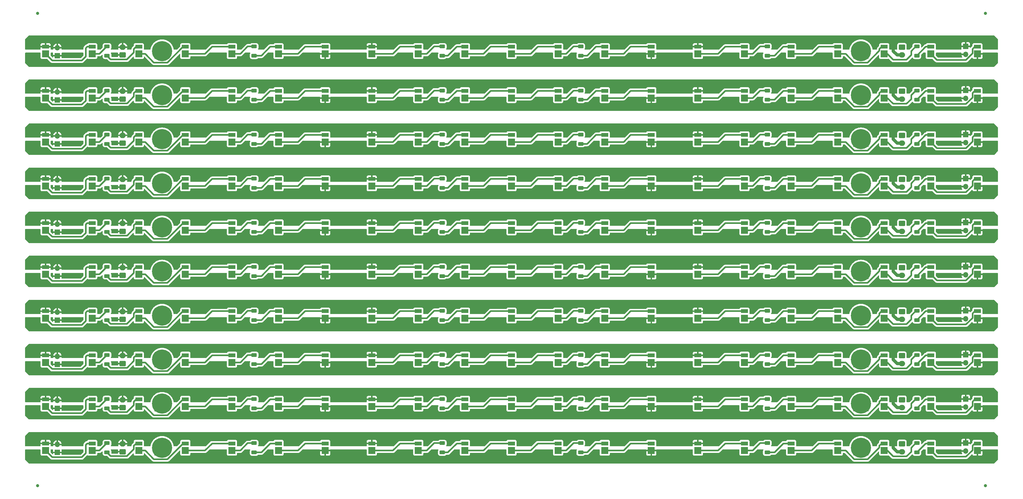
<source format=gbr>
%TF.GenerationSoftware,KiCad,Pcbnew,(6.0.7)*%
%TF.CreationDate,2023-02-06T13:38:00+00:00*%
%TF.ProjectId,Dayspring_P,44617973-7072-4696-9e67-5f502e6b6963,rev?*%
%TF.SameCoordinates,Original*%
%TF.FileFunction,Copper,L1,Top*%
%TF.FilePolarity,Positive*%
%FSLAX46Y46*%
G04 Gerber Fmt 4.6, Leading zero omitted, Abs format (unit mm)*
G04 Created by KiCad (PCBNEW (6.0.7)) date 2023-02-06 13:38:00*
%MOMM*%
%LPD*%
G01*
G04 APERTURE LIST*
G04 Aperture macros list*
%AMRoundRect*
0 Rectangle with rounded corners*
0 $1 Rounding radius*
0 $2 $3 $4 $5 $6 $7 $8 $9 X,Y pos of 4 corners*
0 Add a 4 corners polygon primitive as box body*
4,1,4,$2,$3,$4,$5,$6,$7,$8,$9,$2,$3,0*
0 Add four circle primitives for the rounded corners*
1,1,$1+$1,$2,$3*
1,1,$1+$1,$4,$5*
1,1,$1+$1,$6,$7*
1,1,$1+$1,$8,$9*
0 Add four rect primitives between the rounded corners*
20,1,$1+$1,$2,$3,$4,$5,0*
20,1,$1+$1,$4,$5,$6,$7,0*
20,1,$1+$1,$6,$7,$8,$9,0*
20,1,$1+$1,$8,$9,$2,$3,0*%
G04 Aperture macros list end*
%TA.AperFunction,SMDPad,CuDef*%
%ADD10R,2.200000X2.200000*%
%TD*%
%TA.AperFunction,SMDPad,CuDef*%
%ADD11R,2.200000X1.250000*%
%TD*%
%TA.AperFunction,ComponentPad*%
%ADD12C,0.800000*%
%TD*%
%TA.AperFunction,ComponentPad*%
%ADD13C,6.400000*%
%TD*%
%TA.AperFunction,SMDPad,CuDef*%
%ADD14RoundRect,0.250000X0.625000X-0.312500X0.625000X0.312500X-0.625000X0.312500X-0.625000X-0.312500X0*%
%TD*%
%TA.AperFunction,SMDPad,CuDef*%
%ADD15C,1.000000*%
%TD*%
%TA.AperFunction,ComponentPad*%
%ADD16R,1.700000X1.700000*%
%TD*%
%TA.AperFunction,ComponentPad*%
%ADD17O,1.700000X1.700000*%
%TD*%
%TA.AperFunction,ComponentPad*%
%ADD18RoundRect,0.250000X0.750000X-0.600000X0.750000X0.600000X-0.750000X0.600000X-0.750000X-0.600000X0*%
%TD*%
%TA.AperFunction,ComponentPad*%
%ADD19O,2.000000X1.700000*%
%TD*%
%TA.AperFunction,ComponentPad*%
%ADD20RoundRect,0.250000X-0.750000X0.600000X-0.750000X-0.600000X0.750000X-0.600000X0.750000X0.600000X0*%
%TD*%
%TA.AperFunction,ViaPad*%
%ADD21C,0.800000*%
%TD*%
%TA.AperFunction,Conductor*%
%ADD22C,1.000000*%
%TD*%
%TA.AperFunction,Conductor*%
%ADD23C,0.500000*%
%TD*%
G04 APERTURE END LIST*
D10*
%TO.P,D12,1,K*%
%TO.N,Board_7-Net-(D12-Pad1)*%
X273600000Y-130400008D03*
D11*
%TO.P,D12,2,A*%
%TO.N,Board_7-Net-(D12-Pad2)*%
X273600000Y-128125008D03*
%TD*%
D10*
%TO.P,D17,1,K*%
%TO.N,Board_0-Net-(D17-Pad1)*%
X199600000Y-32400001D03*
D11*
%TO.P,D17,2,A*%
%TO.N,Board_0-Net-(D17-Pad2)*%
X199600000Y-30125001D03*
%TD*%
D10*
%TO.P,D1,1,K*%
%TO.N,Board_1-Net-(D1-Pad1)*%
X22000000Y-46400002D03*
D11*
%TO.P,D1,2,A*%
%TO.N,Board_1-+24V*%
X22000000Y-44125002D03*
%TD*%
D10*
%TO.P,D7,1,K*%
%TO.N,Board_9-Net-(D10-Pad2)*%
X51600000Y-158400010D03*
D11*
%TO.P,D7,2,A*%
%TO.N,Board_9-Net-(D7-Pad2)*%
X51600000Y-156125010D03*
%TD*%
D10*
%TO.P,D20,1,K*%
%TO.N,Board_1-GND*%
X214400000Y-46400002D03*
D11*
%TO.P,D20,2,A*%
%TO.N,Board_1-Net-(D17-Pad1)*%
X214400000Y-44125002D03*
%TD*%
D10*
%TO.P,D16,1,K*%
%TO.N,Board_4-Net-(D16-Pad1)*%
X96000000Y-88400005D03*
D11*
%TO.P,D16,2,A*%
%TO.N,Board_4-Net-(D16-Pad2)*%
X96000000Y-86125005D03*
%TD*%
D10*
%TO.P,D18,1,K*%
%TO.N,Board_8-Net-(D18-Pad1)*%
X303200000Y-144400009D03*
D11*
%TO.P,D18,2,A*%
%TO.N,Board_8-Net-(D18-Pad2)*%
X303200000Y-142125009D03*
%TD*%
D10*
%TO.P,D14,1,K*%
%TO.N,Board_6-Net-(D14-Pad1)*%
X184800000Y-116400007D03*
D11*
%TO.P,D14,2,A*%
%TO.N,Board_6-Net-(D11-Pad1)*%
X184800000Y-114125007D03*
%TD*%
D10*
%TO.P,D15,1,K*%
%TO.N,Board_7-Net-(D15-Pad1)*%
X288400000Y-130400008D03*
D11*
%TO.P,D15,2,A*%
%TO.N,Board_7-Net-(D12-Pad1)*%
X288400000Y-128125008D03*
%TD*%
D10*
%TO.P,D11,1,K*%
%TO.N,Board_5-Net-(D11-Pad1)*%
X170000000Y-102400006D03*
D11*
%TO.P,D11,2,A*%
%TO.N,Board_5-Net-(D11-Pad2)*%
X170000000Y-100125006D03*
%TD*%
D10*
%TO.P,D12,1,K*%
%TO.N,Board_0-Net-(D12-Pad1)*%
X273600000Y-32400001D03*
D11*
%TO.P,D12,2,A*%
%TO.N,Board_0-Net-(D12-Pad2)*%
X273600000Y-30125001D03*
%TD*%
D10*
%TO.P,D12,1,K*%
%TO.N,Board_6-Net-(D12-Pad1)*%
X273600000Y-116400007D03*
D11*
%TO.P,D12,2,A*%
%TO.N,Board_6-Net-(D12-Pad2)*%
X273600000Y-114125007D03*
%TD*%
D10*
%TO.P,D6,1,K*%
%TO.N,Board_9-Net-(D6-Pad1)*%
X244000000Y-158400010D03*
D11*
%TO.P,D6,2,A*%
%TO.N,Board_9-Net-(D3-Pad1)*%
X244000000Y-156125010D03*
%TD*%
D12*
%TO.P,H2,1,1*%
%TO.N,Board_2-GND*%
X283400000Y-59500003D03*
X282697056Y-57802947D03*
X281000000Y-61900003D03*
X278600000Y-59500003D03*
X279302944Y-61197059D03*
X279302944Y-57802947D03*
X282697056Y-61197059D03*
D13*
X281000000Y-59500003D03*
D12*
X281000000Y-57100003D03*
%TD*%
D10*
%TO.P,D16,1,K*%
%TO.N,Board_2-Net-(D16-Pad1)*%
X96000000Y-60400003D03*
D11*
%TO.P,D16,2,A*%
%TO.N,Board_2-Net-(D16-Pad2)*%
X96000000Y-58125003D03*
%TD*%
D10*
%TO.P,D4,1,K*%
%TO.N,Board_3-Net-(D4-Pad1)*%
X36800000Y-74400004D03*
D11*
%TO.P,D4,2,A*%
%TO.N,Board_3-Net-(D1-Pad1)*%
X36800000Y-72125004D03*
%TD*%
D10*
%TO.P,D8,1,K*%
%TO.N,Board_7-Net-(D11-Pad2)*%
X155200000Y-130400008D03*
D11*
%TO.P,D8,2,A*%
%TO.N,Board_7-Net-(D8-Pad2)*%
X155200000Y-128125008D03*
%TD*%
D10*
%TO.P,D2,1,K*%
%TO.N,Board_3-Net-(D2-Pad1)*%
X125600000Y-74400004D03*
D11*
%TO.P,D2,2,A*%
%TO.N,Board_3-+24V*%
X125600000Y-72125004D03*
%TD*%
D10*
%TO.P,D9,1,K*%
%TO.N,Board_1-Net-(D12-Pad2)*%
X258800000Y-46400002D03*
D11*
%TO.P,D9,2,A*%
%TO.N,Board_1-Net-(D9-Pad2)*%
X258800000Y-44125002D03*
%TD*%
D14*
%TO.P,R3,1*%
%TO.N,Board_5-Net-(D8-Pad2)*%
X148000000Y-102962506D03*
%TO.P,R3,2*%
%TO.N,Board_5-Net-(D5-Pad1)*%
X148000000Y-100037506D03*
%TD*%
%TO.P,R4,1*%
%TO.N,Board_0-Net-(D18-Pad2)*%
X298750000Y-32962501D03*
%TO.P,R4,2*%
%TO.N,Board_0-Net-(D15-Pad1)*%
X298750000Y-30037501D03*
%TD*%
D10*
%TO.P,D8,1,K*%
%TO.N,Board_2-Net-(D11-Pad2)*%
X155200000Y-60400003D03*
D11*
%TO.P,D8,2,A*%
%TO.N,Board_2-Net-(D8-Pad2)*%
X155200000Y-58125003D03*
%TD*%
D10*
%TO.P,D11,1,K*%
%TO.N,Board_0-Net-(D11-Pad1)*%
X170000000Y-32400001D03*
D11*
%TO.P,D11,2,A*%
%TO.N,Board_0-Net-(D11-Pad2)*%
X170000000Y-30125001D03*
%TD*%
D10*
%TO.P,D4,1,K*%
%TO.N,Board_4-Net-(D4-Pad1)*%
X36800000Y-88400005D03*
D11*
%TO.P,D4,2,A*%
%TO.N,Board_4-Net-(D1-Pad1)*%
X36800000Y-86125005D03*
%TD*%
D14*
%TO.P,R2,1*%
%TO.N,Board_9-Net-(D9-Pad2)*%
X251250000Y-158962510D03*
%TO.P,R2,2*%
%TO.N,Board_9-Net-(D6-Pad1)*%
X251250000Y-156037510D03*
%TD*%
D10*
%TO.P,D1,1,K*%
%TO.N,Board_8-Net-(D1-Pad1)*%
X22000000Y-144400009D03*
D11*
%TO.P,D1,2,A*%
%TO.N,Board_8-+24V*%
X22000000Y-142125009D03*
%TD*%
D10*
%TO.P,D3,1,K*%
%TO.N,Board_3-Net-(D3-Pad1)*%
X229200000Y-74400004D03*
D11*
%TO.P,D3,2,A*%
%TO.N,Board_3-+24V*%
X229200000Y-72125004D03*
%TD*%
D10*
%TO.P,D3,1,K*%
%TO.N,Board_7-Net-(D3-Pad1)*%
X229200000Y-130400008D03*
D11*
%TO.P,D3,2,A*%
%TO.N,Board_7-+24V*%
X229200000Y-128125008D03*
%TD*%
D10*
%TO.P,D18,1,K*%
%TO.N,Board_1-Net-(D18-Pad1)*%
X303200000Y-46400002D03*
D11*
%TO.P,D18,2,A*%
%TO.N,Board_1-Net-(D18-Pad2)*%
X303200000Y-44125002D03*
%TD*%
D13*
%TO.P,H1,1,1*%
%TO.N,Board_6-GND*%
X59000000Y-115500007D03*
D12*
X59000000Y-113100007D03*
X59000000Y-117900007D03*
X60697056Y-117197063D03*
X60697056Y-113802951D03*
X57302944Y-117197063D03*
X61400000Y-115500007D03*
X57302944Y-113802951D03*
X56600000Y-115500007D03*
%TD*%
D10*
%TO.P,D12,1,K*%
%TO.N,Board_1-Net-(D12-Pad1)*%
X273600000Y-46400002D03*
D11*
%TO.P,D12,2,A*%
%TO.N,Board_1-Net-(D12-Pad2)*%
X273600000Y-44125002D03*
%TD*%
D10*
%TO.P,D1,1,K*%
%TO.N,Board_6-Net-(D1-Pad1)*%
X22000000Y-116400007D03*
D11*
%TO.P,D1,2,A*%
%TO.N,Board_6-+24V*%
X22000000Y-114125007D03*
%TD*%
D10*
%TO.P,D6,1,K*%
%TO.N,Board_0-Net-(D6-Pad1)*%
X244000000Y-32400001D03*
D11*
%TO.P,D6,2,A*%
%TO.N,Board_0-Net-(D3-Pad1)*%
X244000000Y-30125001D03*
%TD*%
D10*
%TO.P,D19,1,K*%
%TO.N,Board_2-GND*%
X110800000Y-60400003D03*
D11*
%TO.P,D19,2,A*%
%TO.N,Board_2-Net-(D16-Pad1)*%
X110800000Y-58125003D03*
%TD*%
D14*
%TO.P,R3,1*%
%TO.N,Board_9-Net-(D8-Pad2)*%
X148000000Y-158962510D03*
%TO.P,R3,2*%
%TO.N,Board_9-Net-(D5-Pad1)*%
X148000000Y-156037510D03*
%TD*%
D10*
%TO.P,D4,1,K*%
%TO.N,Board_6-Net-(D4-Pad1)*%
X36800000Y-116400007D03*
D11*
%TO.P,D4,2,A*%
%TO.N,Board_6-Net-(D1-Pad1)*%
X36800000Y-114125007D03*
%TD*%
D10*
%TO.P,D10,1,K*%
%TO.N,Board_4-Net-(D10-Pad1)*%
X66400000Y-88400005D03*
D11*
%TO.P,D10,2,A*%
%TO.N,Board_4-Net-(D10-Pad2)*%
X66400000Y-86125005D03*
%TD*%
D10*
%TO.P,D5,1,K*%
%TO.N,Board_0-Net-(D5-Pad1)*%
X140400000Y-32400001D03*
D11*
%TO.P,D5,2,A*%
%TO.N,Board_0-Net-(D2-Pad1)*%
X140400000Y-30125001D03*
%TD*%
D10*
%TO.P,D16,1,K*%
%TO.N,Board_9-Net-(D16-Pad1)*%
X96000000Y-158400010D03*
D11*
%TO.P,D16,2,A*%
%TO.N,Board_9-Net-(D16-Pad2)*%
X96000000Y-156125010D03*
%TD*%
D10*
%TO.P,D3,1,K*%
%TO.N,Board_8-Net-(D3-Pad1)*%
X229200000Y-144400009D03*
D11*
%TO.P,D3,2,A*%
%TO.N,Board_8-+24V*%
X229200000Y-142125009D03*
%TD*%
D14*
%TO.P,R2,1*%
%TO.N,Board_6-Net-(D9-Pad2)*%
X251250000Y-116962507D03*
%TO.P,R2,2*%
%TO.N,Board_6-Net-(D6-Pad1)*%
X251250000Y-114037507D03*
%TD*%
D10*
%TO.P,D1,1,K*%
%TO.N,Board_0-Net-(D1-Pad1)*%
X22000000Y-32400001D03*
D11*
%TO.P,D1,2,A*%
%TO.N,Board_0-+24V*%
X22000000Y-30125001D03*
%TD*%
D10*
%TO.P,D3,1,K*%
%TO.N,Board_9-Net-(D3-Pad1)*%
X229200000Y-158400010D03*
D11*
%TO.P,D3,2,A*%
%TO.N,Board_9-+24V*%
X229200000Y-156125010D03*
%TD*%
D10*
%TO.P,D3,1,K*%
%TO.N,Board_0-Net-(D3-Pad1)*%
X229200000Y-32400001D03*
D11*
%TO.P,D3,2,A*%
%TO.N,Board_0-+24V*%
X229200000Y-30125001D03*
%TD*%
D10*
%TO.P,D19,1,K*%
%TO.N,Board_3-GND*%
X110800000Y-74400004D03*
D11*
%TO.P,D19,2,A*%
%TO.N,Board_3-Net-(D16-Pad1)*%
X110800000Y-72125004D03*
%TD*%
D14*
%TO.P,R1,1*%
%TO.N,Board_6-Net-(D7-Pad2)*%
X41500000Y-116962507D03*
%TO.P,R1,2*%
%TO.N,Board_6-Net-(D4-Pad1)*%
X41500000Y-114037507D03*
%TD*%
D13*
%TO.P,H2,1,1*%
%TO.N,Board_9-GND*%
X281000000Y-157500010D03*
D12*
X282697056Y-155802954D03*
X281000000Y-155100010D03*
X281000000Y-159900010D03*
X283400000Y-157500010D03*
X279302944Y-155802954D03*
X282697056Y-159197066D03*
X278600000Y-157500010D03*
X279302944Y-159197066D03*
%TD*%
D10*
%TO.P,D11,1,K*%
%TO.N,Board_2-Net-(D11-Pad1)*%
X170000000Y-60400003D03*
D11*
%TO.P,D11,2,A*%
%TO.N,Board_2-Net-(D11-Pad2)*%
X170000000Y-58125003D03*
%TD*%
D14*
%TO.P,R2,1*%
%TO.N,Board_4-Net-(D9-Pad2)*%
X251250000Y-88962505D03*
%TO.P,R2,2*%
%TO.N,Board_4-Net-(D6-Pad1)*%
X251250000Y-86037505D03*
%TD*%
D10*
%TO.P,D16,1,K*%
%TO.N,Board_1-Net-(D16-Pad1)*%
X96000000Y-46400002D03*
D11*
%TO.P,D16,2,A*%
%TO.N,Board_1-Net-(D16-Pad2)*%
X96000000Y-44125002D03*
%TD*%
D12*
%TO.P,H2,1,1*%
%TO.N,Board_3-GND*%
X283400000Y-73500004D03*
X282697056Y-75197060D03*
X282697056Y-71802948D03*
D13*
X281000000Y-73500004D03*
D12*
X278600000Y-73500004D03*
X279302944Y-71802948D03*
X281000000Y-71100004D03*
X279302944Y-75197060D03*
X281000000Y-75900004D03*
%TD*%
D10*
%TO.P,D19,1,K*%
%TO.N,Board_5-GND*%
X110800000Y-102400006D03*
D11*
%TO.P,D19,2,A*%
%TO.N,Board_5-Net-(D16-Pad1)*%
X110800000Y-100125006D03*
%TD*%
D14*
%TO.P,R3,1*%
%TO.N,Board_1-Net-(D8-Pad2)*%
X148000000Y-46962502D03*
%TO.P,R3,2*%
%TO.N,Board_1-Net-(D5-Pad1)*%
X148000000Y-44037502D03*
%TD*%
D10*
%TO.P,D7,1,K*%
%TO.N,Board_6-Net-(D10-Pad2)*%
X51600000Y-116400007D03*
D11*
%TO.P,D7,2,A*%
%TO.N,Board_6-Net-(D7-Pad2)*%
X51600000Y-114125007D03*
%TD*%
D10*
%TO.P,D5,1,K*%
%TO.N,Board_3-Net-(D5-Pad1)*%
X140400000Y-74400004D03*
D11*
%TO.P,D5,2,A*%
%TO.N,Board_3-Net-(D2-Pad1)*%
X140400000Y-72125004D03*
%TD*%
D10*
%TO.P,D4,1,K*%
%TO.N,Board_8-Net-(D4-Pad1)*%
X36800000Y-144400009D03*
D11*
%TO.P,D4,2,A*%
%TO.N,Board_8-Net-(D1-Pad1)*%
X36800000Y-142125009D03*
%TD*%
D10*
%TO.P,D21,1,K*%
%TO.N,Board_3-GND*%
X318000000Y-74400004D03*
D11*
%TO.P,D21,2,A*%
%TO.N,Board_3-Net-(D18-Pad1)*%
X318000000Y-72125004D03*
%TD*%
D14*
%TO.P,R5,1*%
%TO.N,Board_8-Net-(D16-Pad2)*%
X88250000Y-144962509D03*
%TO.P,R5,2*%
%TO.N,Board_8-Net-(D13-Pad1)*%
X88250000Y-142037509D03*
%TD*%
%TO.P,R6,1*%
%TO.N,Board_9-Net-(D17-Pad2)*%
X192000000Y-158962510D03*
%TO.P,R6,2*%
%TO.N,Board_9-Net-(D14-Pad1)*%
X192000000Y-156037510D03*
%TD*%
%TO.P,R2,1*%
%TO.N,Board_8-Net-(D9-Pad2)*%
X251250000Y-144962509D03*
%TO.P,R2,2*%
%TO.N,Board_8-Net-(D6-Pad1)*%
X251250000Y-142037509D03*
%TD*%
%TO.P,R4,1*%
%TO.N,Board_5-Net-(D18-Pad2)*%
X298750000Y-102962506D03*
%TO.P,R4,2*%
%TO.N,Board_5-Net-(D15-Pad1)*%
X298750000Y-100037506D03*
%TD*%
%TO.P,R1,1*%
%TO.N,Board_7-Net-(D7-Pad2)*%
X41500000Y-130962508D03*
%TO.P,R1,2*%
%TO.N,Board_7-Net-(D4-Pad1)*%
X41500000Y-128037508D03*
%TD*%
%TO.P,R2,1*%
%TO.N,Board_5-Net-(D9-Pad2)*%
X251250000Y-102962506D03*
%TO.P,R2,2*%
%TO.N,Board_5-Net-(D6-Pad1)*%
X251250000Y-100037506D03*
%TD*%
D12*
%TO.P,H2,1,1*%
%TO.N,Board_0-GND*%
X282697056Y-29802945D03*
X281000000Y-29100001D03*
X279302944Y-29802945D03*
X282697056Y-33197057D03*
D13*
X281000000Y-31500001D03*
D12*
X278600000Y-31500001D03*
X279302944Y-33197057D03*
X283400000Y-31500001D03*
X281000000Y-33900001D03*
%TD*%
D14*
%TO.P,R4,1*%
%TO.N,Board_3-Net-(D18-Pad2)*%
X298750000Y-74962504D03*
%TO.P,R4,2*%
%TO.N,Board_3-Net-(D15-Pad1)*%
X298750000Y-72037504D03*
%TD*%
D10*
%TO.P,D5,1,K*%
%TO.N,Board_5-Net-(D5-Pad1)*%
X140400000Y-102400006D03*
D11*
%TO.P,D5,2,A*%
%TO.N,Board_5-Net-(D2-Pad1)*%
X140400000Y-100125006D03*
%TD*%
D10*
%TO.P,D2,1,K*%
%TO.N,Board_1-Net-(D2-Pad1)*%
X125600000Y-46400002D03*
D11*
%TO.P,D2,2,A*%
%TO.N,Board_1-+24V*%
X125600000Y-44125002D03*
%TD*%
D14*
%TO.P,R3,1*%
%TO.N,Board_8-Net-(D8-Pad2)*%
X148000000Y-144962509D03*
%TO.P,R3,2*%
%TO.N,Board_8-Net-(D5-Pad1)*%
X148000000Y-142037509D03*
%TD*%
D10*
%TO.P,D17,1,K*%
%TO.N,Board_2-Net-(D17-Pad1)*%
X199600000Y-60400003D03*
D11*
%TO.P,D17,2,A*%
%TO.N,Board_2-Net-(D17-Pad2)*%
X199600000Y-58125003D03*
%TD*%
D10*
%TO.P,D2,1,K*%
%TO.N,Board_9-Net-(D2-Pad1)*%
X125600000Y-158400010D03*
D11*
%TO.P,D2,2,A*%
%TO.N,Board_9-+24V*%
X125600000Y-156125010D03*
%TD*%
D10*
%TO.P,D7,1,K*%
%TO.N,Board_1-Net-(D10-Pad2)*%
X51600000Y-46400002D03*
D11*
%TO.P,D7,2,A*%
%TO.N,Board_1-Net-(D7-Pad2)*%
X51600000Y-44125002D03*
%TD*%
D10*
%TO.P,D10,1,K*%
%TO.N,Board_7-Net-(D10-Pad1)*%
X66400000Y-130400008D03*
D11*
%TO.P,D10,2,A*%
%TO.N,Board_7-Net-(D10-Pad2)*%
X66400000Y-128125008D03*
%TD*%
D10*
%TO.P,D20,1,K*%
%TO.N,Board_5-GND*%
X214400000Y-102400006D03*
D11*
%TO.P,D20,2,A*%
%TO.N,Board_5-Net-(D17-Pad1)*%
X214400000Y-100125006D03*
%TD*%
D10*
%TO.P,D3,1,K*%
%TO.N,Board_6-Net-(D3-Pad1)*%
X229200000Y-116400007D03*
D11*
%TO.P,D3,2,A*%
%TO.N,Board_6-+24V*%
X229200000Y-114125007D03*
%TD*%
D10*
%TO.P,D19,1,K*%
%TO.N,Board_4-GND*%
X110800000Y-88400005D03*
D11*
%TO.P,D19,2,A*%
%TO.N,Board_4-Net-(D16-Pad1)*%
X110800000Y-86125005D03*
%TD*%
D14*
%TO.P,R6,1*%
%TO.N,Board_8-Net-(D17-Pad2)*%
X192000000Y-144962509D03*
%TO.P,R6,2*%
%TO.N,Board_8-Net-(D14-Pad1)*%
X192000000Y-142037509D03*
%TD*%
D10*
%TO.P,D7,1,K*%
%TO.N,Board_2-Net-(D10-Pad2)*%
X51600000Y-60400003D03*
D11*
%TO.P,D7,2,A*%
%TO.N,Board_2-Net-(D7-Pad2)*%
X51600000Y-58125003D03*
%TD*%
D10*
%TO.P,D18,1,K*%
%TO.N,Board_3-Net-(D18-Pad1)*%
X303200000Y-74400004D03*
D11*
%TO.P,D18,2,A*%
%TO.N,Board_3-Net-(D18-Pad2)*%
X303200000Y-72125004D03*
%TD*%
D10*
%TO.P,D1,1,K*%
%TO.N,Board_9-Net-(D1-Pad1)*%
X22000000Y-158400010D03*
D11*
%TO.P,D1,2,A*%
%TO.N,Board_9-+24V*%
X22000000Y-156125010D03*
%TD*%
D10*
%TO.P,D1,1,K*%
%TO.N,Board_2-Net-(D1-Pad1)*%
X22000000Y-60400003D03*
D11*
%TO.P,D1,2,A*%
%TO.N,Board_2-+24V*%
X22000000Y-58125003D03*
%TD*%
D10*
%TO.P,D21,1,K*%
%TO.N,Board_2-GND*%
X318000000Y-60400003D03*
D11*
%TO.P,D21,2,A*%
%TO.N,Board_2-Net-(D18-Pad1)*%
X318000000Y-58125003D03*
%TD*%
D10*
%TO.P,D6,1,K*%
%TO.N,Board_8-Net-(D6-Pad1)*%
X244000000Y-144400009D03*
D11*
%TO.P,D6,2,A*%
%TO.N,Board_8-Net-(D3-Pad1)*%
X244000000Y-142125009D03*
%TD*%
D14*
%TO.P,R5,1*%
%TO.N,Board_7-Net-(D16-Pad2)*%
X88250000Y-130962508D03*
%TO.P,R5,2*%
%TO.N,Board_7-Net-(D13-Pad1)*%
X88250000Y-128037508D03*
%TD*%
%TO.P,R3,1*%
%TO.N,Board_0-Net-(D8-Pad2)*%
X148000000Y-32962501D03*
%TO.P,R3,2*%
%TO.N,Board_0-Net-(D5-Pad1)*%
X148000000Y-30037501D03*
%TD*%
D10*
%TO.P,D15,1,K*%
%TO.N,Board_5-Net-(D15-Pad1)*%
X288400000Y-102400006D03*
D11*
%TO.P,D15,2,A*%
%TO.N,Board_5-Net-(D12-Pad1)*%
X288400000Y-100125006D03*
%TD*%
D12*
%TO.P,H1,1,1*%
%TO.N,Board_9-GND*%
X57302944Y-159197066D03*
X57302944Y-155802954D03*
X59000000Y-155100010D03*
X60697056Y-155802954D03*
X59000000Y-159900010D03*
X56600000Y-157500010D03*
X61400000Y-157500010D03*
X60697056Y-159197066D03*
D13*
X59000000Y-157500010D03*
%TD*%
D10*
%TO.P,D9,1,K*%
%TO.N,Board_9-Net-(D12-Pad2)*%
X258800000Y-158400010D03*
D11*
%TO.P,D9,2,A*%
%TO.N,Board_9-Net-(D9-Pad2)*%
X258800000Y-156125010D03*
%TD*%
D10*
%TO.P,D13,1,K*%
%TO.N,Board_0-Net-(D13-Pad1)*%
X81200000Y-32400001D03*
D11*
%TO.P,D13,2,A*%
%TO.N,Board_0-Net-(D10-Pad1)*%
X81200000Y-30125001D03*
%TD*%
D14*
%TO.P,R1,1*%
%TO.N,Board_2-Net-(D7-Pad2)*%
X41500000Y-60962503D03*
%TO.P,R1,2*%
%TO.N,Board_2-Net-(D4-Pad1)*%
X41500000Y-58037503D03*
%TD*%
%TO.P,R2,1*%
%TO.N,Board_2-Net-(D9-Pad2)*%
X251250000Y-60962503D03*
%TO.P,R2,2*%
%TO.N,Board_2-Net-(D6-Pad1)*%
X251250000Y-58037503D03*
%TD*%
D10*
%TO.P,D18,1,K*%
%TO.N,Board_5-Net-(D18-Pad1)*%
X303200000Y-102400006D03*
D11*
%TO.P,D18,2,A*%
%TO.N,Board_5-Net-(D18-Pad2)*%
X303200000Y-100125006D03*
%TD*%
D10*
%TO.P,D6,1,K*%
%TO.N,Board_3-Net-(D6-Pad1)*%
X244000000Y-74400004D03*
D11*
%TO.P,D6,2,A*%
%TO.N,Board_3-Net-(D3-Pad1)*%
X244000000Y-72125004D03*
%TD*%
D10*
%TO.P,D10,1,K*%
%TO.N,Board_8-Net-(D10-Pad1)*%
X66400000Y-144400009D03*
D11*
%TO.P,D10,2,A*%
%TO.N,Board_8-Net-(D10-Pad2)*%
X66400000Y-142125009D03*
%TD*%
D10*
%TO.P,D14,1,K*%
%TO.N,Board_0-Net-(D14-Pad1)*%
X184800000Y-32400001D03*
D11*
%TO.P,D14,2,A*%
%TO.N,Board_0-Net-(D11-Pad1)*%
X184800000Y-30125001D03*
%TD*%
D10*
%TO.P,D20,1,K*%
%TO.N,Board_9-GND*%
X214400000Y-158400010D03*
D11*
%TO.P,D20,2,A*%
%TO.N,Board_9-Net-(D17-Pad1)*%
X214400000Y-156125010D03*
%TD*%
D10*
%TO.P,D11,1,K*%
%TO.N,Board_9-Net-(D11-Pad1)*%
X170000000Y-158400010D03*
D11*
%TO.P,D11,2,A*%
%TO.N,Board_9-Net-(D11-Pad2)*%
X170000000Y-156125010D03*
%TD*%
D14*
%TO.P,R6,1*%
%TO.N,Board_5-Net-(D17-Pad2)*%
X192000000Y-102962506D03*
%TO.P,R6,2*%
%TO.N,Board_5-Net-(D14-Pad1)*%
X192000000Y-100037506D03*
%TD*%
D10*
%TO.P,D21,1,K*%
%TO.N,Board_9-GND*%
X318000000Y-158400010D03*
D11*
%TO.P,D21,2,A*%
%TO.N,Board_9-Net-(D18-Pad1)*%
X318000000Y-156125010D03*
%TD*%
D10*
%TO.P,D21,1,K*%
%TO.N,Board_7-GND*%
X318000000Y-130400008D03*
D11*
%TO.P,D21,2,A*%
%TO.N,Board_7-Net-(D18-Pad1)*%
X318000000Y-128125008D03*
%TD*%
D10*
%TO.P,D4,1,K*%
%TO.N,Board_0-Net-(D4-Pad1)*%
X36800000Y-32400001D03*
D11*
%TO.P,D4,2,A*%
%TO.N,Board_0-Net-(D1-Pad1)*%
X36800000Y-30125001D03*
%TD*%
D10*
%TO.P,D10,1,K*%
%TO.N,Board_0-Net-(D10-Pad1)*%
X66400000Y-32400001D03*
D11*
%TO.P,D10,2,A*%
%TO.N,Board_0-Net-(D10-Pad2)*%
X66400000Y-30125001D03*
%TD*%
D10*
%TO.P,D8,1,K*%
%TO.N,Board_8-Net-(D11-Pad2)*%
X155200000Y-144400009D03*
D11*
%TO.P,D8,2,A*%
%TO.N,Board_8-Net-(D8-Pad2)*%
X155200000Y-142125009D03*
%TD*%
D10*
%TO.P,D10,1,K*%
%TO.N,Board_2-Net-(D10-Pad1)*%
X66400000Y-60400003D03*
D11*
%TO.P,D10,2,A*%
%TO.N,Board_2-Net-(D10-Pad2)*%
X66400000Y-58125003D03*
%TD*%
D10*
%TO.P,D17,1,K*%
%TO.N,Board_5-Net-(D17-Pad1)*%
X199600000Y-102400006D03*
D11*
%TO.P,D17,2,A*%
%TO.N,Board_5-Net-(D17-Pad2)*%
X199600000Y-100125006D03*
%TD*%
D10*
%TO.P,D13,1,K*%
%TO.N,Board_2-Net-(D13-Pad1)*%
X81200000Y-60400003D03*
D11*
%TO.P,D13,2,A*%
%TO.N,Board_2-Net-(D10-Pad1)*%
X81200000Y-58125003D03*
%TD*%
D10*
%TO.P,D10,1,K*%
%TO.N,Board_3-Net-(D10-Pad1)*%
X66400000Y-74400004D03*
D11*
%TO.P,D10,2,A*%
%TO.N,Board_3-Net-(D10-Pad2)*%
X66400000Y-72125004D03*
%TD*%
D10*
%TO.P,D9,1,K*%
%TO.N,Board_4-Net-(D12-Pad2)*%
X258800000Y-88400005D03*
D11*
%TO.P,D9,2,A*%
%TO.N,Board_4-Net-(D9-Pad2)*%
X258800000Y-86125005D03*
%TD*%
D10*
%TO.P,D15,1,K*%
%TO.N,Board_4-Net-(D15-Pad1)*%
X288400000Y-88400005D03*
D11*
%TO.P,D15,2,A*%
%TO.N,Board_4-Net-(D12-Pad1)*%
X288400000Y-86125005D03*
%TD*%
D12*
%TO.P,H2,1,1*%
%TO.N,Board_6-GND*%
X282697056Y-113802951D03*
D13*
X281000000Y-115500007D03*
D12*
X281000000Y-113100007D03*
X279302944Y-113802951D03*
X279302944Y-117197063D03*
X281000000Y-117900007D03*
X278600000Y-115500007D03*
X282697056Y-117197063D03*
X283400000Y-115500007D03*
%TD*%
D14*
%TO.P,R6,1*%
%TO.N,Board_7-Net-(D17-Pad2)*%
X192000000Y-130962508D03*
%TO.P,R6,2*%
%TO.N,Board_7-Net-(D14-Pad1)*%
X192000000Y-128037508D03*
%TD*%
D10*
%TO.P,D19,1,K*%
%TO.N,Board_8-GND*%
X110800000Y-144400009D03*
D11*
%TO.P,D19,2,A*%
%TO.N,Board_8-Net-(D16-Pad1)*%
X110800000Y-142125009D03*
%TD*%
D10*
%TO.P,D13,1,K*%
%TO.N,Board_1-Net-(D13-Pad1)*%
X81200000Y-46400002D03*
D11*
%TO.P,D13,2,A*%
%TO.N,Board_1-Net-(D10-Pad1)*%
X81200000Y-44125002D03*
%TD*%
D10*
%TO.P,D15,1,K*%
%TO.N,Board_6-Net-(D15-Pad1)*%
X288400000Y-116400007D03*
D11*
%TO.P,D15,2,A*%
%TO.N,Board_6-Net-(D12-Pad1)*%
X288400000Y-114125007D03*
%TD*%
D10*
%TO.P,D20,1,K*%
%TO.N,Board_3-GND*%
X214400000Y-74400004D03*
D11*
%TO.P,D20,2,A*%
%TO.N,Board_3-Net-(D17-Pad1)*%
X214400000Y-72125004D03*
%TD*%
D10*
%TO.P,D16,1,K*%
%TO.N,Board_5-Net-(D16-Pad1)*%
X96000000Y-102400006D03*
D11*
%TO.P,D16,2,A*%
%TO.N,Board_5-Net-(D16-Pad2)*%
X96000000Y-100125006D03*
%TD*%
D10*
%TO.P,D12,1,K*%
%TO.N,Board_3-Net-(D12-Pad1)*%
X273600000Y-74400004D03*
D11*
%TO.P,D12,2,A*%
%TO.N,Board_3-Net-(D12-Pad2)*%
X273600000Y-72125004D03*
%TD*%
D10*
%TO.P,D17,1,K*%
%TO.N,Board_8-Net-(D17-Pad1)*%
X199600000Y-144400009D03*
D11*
%TO.P,D17,2,A*%
%TO.N,Board_8-Net-(D17-Pad2)*%
X199600000Y-142125009D03*
%TD*%
D10*
%TO.P,D11,1,K*%
%TO.N,Board_4-Net-(D11-Pad1)*%
X170000000Y-88400005D03*
D11*
%TO.P,D11,2,A*%
%TO.N,Board_4-Net-(D11-Pad2)*%
X170000000Y-86125005D03*
%TD*%
D10*
%TO.P,D14,1,K*%
%TO.N,Board_5-Net-(D14-Pad1)*%
X184800000Y-102400006D03*
D11*
%TO.P,D14,2,A*%
%TO.N,Board_5-Net-(D11-Pad1)*%
X184800000Y-100125006D03*
%TD*%
D15*
%TO.P,REF\u002A\u002A,*%
%TO.N,*%
X320500000Y-169500000D03*
%TD*%
D10*
%TO.P,D4,1,K*%
%TO.N,Board_1-Net-(D4-Pad1)*%
X36800000Y-46400002D03*
D11*
%TO.P,D4,2,A*%
%TO.N,Board_1-Net-(D1-Pad1)*%
X36800000Y-44125002D03*
%TD*%
D10*
%TO.P,D14,1,K*%
%TO.N,Board_3-Net-(D14-Pad1)*%
X184800000Y-74400004D03*
D11*
%TO.P,D14,2,A*%
%TO.N,Board_3-Net-(D11-Pad1)*%
X184800000Y-72125004D03*
%TD*%
D10*
%TO.P,D12,1,K*%
%TO.N,Board_9-Net-(D12-Pad1)*%
X273600000Y-158400010D03*
D11*
%TO.P,D12,2,A*%
%TO.N,Board_9-Net-(D12-Pad2)*%
X273600000Y-156125010D03*
%TD*%
D14*
%TO.P,R2,1*%
%TO.N,Board_3-Net-(D9-Pad2)*%
X251250000Y-74962504D03*
%TO.P,R2,2*%
%TO.N,Board_3-Net-(D6-Pad1)*%
X251250000Y-72037504D03*
%TD*%
%TO.P,R4,1*%
%TO.N,Board_9-Net-(D18-Pad2)*%
X298750000Y-158962510D03*
%TO.P,R4,2*%
%TO.N,Board_9-Net-(D15-Pad1)*%
X298750000Y-156037510D03*
%TD*%
D10*
%TO.P,D2,1,K*%
%TO.N,Board_4-Net-(D2-Pad1)*%
X125600000Y-88400005D03*
D11*
%TO.P,D2,2,A*%
%TO.N,Board_4-+24V*%
X125600000Y-86125005D03*
%TD*%
D10*
%TO.P,D6,1,K*%
%TO.N,Board_1-Net-(D6-Pad1)*%
X244000000Y-46400002D03*
D11*
%TO.P,D6,2,A*%
%TO.N,Board_1-Net-(D3-Pad1)*%
X244000000Y-44125002D03*
%TD*%
D10*
%TO.P,D1,1,K*%
%TO.N,Board_3-Net-(D1-Pad1)*%
X22000000Y-74400004D03*
D11*
%TO.P,D1,2,A*%
%TO.N,Board_3-+24V*%
X22000000Y-72125004D03*
%TD*%
D10*
%TO.P,D15,1,K*%
%TO.N,Board_2-Net-(D15-Pad1)*%
X288400000Y-60400003D03*
D11*
%TO.P,D15,2,A*%
%TO.N,Board_2-Net-(D12-Pad1)*%
X288400000Y-58125003D03*
%TD*%
D10*
%TO.P,D2,1,K*%
%TO.N,Board_2-Net-(D2-Pad1)*%
X125600000Y-60400003D03*
D11*
%TO.P,D2,2,A*%
%TO.N,Board_2-+24V*%
X125600000Y-58125003D03*
%TD*%
D14*
%TO.P,R2,1*%
%TO.N,Board_1-Net-(D9-Pad2)*%
X251250000Y-46962502D03*
%TO.P,R2,2*%
%TO.N,Board_1-Net-(D6-Pad1)*%
X251250000Y-44037502D03*
%TD*%
D10*
%TO.P,D20,1,K*%
%TO.N,Board_2-GND*%
X214400000Y-60400003D03*
D11*
%TO.P,D20,2,A*%
%TO.N,Board_2-Net-(D17-Pad1)*%
X214400000Y-58125003D03*
%TD*%
D10*
%TO.P,D5,1,K*%
%TO.N,Board_7-Net-(D5-Pad1)*%
X140400000Y-130400008D03*
D11*
%TO.P,D5,2,A*%
%TO.N,Board_7-Net-(D2-Pad1)*%
X140400000Y-128125008D03*
%TD*%
D10*
%TO.P,D8,1,K*%
%TO.N,Board_5-Net-(D11-Pad2)*%
X155200000Y-102400006D03*
D11*
%TO.P,D8,2,A*%
%TO.N,Board_5-Net-(D8-Pad2)*%
X155200000Y-100125006D03*
%TD*%
D14*
%TO.P,R1,1*%
%TO.N,Board_9-Net-(D7-Pad2)*%
X41500000Y-158962510D03*
%TO.P,R1,2*%
%TO.N,Board_9-Net-(D4-Pad1)*%
X41500000Y-156037510D03*
%TD*%
D13*
%TO.P,H1,1,1*%
%TO.N,Board_7-GND*%
X59000000Y-129500008D03*
D12*
X59000000Y-131900008D03*
X57302944Y-131197064D03*
X60697056Y-131197064D03*
X57302944Y-127802952D03*
X56600000Y-129500008D03*
X59000000Y-127100008D03*
X61400000Y-129500008D03*
X60697056Y-127802952D03*
%TD*%
D10*
%TO.P,D13,1,K*%
%TO.N,Board_8-Net-(D13-Pad1)*%
X81200000Y-144400009D03*
D11*
%TO.P,D13,2,A*%
%TO.N,Board_8-Net-(D10-Pad1)*%
X81200000Y-142125009D03*
%TD*%
D14*
%TO.P,R3,1*%
%TO.N,Board_2-Net-(D8-Pad2)*%
X148000000Y-60962503D03*
%TO.P,R3,2*%
%TO.N,Board_2-Net-(D5-Pad1)*%
X148000000Y-58037503D03*
%TD*%
D10*
%TO.P,D13,1,K*%
%TO.N,Board_4-Net-(D13-Pad1)*%
X81200000Y-88400005D03*
D11*
%TO.P,D13,2,A*%
%TO.N,Board_4-Net-(D10-Pad1)*%
X81200000Y-86125005D03*
%TD*%
D10*
%TO.P,D6,1,K*%
%TO.N,Board_2-Net-(D6-Pad1)*%
X244000000Y-60400003D03*
D11*
%TO.P,D6,2,A*%
%TO.N,Board_2-Net-(D3-Pad1)*%
X244000000Y-58125003D03*
%TD*%
D10*
%TO.P,D5,1,K*%
%TO.N,Board_9-Net-(D5-Pad1)*%
X140400000Y-158400010D03*
D11*
%TO.P,D5,2,A*%
%TO.N,Board_9-Net-(D2-Pad1)*%
X140400000Y-156125010D03*
%TD*%
D15*
%TO.P,REF\u002A\u002A,*%
%TO.N,*%
X320500000Y-19500000D03*
%TD*%
D10*
%TO.P,D18,1,K*%
%TO.N,Board_4-Net-(D18-Pad1)*%
X303200000Y-88400005D03*
D11*
%TO.P,D18,2,A*%
%TO.N,Board_4-Net-(D18-Pad2)*%
X303200000Y-86125005D03*
%TD*%
D10*
%TO.P,D1,1,K*%
%TO.N,Board_4-Net-(D1-Pad1)*%
X22000000Y-88400005D03*
D11*
%TO.P,D1,2,A*%
%TO.N,Board_4-+24V*%
X22000000Y-86125005D03*
%TD*%
D14*
%TO.P,R3,1*%
%TO.N,Board_7-Net-(D8-Pad2)*%
X148000000Y-130962508D03*
%TO.P,R3,2*%
%TO.N,Board_7-Net-(D5-Pad1)*%
X148000000Y-128037508D03*
%TD*%
D10*
%TO.P,D11,1,K*%
%TO.N,Board_7-Net-(D11-Pad1)*%
X170000000Y-130400008D03*
D11*
%TO.P,D11,2,A*%
%TO.N,Board_7-Net-(D11-Pad2)*%
X170000000Y-128125008D03*
%TD*%
D14*
%TO.P,R6,1*%
%TO.N,Board_2-Net-(D17-Pad2)*%
X192000000Y-60962503D03*
%TO.P,R6,2*%
%TO.N,Board_2-Net-(D14-Pad1)*%
X192000000Y-58037503D03*
%TD*%
D10*
%TO.P,D7,1,K*%
%TO.N,Board_8-Net-(D10-Pad2)*%
X51600000Y-144400009D03*
D11*
%TO.P,D7,2,A*%
%TO.N,Board_8-Net-(D7-Pad2)*%
X51600000Y-142125009D03*
%TD*%
D12*
%TO.P,H1,1,1*%
%TO.N,Board_0-GND*%
X60697056Y-29802945D03*
D13*
X59000000Y-31500001D03*
D12*
X57302944Y-29802945D03*
X61400000Y-31500001D03*
X59000000Y-29100001D03*
X59000000Y-33900001D03*
X56600000Y-31500001D03*
X60697056Y-33197057D03*
X57302944Y-33197057D03*
%TD*%
D14*
%TO.P,R6,1*%
%TO.N,Board_3-Net-(D17-Pad2)*%
X192000000Y-74962504D03*
%TO.P,R6,2*%
%TO.N,Board_3-Net-(D14-Pad1)*%
X192000000Y-72037504D03*
%TD*%
D10*
%TO.P,D1,1,K*%
%TO.N,Board_7-Net-(D1-Pad1)*%
X22000000Y-130400008D03*
D11*
%TO.P,D1,2,A*%
%TO.N,Board_7-+24V*%
X22000000Y-128125008D03*
%TD*%
D10*
%TO.P,D16,1,K*%
%TO.N,Board_8-Net-(D16-Pad1)*%
X96000000Y-144400009D03*
D11*
%TO.P,D16,2,A*%
%TO.N,Board_8-Net-(D16-Pad2)*%
X96000000Y-142125009D03*
%TD*%
D14*
%TO.P,R4,1*%
%TO.N,Board_1-Net-(D18-Pad2)*%
X298750000Y-46962502D03*
%TO.P,R4,2*%
%TO.N,Board_1-Net-(D15-Pad1)*%
X298750000Y-44037502D03*
%TD*%
D10*
%TO.P,D15,1,K*%
%TO.N,Board_1-Net-(D15-Pad1)*%
X288400000Y-46400002D03*
D11*
%TO.P,D15,2,A*%
%TO.N,Board_1-Net-(D12-Pad1)*%
X288400000Y-44125002D03*
%TD*%
D10*
%TO.P,D9,1,K*%
%TO.N,Board_3-Net-(D12-Pad2)*%
X258800000Y-74400004D03*
D11*
%TO.P,D9,2,A*%
%TO.N,Board_3-Net-(D9-Pad2)*%
X258800000Y-72125004D03*
%TD*%
D10*
%TO.P,D20,1,K*%
%TO.N,Board_4-GND*%
X214400000Y-88400005D03*
D11*
%TO.P,D20,2,A*%
%TO.N,Board_4-Net-(D17-Pad1)*%
X214400000Y-86125005D03*
%TD*%
D10*
%TO.P,D10,1,K*%
%TO.N,Board_9-Net-(D10-Pad1)*%
X66400000Y-158400010D03*
D11*
%TO.P,D10,2,A*%
%TO.N,Board_9-Net-(D10-Pad2)*%
X66400000Y-156125010D03*
%TD*%
D10*
%TO.P,D21,1,K*%
%TO.N,Board_6-GND*%
X318000000Y-116400007D03*
D11*
%TO.P,D21,2,A*%
%TO.N,Board_6-Net-(D18-Pad1)*%
X318000000Y-114125007D03*
%TD*%
D10*
%TO.P,D12,1,K*%
%TO.N,Board_2-Net-(D12-Pad1)*%
X273600000Y-60400003D03*
D11*
%TO.P,D12,2,A*%
%TO.N,Board_2-Net-(D12-Pad2)*%
X273600000Y-58125003D03*
%TD*%
D10*
%TO.P,D21,1,K*%
%TO.N,Board_4-GND*%
X318000000Y-88400005D03*
D11*
%TO.P,D21,2,A*%
%TO.N,Board_4-Net-(D18-Pad1)*%
X318000000Y-86125005D03*
%TD*%
D14*
%TO.P,R5,1*%
%TO.N,Board_1-Net-(D16-Pad2)*%
X88250000Y-46962502D03*
%TO.P,R5,2*%
%TO.N,Board_1-Net-(D13-Pad1)*%
X88250000Y-44037502D03*
%TD*%
D10*
%TO.P,D7,1,K*%
%TO.N,Board_5-Net-(D10-Pad2)*%
X51600000Y-102400006D03*
D11*
%TO.P,D7,2,A*%
%TO.N,Board_5-Net-(D7-Pad2)*%
X51600000Y-100125006D03*
%TD*%
D12*
%TO.P,H2,1,1*%
%TO.N,Board_8-GND*%
X282697056Y-141802953D03*
X283400000Y-143500009D03*
X279302944Y-145197065D03*
D13*
X281000000Y-143500009D03*
D12*
X278600000Y-143500009D03*
X281000000Y-145900009D03*
X282697056Y-145197065D03*
X281000000Y-141100009D03*
X279302944Y-141802953D03*
%TD*%
D10*
%TO.P,D5,1,K*%
%TO.N,Board_8-Net-(D5-Pad1)*%
X140400000Y-144400009D03*
D11*
%TO.P,D5,2,A*%
%TO.N,Board_8-Net-(D2-Pad1)*%
X140400000Y-142125009D03*
%TD*%
D10*
%TO.P,D3,1,K*%
%TO.N,Board_5-Net-(D3-Pad1)*%
X229200000Y-102400006D03*
D11*
%TO.P,D3,2,A*%
%TO.N,Board_5-+24V*%
X229200000Y-100125006D03*
%TD*%
D14*
%TO.P,R5,1*%
%TO.N,Board_0-Net-(D16-Pad2)*%
X88250000Y-32962501D03*
%TO.P,R5,2*%
%TO.N,Board_0-Net-(D13-Pad1)*%
X88250000Y-30037501D03*
%TD*%
%TO.P,R4,1*%
%TO.N,Board_7-Net-(D18-Pad2)*%
X298750000Y-130962508D03*
%TO.P,R4,2*%
%TO.N,Board_7-Net-(D15-Pad1)*%
X298750000Y-128037508D03*
%TD*%
D10*
%TO.P,D17,1,K*%
%TO.N,Board_4-Net-(D17-Pad1)*%
X199600000Y-88400005D03*
D11*
%TO.P,D17,2,A*%
%TO.N,Board_4-Net-(D17-Pad2)*%
X199600000Y-86125005D03*
%TD*%
D14*
%TO.P,R6,1*%
%TO.N,Board_6-Net-(D17-Pad2)*%
X192000000Y-116962507D03*
%TO.P,R6,2*%
%TO.N,Board_6-Net-(D14-Pad1)*%
X192000000Y-114037507D03*
%TD*%
D10*
%TO.P,D5,1,K*%
%TO.N,Board_6-Net-(D5-Pad1)*%
X140400000Y-116400007D03*
D11*
%TO.P,D5,2,A*%
%TO.N,Board_6-Net-(D2-Pad1)*%
X140400000Y-114125007D03*
%TD*%
D10*
%TO.P,D17,1,K*%
%TO.N,Board_3-Net-(D17-Pad1)*%
X199600000Y-74400004D03*
D11*
%TO.P,D17,2,A*%
%TO.N,Board_3-Net-(D17-Pad2)*%
X199600000Y-72125004D03*
%TD*%
D10*
%TO.P,D11,1,K*%
%TO.N,Board_1-Net-(D11-Pad1)*%
X170000000Y-46400002D03*
D11*
%TO.P,D11,2,A*%
%TO.N,Board_1-Net-(D11-Pad2)*%
X170000000Y-44125002D03*
%TD*%
D10*
%TO.P,D6,1,K*%
%TO.N,Board_7-Net-(D6-Pad1)*%
X244000000Y-130400008D03*
D11*
%TO.P,D6,2,A*%
%TO.N,Board_7-Net-(D3-Pad1)*%
X244000000Y-128125008D03*
%TD*%
D10*
%TO.P,D16,1,K*%
%TO.N,Board_6-Net-(D16-Pad1)*%
X96000000Y-116400007D03*
D11*
%TO.P,D16,2,A*%
%TO.N,Board_6-Net-(D16-Pad2)*%
X96000000Y-114125007D03*
%TD*%
D10*
%TO.P,D15,1,K*%
%TO.N,Board_0-Net-(D15-Pad1)*%
X288400000Y-32400001D03*
D11*
%TO.P,D15,2,A*%
%TO.N,Board_0-Net-(D12-Pad1)*%
X288400000Y-30125001D03*
%TD*%
D10*
%TO.P,D14,1,K*%
%TO.N,Board_4-Net-(D14-Pad1)*%
X184800000Y-88400005D03*
D11*
%TO.P,D14,2,A*%
%TO.N,Board_4-Net-(D11-Pad1)*%
X184800000Y-86125005D03*
%TD*%
D10*
%TO.P,D19,1,K*%
%TO.N,Board_1-GND*%
X110800000Y-46400002D03*
D11*
%TO.P,D19,2,A*%
%TO.N,Board_1-Net-(D16-Pad1)*%
X110800000Y-44125002D03*
%TD*%
D10*
%TO.P,D13,1,K*%
%TO.N,Board_3-Net-(D13-Pad1)*%
X81200000Y-74400004D03*
D11*
%TO.P,D13,2,A*%
%TO.N,Board_3-Net-(D10-Pad1)*%
X81200000Y-72125004D03*
%TD*%
D10*
%TO.P,D15,1,K*%
%TO.N,Board_8-Net-(D15-Pad1)*%
X288400000Y-144400009D03*
D11*
%TO.P,D15,2,A*%
%TO.N,Board_8-Net-(D12-Pad1)*%
X288400000Y-142125009D03*
%TD*%
D10*
%TO.P,D16,1,K*%
%TO.N,Board_7-Net-(D16-Pad1)*%
X96000000Y-130400008D03*
D11*
%TO.P,D16,2,A*%
%TO.N,Board_7-Net-(D16-Pad2)*%
X96000000Y-128125008D03*
%TD*%
D10*
%TO.P,D19,1,K*%
%TO.N,Board_9-GND*%
X110800000Y-158400010D03*
D11*
%TO.P,D19,2,A*%
%TO.N,Board_9-Net-(D16-Pad1)*%
X110800000Y-156125010D03*
%TD*%
D14*
%TO.P,R1,1*%
%TO.N,Board_8-Net-(D7-Pad2)*%
X41500000Y-144962509D03*
%TO.P,R1,2*%
%TO.N,Board_8-Net-(D4-Pad1)*%
X41500000Y-142037509D03*
%TD*%
D10*
%TO.P,D2,1,K*%
%TO.N,Board_8-Net-(D2-Pad1)*%
X125600000Y-144400009D03*
D11*
%TO.P,D2,2,A*%
%TO.N,Board_8-+24V*%
X125600000Y-142125009D03*
%TD*%
D10*
%TO.P,D3,1,K*%
%TO.N,Board_4-Net-(D3-Pad1)*%
X229200000Y-88400005D03*
D11*
%TO.P,D3,2,A*%
%TO.N,Board_4-+24V*%
X229200000Y-86125005D03*
%TD*%
D10*
%TO.P,D17,1,K*%
%TO.N,Board_1-Net-(D17-Pad1)*%
X199600000Y-46400002D03*
D11*
%TO.P,D17,2,A*%
%TO.N,Board_1-Net-(D17-Pad2)*%
X199600000Y-44125002D03*
%TD*%
D15*
%TO.P,REF\u002A\u002A,*%
%TO.N,*%
X19500000Y-169500000D03*
%TD*%
D10*
%TO.P,D4,1,K*%
%TO.N,Board_5-Net-(D4-Pad1)*%
X36800000Y-102400006D03*
D11*
%TO.P,D4,2,A*%
%TO.N,Board_5-Net-(D1-Pad1)*%
X36800000Y-100125006D03*
%TD*%
D10*
%TO.P,D8,1,K*%
%TO.N,Board_1-Net-(D11-Pad2)*%
X155200000Y-46400002D03*
D11*
%TO.P,D8,2,A*%
%TO.N,Board_1-Net-(D8-Pad2)*%
X155200000Y-44125002D03*
%TD*%
D10*
%TO.P,D17,1,K*%
%TO.N,Board_9-Net-(D17-Pad1)*%
X199600000Y-158400010D03*
D11*
%TO.P,D17,2,A*%
%TO.N,Board_9-Net-(D17-Pad2)*%
X199600000Y-156125010D03*
%TD*%
D10*
%TO.P,D10,1,K*%
%TO.N,Board_5-Net-(D10-Pad1)*%
X66400000Y-102400006D03*
D11*
%TO.P,D10,2,A*%
%TO.N,Board_5-Net-(D10-Pad2)*%
X66400000Y-100125006D03*
%TD*%
D10*
%TO.P,D15,1,K*%
%TO.N,Board_9-Net-(D15-Pad1)*%
X288400000Y-158400010D03*
D11*
%TO.P,D15,2,A*%
%TO.N,Board_9-Net-(D12-Pad1)*%
X288400000Y-156125010D03*
%TD*%
D10*
%TO.P,D21,1,K*%
%TO.N,Board_1-GND*%
X318000000Y-46400002D03*
D11*
%TO.P,D21,2,A*%
%TO.N,Board_1-Net-(D18-Pad1)*%
X318000000Y-44125002D03*
%TD*%
D12*
%TO.P,H1,1,1*%
%TO.N,Board_1-GND*%
X56600000Y-45500002D03*
X57302944Y-47197058D03*
X60697056Y-47197058D03*
X60697056Y-43802946D03*
X57302944Y-43802946D03*
X59000000Y-43100002D03*
X59000000Y-47900002D03*
D13*
X59000000Y-45500002D03*
D12*
X61400000Y-45500002D03*
%TD*%
D10*
%TO.P,D18,1,K*%
%TO.N,Board_0-Net-(D18-Pad1)*%
X303200000Y-32400001D03*
D11*
%TO.P,D18,2,A*%
%TO.N,Board_0-Net-(D18-Pad2)*%
X303200000Y-30125001D03*
%TD*%
D10*
%TO.P,D1,1,K*%
%TO.N,Board_5-Net-(D1-Pad1)*%
X22000000Y-102400006D03*
D11*
%TO.P,D1,2,A*%
%TO.N,Board_5-+24V*%
X22000000Y-100125006D03*
%TD*%
D12*
%TO.P,H1,1,1*%
%TO.N,Board_8-GND*%
X60697056Y-141802953D03*
X60697056Y-145197065D03*
D13*
X59000000Y-143500009D03*
D12*
X59000000Y-145900009D03*
X57302944Y-145197065D03*
X56600000Y-143500009D03*
X59000000Y-141100009D03*
X61400000Y-143500009D03*
X57302944Y-141802953D03*
%TD*%
D10*
%TO.P,D12,1,K*%
%TO.N,Board_5-Net-(D12-Pad1)*%
X273600000Y-102400006D03*
D11*
%TO.P,D12,2,A*%
%TO.N,Board_5-Net-(D12-Pad2)*%
X273600000Y-100125006D03*
%TD*%
D10*
%TO.P,D19,1,K*%
%TO.N,Board_0-GND*%
X110800000Y-32400001D03*
D11*
%TO.P,D19,2,A*%
%TO.N,Board_0-Net-(D16-Pad1)*%
X110800000Y-30125001D03*
%TD*%
D10*
%TO.P,D14,1,K*%
%TO.N,Board_7-Net-(D14-Pad1)*%
X184800000Y-130400008D03*
D11*
%TO.P,D14,2,A*%
%TO.N,Board_7-Net-(D11-Pad1)*%
X184800000Y-128125008D03*
%TD*%
D10*
%TO.P,D13,1,K*%
%TO.N,Board_6-Net-(D13-Pad1)*%
X81200000Y-116400007D03*
D11*
%TO.P,D13,2,A*%
%TO.N,Board_6-Net-(D10-Pad1)*%
X81200000Y-114125007D03*
%TD*%
D14*
%TO.P,R6,1*%
%TO.N,Board_4-Net-(D17-Pad2)*%
X192000000Y-88962505D03*
%TO.P,R6,2*%
%TO.N,Board_4-Net-(D14-Pad1)*%
X192000000Y-86037505D03*
%TD*%
D10*
%TO.P,D4,1,K*%
%TO.N,Board_7-Net-(D4-Pad1)*%
X36800000Y-130400008D03*
D11*
%TO.P,D4,2,A*%
%TO.N,Board_7-Net-(D1-Pad1)*%
X36800000Y-128125008D03*
%TD*%
D10*
%TO.P,D6,1,K*%
%TO.N,Board_6-Net-(D6-Pad1)*%
X244000000Y-116400007D03*
D11*
%TO.P,D6,2,A*%
%TO.N,Board_6-Net-(D3-Pad1)*%
X244000000Y-114125007D03*
%TD*%
D10*
%TO.P,D14,1,K*%
%TO.N,Board_1-Net-(D14-Pad1)*%
X184800000Y-46400002D03*
D11*
%TO.P,D14,2,A*%
%TO.N,Board_1-Net-(D11-Pad1)*%
X184800000Y-44125002D03*
%TD*%
D14*
%TO.P,R4,1*%
%TO.N,Board_2-Net-(D18-Pad2)*%
X298750000Y-60962503D03*
%TO.P,R4,2*%
%TO.N,Board_2-Net-(D15-Pad1)*%
X298750000Y-58037503D03*
%TD*%
%TO.P,R1,1*%
%TO.N,Board_4-Net-(D7-Pad2)*%
X41500000Y-88962505D03*
%TO.P,R1,2*%
%TO.N,Board_4-Net-(D4-Pad1)*%
X41500000Y-86037505D03*
%TD*%
D10*
%TO.P,D14,1,K*%
%TO.N,Board_2-Net-(D14-Pad1)*%
X184800000Y-60400003D03*
D11*
%TO.P,D14,2,A*%
%TO.N,Board_2-Net-(D11-Pad1)*%
X184800000Y-58125003D03*
%TD*%
D10*
%TO.P,D7,1,K*%
%TO.N,Board_0-Net-(D10-Pad2)*%
X51600000Y-32400001D03*
D11*
%TO.P,D7,2,A*%
%TO.N,Board_0-Net-(D7-Pad2)*%
X51600000Y-30125001D03*
%TD*%
D13*
%TO.P,H2,1,1*%
%TO.N,Board_4-GND*%
X281000000Y-87500005D03*
D12*
X279302944Y-89197061D03*
X278600000Y-87500005D03*
X281000000Y-85100005D03*
X282697056Y-89197061D03*
X283400000Y-87500005D03*
X282697056Y-85802949D03*
X279302944Y-85802949D03*
X281000000Y-89900005D03*
%TD*%
D10*
%TO.P,D6,1,K*%
%TO.N,Board_5-Net-(D6-Pad1)*%
X244000000Y-102400006D03*
D11*
%TO.P,D6,2,A*%
%TO.N,Board_5-Net-(D3-Pad1)*%
X244000000Y-100125006D03*
%TD*%
D14*
%TO.P,R1,1*%
%TO.N,Board_5-Net-(D7-Pad2)*%
X41500000Y-102962506D03*
%TO.P,R1,2*%
%TO.N,Board_5-Net-(D4-Pad1)*%
X41500000Y-100037506D03*
%TD*%
D10*
%TO.P,D18,1,K*%
%TO.N,Board_7-Net-(D18-Pad1)*%
X303200000Y-130400008D03*
D11*
%TO.P,D18,2,A*%
%TO.N,Board_7-Net-(D18-Pad2)*%
X303200000Y-128125008D03*
%TD*%
D10*
%TO.P,D11,1,K*%
%TO.N,Board_8-Net-(D11-Pad1)*%
X170000000Y-144400009D03*
D11*
%TO.P,D11,2,A*%
%TO.N,Board_8-Net-(D11-Pad2)*%
X170000000Y-142125009D03*
%TD*%
D10*
%TO.P,D9,1,K*%
%TO.N,Board_6-Net-(D12-Pad2)*%
X258800000Y-116400007D03*
D11*
%TO.P,D9,2,A*%
%TO.N,Board_6-Net-(D9-Pad2)*%
X258800000Y-114125007D03*
%TD*%
D14*
%TO.P,R5,1*%
%TO.N,Board_9-Net-(D16-Pad2)*%
X88250000Y-158962510D03*
%TO.P,R5,2*%
%TO.N,Board_9-Net-(D13-Pad1)*%
X88250000Y-156037510D03*
%TD*%
D10*
%TO.P,D16,1,K*%
%TO.N,Board_0-Net-(D16-Pad1)*%
X96000000Y-32400001D03*
D11*
%TO.P,D16,2,A*%
%TO.N,Board_0-Net-(D16-Pad2)*%
X96000000Y-30125001D03*
%TD*%
D14*
%TO.P,R5,1*%
%TO.N,Board_6-Net-(D16-Pad2)*%
X88250000Y-116962507D03*
%TO.P,R5,2*%
%TO.N,Board_6-Net-(D13-Pad1)*%
X88250000Y-114037507D03*
%TD*%
D10*
%TO.P,D9,1,K*%
%TO.N,Board_0-Net-(D12-Pad2)*%
X258800000Y-32400001D03*
D11*
%TO.P,D9,2,A*%
%TO.N,Board_0-Net-(D9-Pad2)*%
X258800000Y-30125001D03*
%TD*%
D10*
%TO.P,D21,1,K*%
%TO.N,Board_8-GND*%
X318000000Y-144400009D03*
D11*
%TO.P,D21,2,A*%
%TO.N,Board_8-Net-(D18-Pad1)*%
X318000000Y-142125009D03*
%TD*%
D10*
%TO.P,D13,1,K*%
%TO.N,Board_7-Net-(D13-Pad1)*%
X81200000Y-130400008D03*
D11*
%TO.P,D13,2,A*%
%TO.N,Board_7-Net-(D10-Pad1)*%
X81200000Y-128125008D03*
%TD*%
D10*
%TO.P,D18,1,K*%
%TO.N,Board_6-Net-(D18-Pad1)*%
X303200000Y-116400007D03*
D11*
%TO.P,D18,2,A*%
%TO.N,Board_6-Net-(D18-Pad2)*%
X303200000Y-114125007D03*
%TD*%
D10*
%TO.P,D10,1,K*%
%TO.N,Board_1-Net-(D10-Pad1)*%
X66400000Y-46400002D03*
D11*
%TO.P,D10,2,A*%
%TO.N,Board_1-Net-(D10-Pad2)*%
X66400000Y-44125002D03*
%TD*%
D10*
%TO.P,D20,1,K*%
%TO.N,Board_8-GND*%
X214400000Y-144400009D03*
D11*
%TO.P,D20,2,A*%
%TO.N,Board_8-Net-(D17-Pad1)*%
X214400000Y-142125009D03*
%TD*%
D13*
%TO.P,H1,1,1*%
%TO.N,Board_2-GND*%
X59000000Y-59500003D03*
D12*
X57302944Y-61197059D03*
X56600000Y-59500003D03*
X60697056Y-61197059D03*
X59000000Y-57100003D03*
X61400000Y-59500003D03*
X59000000Y-61900003D03*
X57302944Y-57802947D03*
X60697056Y-57802947D03*
%TD*%
D10*
%TO.P,D19,1,K*%
%TO.N,Board_7-GND*%
X110800000Y-130400008D03*
D11*
%TO.P,D19,2,A*%
%TO.N,Board_7-Net-(D16-Pad1)*%
X110800000Y-128125008D03*
%TD*%
D14*
%TO.P,R5,1*%
%TO.N,Board_5-Net-(D16-Pad2)*%
X88250000Y-102962506D03*
%TO.P,R5,2*%
%TO.N,Board_5-Net-(D13-Pad1)*%
X88250000Y-100037506D03*
%TD*%
D10*
%TO.P,D3,1,K*%
%TO.N,Board_2-Net-(D3-Pad1)*%
X229200000Y-60400003D03*
D11*
%TO.P,D3,2,A*%
%TO.N,Board_2-+24V*%
X229200000Y-58125003D03*
%TD*%
D10*
%TO.P,D14,1,K*%
%TO.N,Board_9-Net-(D14-Pad1)*%
X184800000Y-158400010D03*
D11*
%TO.P,D14,2,A*%
%TO.N,Board_9-Net-(D11-Pad1)*%
X184800000Y-156125010D03*
%TD*%
D14*
%TO.P,R6,1*%
%TO.N,Board_1-Net-(D17-Pad2)*%
X192000000Y-46962502D03*
%TO.P,R6,2*%
%TO.N,Board_1-Net-(D14-Pad1)*%
X192000000Y-44037502D03*
%TD*%
%TO.P,R3,1*%
%TO.N,Board_3-Net-(D8-Pad2)*%
X148000000Y-74962504D03*
%TO.P,R3,2*%
%TO.N,Board_3-Net-(D5-Pad1)*%
X148000000Y-72037504D03*
%TD*%
D12*
%TO.P,H1,1,1*%
%TO.N,Board_3-GND*%
X60697056Y-71802948D03*
X57302944Y-71802948D03*
X57302944Y-75197060D03*
X59000000Y-71100004D03*
X61400000Y-73500004D03*
X56600000Y-73500004D03*
X60697056Y-75197060D03*
X59000000Y-75900004D03*
D13*
X59000000Y-73500004D03*
%TD*%
D10*
%TO.P,D12,1,K*%
%TO.N,Board_8-Net-(D12-Pad1)*%
X273600000Y-144400009D03*
D11*
%TO.P,D12,2,A*%
%TO.N,Board_8-Net-(D12-Pad2)*%
X273600000Y-142125009D03*
%TD*%
D10*
%TO.P,D18,1,K*%
%TO.N,Board_2-Net-(D18-Pad1)*%
X303200000Y-60400003D03*
D11*
%TO.P,D18,2,A*%
%TO.N,Board_2-Net-(D18-Pad2)*%
X303200000Y-58125003D03*
%TD*%
D14*
%TO.P,R3,1*%
%TO.N,Board_6-Net-(D8-Pad2)*%
X148000000Y-116962507D03*
%TO.P,R3,2*%
%TO.N,Board_6-Net-(D5-Pad1)*%
X148000000Y-114037507D03*
%TD*%
D10*
%TO.P,D6,1,K*%
%TO.N,Board_4-Net-(D6-Pad1)*%
X244000000Y-88400005D03*
D11*
%TO.P,D6,2,A*%
%TO.N,Board_4-Net-(D3-Pad1)*%
X244000000Y-86125005D03*
%TD*%
D10*
%TO.P,D20,1,K*%
%TO.N,Board_0-GND*%
X214400000Y-32400001D03*
D11*
%TO.P,D20,2,A*%
%TO.N,Board_0-Net-(D17-Pad1)*%
X214400000Y-30125001D03*
%TD*%
D14*
%TO.P,R4,1*%
%TO.N,Board_6-Net-(D18-Pad2)*%
X298750000Y-116962507D03*
%TO.P,R4,2*%
%TO.N,Board_6-Net-(D15-Pad1)*%
X298750000Y-114037507D03*
%TD*%
D15*
%TO.P,REF\u002A\u002A,*%
%TO.N,*%
X19500000Y-19500000D03*
%TD*%
D10*
%TO.P,D13,1,K*%
%TO.N,Board_5-Net-(D13-Pad1)*%
X81200000Y-102400006D03*
D11*
%TO.P,D13,2,A*%
%TO.N,Board_5-Net-(D10-Pad1)*%
X81200000Y-100125006D03*
%TD*%
D14*
%TO.P,R2,1*%
%TO.N,Board_0-Net-(D9-Pad2)*%
X251250000Y-32962501D03*
%TO.P,R2,2*%
%TO.N,Board_0-Net-(D6-Pad1)*%
X251250000Y-30037501D03*
%TD*%
D10*
%TO.P,D15,1,K*%
%TO.N,Board_3-Net-(D15-Pad1)*%
X288400000Y-74400004D03*
D11*
%TO.P,D15,2,A*%
%TO.N,Board_3-Net-(D12-Pad1)*%
X288400000Y-72125004D03*
%TD*%
D14*
%TO.P,R4,1*%
%TO.N,Board_8-Net-(D18-Pad2)*%
X298750000Y-144962509D03*
%TO.P,R4,2*%
%TO.N,Board_8-Net-(D15-Pad1)*%
X298750000Y-142037509D03*
%TD*%
D10*
%TO.P,D21,1,K*%
%TO.N,Board_0-GND*%
X318000000Y-32400001D03*
D11*
%TO.P,D21,2,A*%
%TO.N,Board_0-Net-(D18-Pad1)*%
X318000000Y-30125001D03*
%TD*%
D10*
%TO.P,D2,1,K*%
%TO.N,Board_5-Net-(D2-Pad1)*%
X125600000Y-102400006D03*
D11*
%TO.P,D2,2,A*%
%TO.N,Board_5-+24V*%
X125600000Y-100125006D03*
%TD*%
D10*
%TO.P,D19,1,K*%
%TO.N,Board_6-GND*%
X110800000Y-116400007D03*
D11*
%TO.P,D19,2,A*%
%TO.N,Board_6-Net-(D16-Pad1)*%
X110800000Y-114125007D03*
%TD*%
D14*
%TO.P,R5,1*%
%TO.N,Board_2-Net-(D16-Pad2)*%
X88250000Y-60962503D03*
%TO.P,R5,2*%
%TO.N,Board_2-Net-(D13-Pad1)*%
X88250000Y-58037503D03*
%TD*%
%TO.P,R5,1*%
%TO.N,Board_3-Net-(D16-Pad2)*%
X88250000Y-74962504D03*
%TO.P,R5,2*%
%TO.N,Board_3-Net-(D13-Pad1)*%
X88250000Y-72037504D03*
%TD*%
%TO.P,R3,1*%
%TO.N,Board_4-Net-(D8-Pad2)*%
X148000000Y-88962505D03*
%TO.P,R3,2*%
%TO.N,Board_4-Net-(D5-Pad1)*%
X148000000Y-86037505D03*
%TD*%
D10*
%TO.P,D17,1,K*%
%TO.N,Board_7-Net-(D17-Pad1)*%
X199600000Y-130400008D03*
D11*
%TO.P,D17,2,A*%
%TO.N,Board_7-Net-(D17-Pad2)*%
X199600000Y-128125008D03*
%TD*%
D10*
%TO.P,D7,1,K*%
%TO.N,Board_7-Net-(D10-Pad2)*%
X51600000Y-130400008D03*
D11*
%TO.P,D7,2,A*%
%TO.N,Board_7-Net-(D7-Pad2)*%
X51600000Y-128125008D03*
%TD*%
D10*
%TO.P,D20,1,K*%
%TO.N,Board_6-GND*%
X214400000Y-116400007D03*
D11*
%TO.P,D20,2,A*%
%TO.N,Board_6-Net-(D17-Pad1)*%
X214400000Y-114125007D03*
%TD*%
D10*
%TO.P,D8,1,K*%
%TO.N,Board_6-Net-(D11-Pad2)*%
X155200000Y-116400007D03*
D11*
%TO.P,D8,2,A*%
%TO.N,Board_6-Net-(D8-Pad2)*%
X155200000Y-114125007D03*
%TD*%
D12*
%TO.P,H2,1,1*%
%TO.N,Board_7-GND*%
X279302944Y-127802952D03*
X282697056Y-131197064D03*
X283400000Y-129500008D03*
X281000000Y-127100008D03*
X278600000Y-129500008D03*
X281000000Y-131900008D03*
D13*
X281000000Y-129500008D03*
D12*
X279302944Y-131197064D03*
X282697056Y-127802952D03*
%TD*%
D10*
%TO.P,D20,1,K*%
%TO.N,Board_7-GND*%
X214400000Y-130400008D03*
D11*
%TO.P,D20,2,A*%
%TO.N,Board_7-Net-(D17-Pad1)*%
X214400000Y-128125008D03*
%TD*%
D10*
%TO.P,D14,1,K*%
%TO.N,Board_8-Net-(D14-Pad1)*%
X184800000Y-144400009D03*
D11*
%TO.P,D14,2,A*%
%TO.N,Board_8-Net-(D11-Pad1)*%
X184800000Y-142125009D03*
%TD*%
D10*
%TO.P,D9,1,K*%
%TO.N,Board_7-Net-(D12-Pad2)*%
X258800000Y-130400008D03*
D11*
%TO.P,D9,2,A*%
%TO.N,Board_7-Net-(D9-Pad2)*%
X258800000Y-128125008D03*
%TD*%
D10*
%TO.P,D4,1,K*%
%TO.N,Board_9-Net-(D4-Pad1)*%
X36800000Y-158400010D03*
D11*
%TO.P,D4,2,A*%
%TO.N,Board_9-Net-(D1-Pad1)*%
X36800000Y-156125010D03*
%TD*%
D12*
%TO.P,H1,1,1*%
%TO.N,Board_4-GND*%
X56600000Y-87500005D03*
X57302944Y-85802949D03*
X57302944Y-89197061D03*
X60697056Y-85802949D03*
X59000000Y-85100005D03*
D13*
X59000000Y-87500005D03*
D12*
X60697056Y-89197061D03*
X61400000Y-87500005D03*
X59000000Y-89900005D03*
%TD*%
D14*
%TO.P,R4,1*%
%TO.N,Board_4-Net-(D18-Pad2)*%
X298750000Y-88962505D03*
%TO.P,R4,2*%
%TO.N,Board_4-Net-(D15-Pad1)*%
X298750000Y-86037505D03*
%TD*%
D10*
%TO.P,D18,1,K*%
%TO.N,Board_9-Net-(D18-Pad1)*%
X303200000Y-158400010D03*
D11*
%TO.P,D18,2,A*%
%TO.N,Board_9-Net-(D18-Pad2)*%
X303200000Y-156125010D03*
%TD*%
D10*
%TO.P,D10,1,K*%
%TO.N,Board_6-Net-(D10-Pad1)*%
X66400000Y-116400007D03*
D11*
%TO.P,D10,2,A*%
%TO.N,Board_6-Net-(D10-Pad2)*%
X66400000Y-114125007D03*
%TD*%
D10*
%TO.P,D8,1,K*%
%TO.N,Board_9-Net-(D11-Pad2)*%
X155200000Y-158400010D03*
D11*
%TO.P,D8,2,A*%
%TO.N,Board_9-Net-(D8-Pad2)*%
X155200000Y-156125010D03*
%TD*%
D14*
%TO.P,R2,1*%
%TO.N,Board_7-Net-(D9-Pad2)*%
X251250000Y-130962508D03*
%TO.P,R2,2*%
%TO.N,Board_7-Net-(D6-Pad1)*%
X251250000Y-128037508D03*
%TD*%
D12*
%TO.P,H1,1,1*%
%TO.N,Board_5-GND*%
X59000000Y-99100006D03*
X60697056Y-99802950D03*
X59000000Y-103900006D03*
X60697056Y-103197062D03*
X57302944Y-103197062D03*
X61400000Y-101500006D03*
D13*
X59000000Y-101500006D03*
D12*
X56600000Y-101500006D03*
X57302944Y-99802950D03*
%TD*%
%TO.P,H2,1,1*%
%TO.N,Board_5-GND*%
X282697056Y-99802950D03*
D13*
X281000000Y-101500006D03*
D12*
X283400000Y-101500006D03*
X279302944Y-99802950D03*
X281000000Y-103900006D03*
X278600000Y-101500006D03*
X282697056Y-103197062D03*
X279302944Y-103197062D03*
X281000000Y-99100006D03*
%TD*%
D10*
%TO.P,D11,1,K*%
%TO.N,Board_6-Net-(D11-Pad1)*%
X170000000Y-116400007D03*
D11*
%TO.P,D11,2,A*%
%TO.N,Board_6-Net-(D11-Pad2)*%
X170000000Y-114125007D03*
%TD*%
D10*
%TO.P,D9,1,K*%
%TO.N,Board_2-Net-(D12-Pad2)*%
X258800000Y-60400003D03*
D11*
%TO.P,D9,2,A*%
%TO.N,Board_2-Net-(D9-Pad2)*%
X258800000Y-58125003D03*
%TD*%
D10*
%TO.P,D5,1,K*%
%TO.N,Board_2-Net-(D5-Pad1)*%
X140400000Y-60400003D03*
D11*
%TO.P,D5,2,A*%
%TO.N,Board_2-Net-(D2-Pad1)*%
X140400000Y-58125003D03*
%TD*%
D10*
%TO.P,D9,1,K*%
%TO.N,Board_8-Net-(D12-Pad2)*%
X258800000Y-144400009D03*
D11*
%TO.P,D9,2,A*%
%TO.N,Board_8-Net-(D9-Pad2)*%
X258800000Y-142125009D03*
%TD*%
D10*
%TO.P,D5,1,K*%
%TO.N,Board_1-Net-(D5-Pad1)*%
X140400000Y-46400002D03*
D11*
%TO.P,D5,2,A*%
%TO.N,Board_1-Net-(D2-Pad1)*%
X140400000Y-44125002D03*
%TD*%
D10*
%TO.P,D3,1,K*%
%TO.N,Board_1-Net-(D3-Pad1)*%
X229200000Y-46400002D03*
D11*
%TO.P,D3,2,A*%
%TO.N,Board_1-+24V*%
X229200000Y-44125002D03*
%TD*%
D10*
%TO.P,D12,1,K*%
%TO.N,Board_4-Net-(D12-Pad1)*%
X273600000Y-88400005D03*
D11*
%TO.P,D12,2,A*%
%TO.N,Board_4-Net-(D12-Pad2)*%
X273600000Y-86125005D03*
%TD*%
D14*
%TO.P,R6,1*%
%TO.N,Board_0-Net-(D17-Pad2)*%
X192000000Y-32962501D03*
%TO.P,R6,2*%
%TO.N,Board_0-Net-(D14-Pad1)*%
X192000000Y-30037501D03*
%TD*%
D10*
%TO.P,D7,1,K*%
%TO.N,Board_4-Net-(D10-Pad2)*%
X51600000Y-88400005D03*
D11*
%TO.P,D7,2,A*%
%TO.N,Board_4-Net-(D7-Pad2)*%
X51600000Y-86125005D03*
%TD*%
D10*
%TO.P,D17,1,K*%
%TO.N,Board_6-Net-(D17-Pad1)*%
X199600000Y-116400007D03*
D11*
%TO.P,D17,2,A*%
%TO.N,Board_6-Net-(D17-Pad2)*%
X199600000Y-114125007D03*
%TD*%
D10*
%TO.P,D13,1,K*%
%TO.N,Board_9-Net-(D13-Pad1)*%
X81200000Y-158400010D03*
D11*
%TO.P,D13,2,A*%
%TO.N,Board_9-Net-(D10-Pad1)*%
X81200000Y-156125010D03*
%TD*%
D10*
%TO.P,D5,1,K*%
%TO.N,Board_4-Net-(D5-Pad1)*%
X140400000Y-88400005D03*
D11*
%TO.P,D5,2,A*%
%TO.N,Board_4-Net-(D2-Pad1)*%
X140400000Y-86125005D03*
%TD*%
D10*
%TO.P,D2,1,K*%
%TO.N,Board_0-Net-(D2-Pad1)*%
X125600000Y-32400001D03*
D11*
%TO.P,D2,2,A*%
%TO.N,Board_0-+24V*%
X125600000Y-30125001D03*
%TD*%
D14*
%TO.P,R1,1*%
%TO.N,Board_1-Net-(D7-Pad2)*%
X41500000Y-46962502D03*
%TO.P,R1,2*%
%TO.N,Board_1-Net-(D4-Pad1)*%
X41500000Y-44037502D03*
%TD*%
D10*
%TO.P,D2,1,K*%
%TO.N,Board_7-Net-(D2-Pad1)*%
X125600000Y-130400008D03*
D11*
%TO.P,D2,2,A*%
%TO.N,Board_7-+24V*%
X125600000Y-128125008D03*
%TD*%
D10*
%TO.P,D9,1,K*%
%TO.N,Board_5-Net-(D12-Pad2)*%
X258800000Y-102400006D03*
D11*
%TO.P,D9,2,A*%
%TO.N,Board_5-Net-(D9-Pad2)*%
X258800000Y-100125006D03*
%TD*%
D14*
%TO.P,R5,1*%
%TO.N,Board_4-Net-(D16-Pad2)*%
X88250000Y-88962505D03*
%TO.P,R5,2*%
%TO.N,Board_4-Net-(D13-Pad1)*%
X88250000Y-86037505D03*
%TD*%
D10*
%TO.P,D4,1,K*%
%TO.N,Board_2-Net-(D4-Pad1)*%
X36800000Y-60400003D03*
D11*
%TO.P,D4,2,A*%
%TO.N,Board_2-Net-(D1-Pad1)*%
X36800000Y-58125003D03*
%TD*%
D14*
%TO.P,R1,1*%
%TO.N,Board_0-Net-(D7-Pad2)*%
X41500000Y-32962501D03*
%TO.P,R1,2*%
%TO.N,Board_0-Net-(D4-Pad1)*%
X41500000Y-30037501D03*
%TD*%
D10*
%TO.P,D21,1,K*%
%TO.N,Board_5-GND*%
X318000000Y-102400006D03*
D11*
%TO.P,D21,2,A*%
%TO.N,Board_5-Net-(D18-Pad1)*%
X318000000Y-100125006D03*
%TD*%
D10*
%TO.P,D8,1,K*%
%TO.N,Board_4-Net-(D11-Pad2)*%
X155200000Y-88400005D03*
D11*
%TO.P,D8,2,A*%
%TO.N,Board_4-Net-(D8-Pad2)*%
X155200000Y-86125005D03*
%TD*%
D12*
%TO.P,H2,1,1*%
%TO.N,Board_1-GND*%
X278600000Y-45500002D03*
X282697056Y-47197058D03*
X281000000Y-43100002D03*
X283400000Y-45500002D03*
X281000000Y-47900002D03*
X279302944Y-47197058D03*
D13*
X281000000Y-45500002D03*
D12*
X282697056Y-43802946D03*
X279302944Y-43802946D03*
%TD*%
D10*
%TO.P,D11,1,K*%
%TO.N,Board_3-Net-(D11-Pad1)*%
X170000000Y-74400004D03*
D11*
%TO.P,D11,2,A*%
%TO.N,Board_3-Net-(D11-Pad2)*%
X170000000Y-72125004D03*
%TD*%
D14*
%TO.P,R1,1*%
%TO.N,Board_3-Net-(D7-Pad2)*%
X41500000Y-74962504D03*
%TO.P,R1,2*%
%TO.N,Board_3-Net-(D4-Pad1)*%
X41500000Y-72037504D03*
%TD*%
D10*
%TO.P,D2,1,K*%
%TO.N,Board_6-Net-(D2-Pad1)*%
X125600000Y-116400007D03*
D11*
%TO.P,D2,2,A*%
%TO.N,Board_6-+24V*%
X125600000Y-114125007D03*
%TD*%
D10*
%TO.P,D8,1,K*%
%TO.N,Board_3-Net-(D11-Pad2)*%
X155200000Y-74400004D03*
D11*
%TO.P,D8,2,A*%
%TO.N,Board_3-Net-(D8-Pad2)*%
X155200000Y-72125004D03*
%TD*%
D10*
%TO.P,D16,1,K*%
%TO.N,Board_3-Net-(D16-Pad1)*%
X96000000Y-74400004D03*
D11*
%TO.P,D16,2,A*%
%TO.N,Board_3-Net-(D16-Pad2)*%
X96000000Y-72125004D03*
%TD*%
D10*
%TO.P,D8,1,K*%
%TO.N,Board_0-Net-(D11-Pad2)*%
X155200000Y-32400001D03*
D11*
%TO.P,D8,2,A*%
%TO.N,Board_0-Net-(D8-Pad2)*%
X155200000Y-30125001D03*
%TD*%
D10*
%TO.P,D7,1,K*%
%TO.N,Board_3-Net-(D10-Pad2)*%
X51600000Y-74400004D03*
D11*
%TO.P,D7,2,A*%
%TO.N,Board_3-Net-(D7-Pad2)*%
X51600000Y-72125004D03*
%TD*%
D16*
%TO.P,J4,1,Pin_1*%
%TO.N,Board_5-+24V*%
X314250000Y-100000006D03*
D17*
%TO.P,J4,2,Pin_2*%
%TO.N,Board_5-GND*%
X314250000Y-102540006D03*
%TD*%
D18*
%TO.P,J1,1,Pin_1*%
%TO.N,Board_4-GND*%
X46500000Y-88750005D03*
D19*
%TO.P,J1,2,Pin_2*%
%TO.N,Board_4-+24V*%
X46500000Y-86250005D03*
%TD*%
D20*
%TO.P,J3,1,Pin_1*%
%TO.N,Board_8-GND*%
X294000000Y-142250009D03*
D19*
%TO.P,J3,2,Pin_2*%
%TO.N,Board_8-+24V*%
X294000000Y-144750009D03*
%TD*%
D20*
%TO.P,J3,1,Pin_1*%
%TO.N,Board_7-GND*%
X294000000Y-128250008D03*
D19*
%TO.P,J3,2,Pin_2*%
%TO.N,Board_7-+24V*%
X294000000Y-130750008D03*
%TD*%
D20*
%TO.P,J3,1,Pin_1*%
%TO.N,Board_6-GND*%
X294000000Y-114250007D03*
D19*
%TO.P,J3,2,Pin_2*%
%TO.N,Board_6-+24V*%
X294000000Y-116750007D03*
%TD*%
D16*
%TO.P,J4,1,Pin_1*%
%TO.N,Board_4-+24V*%
X314250000Y-86000005D03*
D17*
%TO.P,J4,2,Pin_2*%
%TO.N,Board_4-GND*%
X314250000Y-88540005D03*
%TD*%
D20*
%TO.P,J3,1,Pin_1*%
%TO.N,Board_4-GND*%
X294000000Y-86250005D03*
D19*
%TO.P,J3,2,Pin_2*%
%TO.N,Board_4-+24V*%
X294000000Y-88750005D03*
%TD*%
D16*
%TO.P,J2,1,Pin_1*%
%TO.N,Board_1-GND*%
X25750000Y-47000002D03*
D17*
%TO.P,J2,2,Pin_2*%
%TO.N,Board_1-+24V*%
X25750000Y-44460002D03*
%TD*%
D16*
%TO.P,J2,1,Pin_1*%
%TO.N,Board_7-GND*%
X25750000Y-131000008D03*
D17*
%TO.P,J2,2,Pin_2*%
%TO.N,Board_7-+24V*%
X25750000Y-128460008D03*
%TD*%
D18*
%TO.P,J1,1,Pin_1*%
%TO.N,Board_7-GND*%
X46500000Y-130750008D03*
D19*
%TO.P,J1,2,Pin_2*%
%TO.N,Board_7-+24V*%
X46500000Y-128250008D03*
%TD*%
D16*
%TO.P,J4,1,Pin_1*%
%TO.N,Board_2-+24V*%
X314250000Y-58000003D03*
D17*
%TO.P,J4,2,Pin_2*%
%TO.N,Board_2-GND*%
X314250000Y-60540003D03*
%TD*%
D16*
%TO.P,J4,1,Pin_1*%
%TO.N,Board_1-+24V*%
X314250000Y-44000002D03*
D17*
%TO.P,J4,2,Pin_2*%
%TO.N,Board_1-GND*%
X314250000Y-46540002D03*
%TD*%
D16*
%TO.P,J2,1,Pin_1*%
%TO.N,Board_3-GND*%
X25750000Y-75000004D03*
D17*
%TO.P,J2,2,Pin_2*%
%TO.N,Board_3-+24V*%
X25750000Y-72460004D03*
%TD*%
D16*
%TO.P,J2,1,Pin_1*%
%TO.N,Board_4-GND*%
X25750000Y-89000005D03*
D17*
%TO.P,J2,2,Pin_2*%
%TO.N,Board_4-+24V*%
X25750000Y-86460005D03*
%TD*%
D16*
%TO.P,J2,1,Pin_1*%
%TO.N,Board_0-GND*%
X25750000Y-33000001D03*
D17*
%TO.P,J2,2,Pin_2*%
%TO.N,Board_0-+24V*%
X25750000Y-30460001D03*
%TD*%
D20*
%TO.P,J3,1,Pin_1*%
%TO.N,Board_5-GND*%
X294000000Y-100250006D03*
D19*
%TO.P,J3,2,Pin_2*%
%TO.N,Board_5-+24V*%
X294000000Y-102750006D03*
%TD*%
D16*
%TO.P,J2,1,Pin_1*%
%TO.N,Board_6-GND*%
X25750000Y-117000007D03*
D17*
%TO.P,J2,2,Pin_2*%
%TO.N,Board_6-+24V*%
X25750000Y-114460007D03*
%TD*%
D18*
%TO.P,J1,1,Pin_1*%
%TO.N,Board_1-GND*%
X46500000Y-46750002D03*
D19*
%TO.P,J1,2,Pin_2*%
%TO.N,Board_1-+24V*%
X46500000Y-44250002D03*
%TD*%
D18*
%TO.P,J1,1,Pin_1*%
%TO.N,Board_5-GND*%
X46500000Y-102750006D03*
D19*
%TO.P,J1,2,Pin_2*%
%TO.N,Board_5-+24V*%
X46500000Y-100250006D03*
%TD*%
D18*
%TO.P,J1,1,Pin_1*%
%TO.N,Board_0-GND*%
X46500000Y-32750001D03*
D19*
%TO.P,J1,2,Pin_2*%
%TO.N,Board_0-+24V*%
X46500000Y-30250001D03*
%TD*%
D16*
%TO.P,J4,1,Pin_1*%
%TO.N,Board_0-+24V*%
X314250000Y-30000001D03*
D17*
%TO.P,J4,2,Pin_2*%
%TO.N,Board_0-GND*%
X314250000Y-32540001D03*
%TD*%
D20*
%TO.P,J3,1,Pin_1*%
%TO.N,Board_0-GND*%
X294000000Y-30250001D03*
D19*
%TO.P,J3,2,Pin_2*%
%TO.N,Board_0-+24V*%
X294000000Y-32750001D03*
%TD*%
D16*
%TO.P,J4,1,Pin_1*%
%TO.N,Board_8-+24V*%
X314250000Y-142000009D03*
D17*
%TO.P,J4,2,Pin_2*%
%TO.N,Board_8-GND*%
X314250000Y-144540009D03*
%TD*%
D20*
%TO.P,J3,1,Pin_1*%
%TO.N,Board_9-GND*%
X294000000Y-156250010D03*
D19*
%TO.P,J3,2,Pin_2*%
%TO.N,Board_9-+24V*%
X294000000Y-158750010D03*
%TD*%
D18*
%TO.P,J1,1,Pin_1*%
%TO.N,Board_3-GND*%
X46500000Y-74750004D03*
D19*
%TO.P,J1,2,Pin_2*%
%TO.N,Board_3-+24V*%
X46500000Y-72250004D03*
%TD*%
D16*
%TO.P,J2,1,Pin_1*%
%TO.N,Board_2-GND*%
X25750000Y-61000003D03*
D17*
%TO.P,J2,2,Pin_2*%
%TO.N,Board_2-+24V*%
X25750000Y-58460003D03*
%TD*%
D18*
%TO.P,J1,1,Pin_1*%
%TO.N,Board_8-GND*%
X46500000Y-144750009D03*
D19*
%TO.P,J1,2,Pin_2*%
%TO.N,Board_8-+24V*%
X46500000Y-142250009D03*
%TD*%
D16*
%TO.P,J4,1,Pin_1*%
%TO.N,Board_9-+24V*%
X314250000Y-156000010D03*
D17*
%TO.P,J4,2,Pin_2*%
%TO.N,Board_9-GND*%
X314250000Y-158540010D03*
%TD*%
D16*
%TO.P,J4,1,Pin_1*%
%TO.N,Board_7-+24V*%
X314250000Y-128000008D03*
D17*
%TO.P,J4,2,Pin_2*%
%TO.N,Board_7-GND*%
X314250000Y-130540008D03*
%TD*%
D16*
%TO.P,J2,1,Pin_1*%
%TO.N,Board_9-GND*%
X25750000Y-159000010D03*
D17*
%TO.P,J2,2,Pin_2*%
%TO.N,Board_9-+24V*%
X25750000Y-156460010D03*
%TD*%
D20*
%TO.P,J3,1,Pin_1*%
%TO.N,Board_1-GND*%
X294000000Y-44250002D03*
D19*
%TO.P,J3,2,Pin_2*%
%TO.N,Board_1-+24V*%
X294000000Y-46750002D03*
%TD*%
D20*
%TO.P,J3,1,Pin_1*%
%TO.N,Board_2-GND*%
X294000000Y-58250003D03*
D19*
%TO.P,J3,2,Pin_2*%
%TO.N,Board_2-+24V*%
X294000000Y-60750003D03*
%TD*%
D18*
%TO.P,J1,1,Pin_1*%
%TO.N,Board_2-GND*%
X46500000Y-60750003D03*
D19*
%TO.P,J1,2,Pin_2*%
%TO.N,Board_2-+24V*%
X46500000Y-58250003D03*
%TD*%
D16*
%TO.P,J4,1,Pin_1*%
%TO.N,Board_6-+24V*%
X314250000Y-114000007D03*
D17*
%TO.P,J4,2,Pin_2*%
%TO.N,Board_6-GND*%
X314250000Y-116540007D03*
%TD*%
D16*
%TO.P,J2,1,Pin_1*%
%TO.N,Board_8-GND*%
X25750000Y-145000009D03*
D17*
%TO.P,J2,2,Pin_2*%
%TO.N,Board_8-+24V*%
X25750000Y-142460009D03*
%TD*%
D16*
%TO.P,J4,1,Pin_1*%
%TO.N,Board_3-+24V*%
X314250000Y-72000004D03*
D17*
%TO.P,J4,2,Pin_2*%
%TO.N,Board_3-GND*%
X314250000Y-74540004D03*
%TD*%
D16*
%TO.P,J2,1,Pin_1*%
%TO.N,Board_5-GND*%
X25750000Y-103000006D03*
D17*
%TO.P,J2,2,Pin_2*%
%TO.N,Board_5-+24V*%
X25750000Y-100460006D03*
%TD*%
D18*
%TO.P,J1,1,Pin_1*%
%TO.N,Board_6-GND*%
X46500000Y-116750007D03*
D19*
%TO.P,J1,2,Pin_2*%
%TO.N,Board_6-+24V*%
X46500000Y-114250007D03*
%TD*%
D18*
%TO.P,J1,1,Pin_1*%
%TO.N,Board_9-GND*%
X46500000Y-158750010D03*
D19*
%TO.P,J1,2,Pin_2*%
%TO.N,Board_9-+24V*%
X46500000Y-156250010D03*
%TD*%
D20*
%TO.P,J3,1,Pin_1*%
%TO.N,Board_3-GND*%
X294000000Y-72250004D03*
D19*
%TO.P,J3,2,Pin_2*%
%TO.N,Board_3-+24V*%
X294000000Y-74750004D03*
%TD*%
D21*
%TO.N,Board_0-GND*%
X95000000Y-35000001D03*
X250000000Y-35000001D03*
X220000000Y-35000001D03*
X289000000Y-35000001D03*
X125000000Y-35000001D03*
X319000000Y-35000001D03*
X145000000Y-35000001D03*
X140000000Y-35000001D03*
X235000000Y-35000001D03*
X195000000Y-35000001D03*
X215000000Y-35000001D03*
X135000000Y-35000001D03*
X75000000Y-35000001D03*
X205000000Y-35000001D03*
X321500000Y-35000001D03*
X230000000Y-35000001D03*
X240000000Y-35000001D03*
X105000000Y-35000001D03*
X17000000Y-35000001D03*
X160000000Y-35000001D03*
X170000000Y-35000001D03*
X165000000Y-35000001D03*
X302999999Y-35000001D03*
X100000000Y-35000001D03*
X110000000Y-35000001D03*
X53000000Y-35000001D03*
X175000000Y-35000001D03*
X270000000Y-35000001D03*
X260000000Y-35000001D03*
X275000000Y-35000001D03*
X255000000Y-35000001D03*
X35500000Y-35000001D03*
X265000000Y-35000001D03*
X85000000Y-35000001D03*
X180000000Y-35000001D03*
X286000000Y-35000001D03*
X38000000Y-35000001D03*
X70000000Y-35000001D03*
X200000000Y-35000001D03*
X190000000Y-35000001D03*
X316500000Y-35000001D03*
X300500001Y-35000001D03*
X50000000Y-35000001D03*
X65000000Y-35000001D03*
X22000000Y-35000001D03*
X130000000Y-35000001D03*
X120000000Y-35000001D03*
X225000000Y-35000001D03*
X80000000Y-35000001D03*
X245000000Y-35000001D03*
X185000000Y-35000001D03*
X155000000Y-35000001D03*
X90000000Y-35000001D03*
X40500000Y-35000001D03*
X19500000Y-35000001D03*
X210000000Y-35000001D03*
X298000001Y-35000001D03*
X115000000Y-35000001D03*
X150000000Y-35000001D03*
%TO.N,Board_1-GND*%
X95000000Y-49000002D03*
X250000000Y-49000002D03*
X220000000Y-49000002D03*
X289000000Y-49000002D03*
X125000000Y-49000002D03*
X319000000Y-49000002D03*
X145000000Y-49000002D03*
X140000000Y-49000002D03*
X235000000Y-49000002D03*
X195000000Y-49000002D03*
X215000000Y-49000002D03*
X135000000Y-49000002D03*
X75000000Y-49000002D03*
X205000000Y-49000002D03*
X321500000Y-49000002D03*
X230000000Y-49000002D03*
X240000000Y-49000002D03*
X105000000Y-49000002D03*
X17000000Y-49000002D03*
X160000000Y-49000002D03*
X170000000Y-49000002D03*
X165000000Y-49000002D03*
X302999999Y-49000002D03*
X100000000Y-49000002D03*
X110000000Y-49000002D03*
X53000000Y-49000002D03*
X175000000Y-49000002D03*
X270000000Y-49000002D03*
X260000000Y-49000002D03*
X275000000Y-49000002D03*
X255000000Y-49000002D03*
X35500000Y-49000002D03*
X265000000Y-49000002D03*
X85000000Y-49000002D03*
X180000000Y-49000002D03*
X286000000Y-49000002D03*
X38000000Y-49000002D03*
X70000000Y-49000002D03*
X200000000Y-49000002D03*
X190000000Y-49000002D03*
X316500000Y-49000002D03*
X300500001Y-49000002D03*
X50000000Y-49000002D03*
X65000000Y-49000002D03*
X22000000Y-49000002D03*
X130000000Y-49000002D03*
X120000000Y-49000002D03*
X225000000Y-49000002D03*
X80000000Y-49000002D03*
X245000000Y-49000002D03*
X185000000Y-49000002D03*
X155000000Y-49000002D03*
X90000000Y-49000002D03*
X40500000Y-49000002D03*
X19500000Y-49000002D03*
X210000000Y-49000002D03*
X298000001Y-49000002D03*
X115000000Y-49000002D03*
X150000000Y-49000002D03*
%TO.N,Board_2-GND*%
X95000000Y-63000003D03*
X250000000Y-63000003D03*
X220000000Y-63000003D03*
X289000000Y-63000003D03*
X125000000Y-63000003D03*
X319000000Y-63000003D03*
X145000000Y-63000003D03*
X140000000Y-63000003D03*
X235000000Y-63000003D03*
X195000000Y-63000003D03*
X215000000Y-63000003D03*
X135000000Y-63000003D03*
X75000000Y-63000003D03*
X205000000Y-63000003D03*
X321500000Y-63000003D03*
X230000000Y-63000003D03*
X240000000Y-63000003D03*
X105000000Y-63000003D03*
X17000000Y-63000003D03*
X160000000Y-63000003D03*
X170000000Y-63000003D03*
X165000000Y-63000003D03*
X302999999Y-63000003D03*
X100000000Y-63000003D03*
X110000000Y-63000003D03*
X53000000Y-63000003D03*
X175000000Y-63000003D03*
X270000000Y-63000003D03*
X260000000Y-63000003D03*
X275000000Y-63000003D03*
X255000000Y-63000003D03*
X35500000Y-63000003D03*
X265000000Y-63000003D03*
X85000000Y-63000003D03*
X180000000Y-63000003D03*
X286000000Y-63000003D03*
X38000000Y-63000003D03*
X70000000Y-63000003D03*
X200000000Y-63000003D03*
X190000000Y-63000003D03*
X316500000Y-63000003D03*
X300500001Y-63000003D03*
X50000000Y-63000003D03*
X65000000Y-63000003D03*
X22000000Y-63000003D03*
X130000000Y-63000003D03*
X120000000Y-63000003D03*
X225000000Y-63000003D03*
X80000000Y-63000003D03*
X245000000Y-63000003D03*
X185000000Y-63000003D03*
X155000000Y-63000003D03*
X90000000Y-63000003D03*
X40500000Y-63000003D03*
X19500000Y-63000003D03*
X210000000Y-63000003D03*
X298000001Y-63000003D03*
X115000000Y-63000003D03*
X150000000Y-63000003D03*
%TO.N,Board_3-GND*%
X95000000Y-77000004D03*
X250000000Y-77000004D03*
X220000000Y-77000004D03*
X289000000Y-77000004D03*
X125000000Y-77000004D03*
X319000000Y-77000004D03*
X145000000Y-77000004D03*
X140000000Y-77000004D03*
X235000000Y-77000004D03*
X195000000Y-77000004D03*
X215000000Y-77000004D03*
X135000000Y-77000004D03*
X75000000Y-77000004D03*
X205000000Y-77000004D03*
X321500000Y-77000004D03*
X230000000Y-77000004D03*
X240000000Y-77000004D03*
X105000000Y-77000004D03*
X17000000Y-77000004D03*
X160000000Y-77000004D03*
X170000000Y-77000004D03*
X165000000Y-77000004D03*
X302999999Y-77000004D03*
X100000000Y-77000004D03*
X110000000Y-77000004D03*
X53000000Y-77000004D03*
X175000000Y-77000004D03*
X270000000Y-77000004D03*
X260000000Y-77000004D03*
X275000000Y-77000004D03*
X255000000Y-77000004D03*
X35500000Y-77000004D03*
X265000000Y-77000004D03*
X85000000Y-77000004D03*
X180000000Y-77000004D03*
X286000000Y-77000004D03*
X38000000Y-77000004D03*
X70000000Y-77000004D03*
X200000000Y-77000004D03*
X190000000Y-77000004D03*
X316500000Y-77000004D03*
X300500001Y-77000004D03*
X50000000Y-77000004D03*
X65000000Y-77000004D03*
X22000000Y-77000004D03*
X130000000Y-77000004D03*
X120000000Y-77000004D03*
X225000000Y-77000004D03*
X80000000Y-77000004D03*
X245000000Y-77000004D03*
X185000000Y-77000004D03*
X155000000Y-77000004D03*
X90000000Y-77000004D03*
X40500000Y-77000004D03*
X19500000Y-77000004D03*
X210000000Y-77000004D03*
X298000001Y-77000004D03*
X115000000Y-77000004D03*
X150000000Y-77000004D03*
%TO.N,Board_4-GND*%
X95000000Y-91000005D03*
X250000000Y-91000005D03*
X220000000Y-91000005D03*
X289000000Y-91000005D03*
X125000000Y-91000005D03*
X319000000Y-91000005D03*
X145000000Y-91000005D03*
X140000000Y-91000005D03*
X235000000Y-91000005D03*
X195000000Y-91000005D03*
X215000000Y-91000005D03*
X135000000Y-91000005D03*
X75000000Y-91000005D03*
X205000000Y-91000005D03*
X321500000Y-91000005D03*
X230000000Y-91000005D03*
X240000000Y-91000005D03*
X105000000Y-91000005D03*
X17000000Y-91000005D03*
X160000000Y-91000005D03*
X170000000Y-91000005D03*
X165000000Y-91000005D03*
X302999999Y-91000005D03*
X100000000Y-91000005D03*
X110000000Y-91000005D03*
X53000000Y-91000005D03*
X175000000Y-91000005D03*
X270000000Y-91000005D03*
X260000000Y-91000005D03*
X275000000Y-91000005D03*
X255000000Y-91000005D03*
X35500000Y-91000005D03*
X265000000Y-91000005D03*
X85000000Y-91000005D03*
X180000000Y-91000005D03*
X286000000Y-91000005D03*
X38000000Y-91000005D03*
X70000000Y-91000005D03*
X200000000Y-91000005D03*
X190000000Y-91000005D03*
X316500000Y-91000005D03*
X300500001Y-91000005D03*
X50000000Y-91000005D03*
X65000000Y-91000005D03*
X22000000Y-91000005D03*
X130000000Y-91000005D03*
X120000000Y-91000005D03*
X225000000Y-91000005D03*
X80000000Y-91000005D03*
X245000000Y-91000005D03*
X185000000Y-91000005D03*
X155000000Y-91000005D03*
X90000000Y-91000005D03*
X40500000Y-91000005D03*
X19500000Y-91000005D03*
X210000000Y-91000005D03*
X298000001Y-91000005D03*
X115000000Y-91000005D03*
X150000000Y-91000005D03*
%TO.N,Board_5-GND*%
X95000000Y-105000006D03*
X250000000Y-105000006D03*
X220000000Y-105000006D03*
X289000000Y-105000006D03*
X125000000Y-105000006D03*
X319000000Y-105000006D03*
X145000000Y-105000006D03*
X140000000Y-105000006D03*
X235000000Y-105000006D03*
X195000000Y-105000006D03*
X215000000Y-105000006D03*
X135000000Y-105000006D03*
X75000000Y-105000006D03*
X205000000Y-105000006D03*
X321500000Y-105000006D03*
X230000000Y-105000006D03*
X240000000Y-105000006D03*
X105000000Y-105000006D03*
X17000000Y-105000006D03*
X160000000Y-105000006D03*
X170000000Y-105000006D03*
X165000000Y-105000006D03*
X302999999Y-105000006D03*
X100000000Y-105000006D03*
X110000000Y-105000006D03*
X53000000Y-105000006D03*
X175000000Y-105000006D03*
X270000000Y-105000006D03*
X260000000Y-105000006D03*
X275000000Y-105000006D03*
X255000000Y-105000006D03*
X35500000Y-105000006D03*
X265000000Y-105000006D03*
X85000000Y-105000006D03*
X180000000Y-105000006D03*
X286000000Y-105000006D03*
X38000000Y-105000006D03*
X70000000Y-105000006D03*
X200000000Y-105000006D03*
X190000000Y-105000006D03*
X316500000Y-105000006D03*
X300500001Y-105000006D03*
X50000000Y-105000006D03*
X65000000Y-105000006D03*
X22000000Y-105000006D03*
X130000000Y-105000006D03*
X120000000Y-105000006D03*
X225000000Y-105000006D03*
X80000000Y-105000006D03*
X245000000Y-105000006D03*
X185000000Y-105000006D03*
X155000000Y-105000006D03*
X90000000Y-105000006D03*
X40500000Y-105000006D03*
X19500000Y-105000006D03*
X210000000Y-105000006D03*
X298000001Y-105000006D03*
X115000000Y-105000006D03*
X150000000Y-105000006D03*
%TO.N,Board_6-GND*%
X95000000Y-119000007D03*
X250000000Y-119000007D03*
X220000000Y-119000007D03*
X289000000Y-119000007D03*
X125000000Y-119000007D03*
X319000000Y-119000007D03*
X145000000Y-119000007D03*
X140000000Y-119000007D03*
X235000000Y-119000007D03*
X195000000Y-119000007D03*
X215000000Y-119000007D03*
X135000000Y-119000007D03*
X75000000Y-119000007D03*
X205000000Y-119000007D03*
X321500000Y-119000007D03*
X230000000Y-119000007D03*
X240000000Y-119000007D03*
X105000000Y-119000007D03*
X17000000Y-119000007D03*
X160000000Y-119000007D03*
X170000000Y-119000007D03*
X165000000Y-119000007D03*
X302999999Y-119000007D03*
X100000000Y-119000007D03*
X110000000Y-119000007D03*
X53000000Y-119000007D03*
X175000000Y-119000007D03*
X270000000Y-119000007D03*
X260000000Y-119000007D03*
X275000000Y-119000007D03*
X255000000Y-119000007D03*
X35500000Y-119000007D03*
X265000000Y-119000007D03*
X85000000Y-119000007D03*
X180000000Y-119000007D03*
X286000000Y-119000007D03*
X38000000Y-119000007D03*
X70000000Y-119000007D03*
X200000000Y-119000007D03*
X190000000Y-119000007D03*
X316500000Y-119000007D03*
X300500001Y-119000007D03*
X50000000Y-119000007D03*
X65000000Y-119000007D03*
X22000000Y-119000007D03*
X130000000Y-119000007D03*
X120000000Y-119000007D03*
X225000000Y-119000007D03*
X80000000Y-119000007D03*
X245000000Y-119000007D03*
X185000000Y-119000007D03*
X155000000Y-119000007D03*
X90000000Y-119000007D03*
X40500000Y-119000007D03*
X19500000Y-119000007D03*
X210000000Y-119000007D03*
X298000001Y-119000007D03*
X115000000Y-119000007D03*
X150000000Y-119000007D03*
%TO.N,Board_7-GND*%
X95000000Y-133000008D03*
X250000000Y-133000008D03*
X220000000Y-133000008D03*
X289000000Y-133000008D03*
X125000000Y-133000008D03*
X319000000Y-133000008D03*
X145000000Y-133000008D03*
X140000000Y-133000008D03*
X235000000Y-133000008D03*
X195000000Y-133000008D03*
X215000000Y-133000008D03*
X135000000Y-133000008D03*
X75000000Y-133000008D03*
X205000000Y-133000008D03*
X321500000Y-133000008D03*
X230000000Y-133000008D03*
X240000000Y-133000008D03*
X105000000Y-133000008D03*
X17000000Y-133000008D03*
X160000000Y-133000008D03*
X170000000Y-133000008D03*
X165000000Y-133000008D03*
X302999999Y-133000008D03*
X100000000Y-133000008D03*
X110000000Y-133000008D03*
X53000000Y-133000008D03*
X175000000Y-133000008D03*
X270000000Y-133000008D03*
X260000000Y-133000008D03*
X275000000Y-133000008D03*
X255000000Y-133000008D03*
X35500000Y-133000008D03*
X265000000Y-133000008D03*
X85000000Y-133000008D03*
X180000000Y-133000008D03*
X286000000Y-133000008D03*
X38000000Y-133000008D03*
X70000000Y-133000008D03*
X200000000Y-133000008D03*
X190000000Y-133000008D03*
X316500000Y-133000008D03*
X300500001Y-133000008D03*
X50000000Y-133000008D03*
X65000000Y-133000008D03*
X22000000Y-133000008D03*
X130000000Y-133000008D03*
X120000000Y-133000008D03*
X225000000Y-133000008D03*
X80000000Y-133000008D03*
X245000000Y-133000008D03*
X185000000Y-133000008D03*
X155000000Y-133000008D03*
X90000000Y-133000008D03*
X40500000Y-133000008D03*
X19500000Y-133000008D03*
X210000000Y-133000008D03*
X298000001Y-133000008D03*
X115000000Y-133000008D03*
X150000000Y-133000008D03*
%TO.N,Board_8-GND*%
X95000000Y-147000009D03*
X250000000Y-147000009D03*
X220000000Y-147000009D03*
X289000000Y-147000009D03*
X125000000Y-147000009D03*
X319000000Y-147000009D03*
X145000000Y-147000009D03*
X140000000Y-147000009D03*
X235000000Y-147000009D03*
X195000000Y-147000009D03*
X215000000Y-147000009D03*
X135000000Y-147000009D03*
X75000000Y-147000009D03*
X205000000Y-147000009D03*
X321500000Y-147000009D03*
X230000000Y-147000009D03*
X240000000Y-147000009D03*
X105000000Y-147000009D03*
X17000000Y-147000009D03*
X160000000Y-147000009D03*
X170000000Y-147000009D03*
X165000000Y-147000009D03*
X302999999Y-147000009D03*
X100000000Y-147000009D03*
X110000000Y-147000009D03*
X53000000Y-147000009D03*
X175000000Y-147000009D03*
X270000000Y-147000009D03*
X260000000Y-147000009D03*
X275000000Y-147000009D03*
X255000000Y-147000009D03*
X35500000Y-147000009D03*
X265000000Y-147000009D03*
X85000000Y-147000009D03*
X180000000Y-147000009D03*
X286000000Y-147000009D03*
X38000000Y-147000009D03*
X70000000Y-147000009D03*
X200000000Y-147000009D03*
X190000000Y-147000009D03*
X316500000Y-147000009D03*
X300500001Y-147000009D03*
X50000000Y-147000009D03*
X65000000Y-147000009D03*
X22000000Y-147000009D03*
X130000000Y-147000009D03*
X120000000Y-147000009D03*
X225000000Y-147000009D03*
X80000000Y-147000009D03*
X245000000Y-147000009D03*
X185000000Y-147000009D03*
X155000000Y-147000009D03*
X90000000Y-147000009D03*
X40500000Y-147000009D03*
X19500000Y-147000009D03*
X210000000Y-147000009D03*
X298000001Y-147000009D03*
X115000000Y-147000009D03*
X150000000Y-147000009D03*
%TO.N,Board_9-GND*%
X95000000Y-161000010D03*
X250000000Y-161000010D03*
X220000000Y-161000010D03*
X289000000Y-161000010D03*
X125000000Y-161000010D03*
X319000000Y-161000010D03*
X145000000Y-161000010D03*
X140000000Y-161000010D03*
X235000000Y-161000010D03*
X195000000Y-161000010D03*
X215000000Y-161000010D03*
X135000000Y-161000010D03*
X75000000Y-161000010D03*
X205000000Y-161000010D03*
X321500000Y-161000010D03*
X230000000Y-161000010D03*
X240000000Y-161000010D03*
X105000000Y-161000010D03*
X17000000Y-161000010D03*
X160000000Y-161000010D03*
X170000000Y-161000010D03*
X165000000Y-161000010D03*
X302999999Y-161000010D03*
X100000000Y-161000010D03*
X110000000Y-161000010D03*
X53000000Y-161000010D03*
X175000000Y-161000010D03*
X270000000Y-161000010D03*
X260000000Y-161000010D03*
X275000000Y-161000010D03*
X255000000Y-161000010D03*
X35500000Y-161000010D03*
X265000000Y-161000010D03*
X85000000Y-161000010D03*
X180000000Y-161000010D03*
X286000000Y-161000010D03*
X38000000Y-161000010D03*
X70000000Y-161000010D03*
X200000000Y-161000010D03*
X190000000Y-161000010D03*
X316500000Y-161000010D03*
X300500001Y-161000010D03*
X50000000Y-161000010D03*
X65000000Y-161000010D03*
X22000000Y-161000010D03*
X130000000Y-161000010D03*
X120000000Y-161000010D03*
X225000000Y-161000010D03*
X80000000Y-161000010D03*
X245000000Y-161000010D03*
X185000000Y-161000010D03*
X155000000Y-161000010D03*
X90000000Y-161000010D03*
X40500000Y-161000010D03*
X19500000Y-161000010D03*
X210000000Y-161000010D03*
X298000001Y-161000010D03*
X115000000Y-161000010D03*
X150000000Y-161000010D03*
%TD*%
D22*
%TO.N,Board_0-+24V*%
X291250000Y-31500001D02*
X291250000Y-29750001D01*
X294000000Y-32750001D02*
X292500000Y-32750001D01*
X292500000Y-32750001D02*
X291250000Y-31500001D01*
D23*
%TO.N,Board_0-Net-(D1-Pad1)*%
X35200000Y-30125001D02*
X36800000Y-30125001D01*
X34750000Y-33250001D02*
X34750000Y-30575001D01*
X22000000Y-32400001D02*
X24100000Y-34500001D01*
X24100000Y-34500001D02*
X33500000Y-34500001D01*
X33500000Y-34500001D02*
X34750000Y-33250001D01*
X34750000Y-30575001D02*
X35200000Y-30125001D01*
%TO.N,Board_0-Net-(D10-Pad1)*%
X66400000Y-32400001D02*
X72600000Y-32400001D01*
X72600000Y-32400001D02*
X74875000Y-30125001D01*
X74875000Y-30125001D02*
X81200000Y-30125001D01*
%TO.N,Board_0-Net-(D10-Pad2)*%
X60700000Y-35150001D02*
X65725000Y-30125001D01*
X51600000Y-32400001D02*
X53650000Y-32400001D01*
X56400000Y-35150001D02*
X60700000Y-35150001D01*
X53650000Y-32400001D02*
X56400000Y-35150001D01*
X65725000Y-30125001D02*
X66400000Y-30125001D01*
%TO.N,Board_0-Net-(D11-Pad1)*%
X170000000Y-32400001D02*
X176100000Y-32400001D01*
X178375000Y-30125001D02*
X184800000Y-30125001D01*
X176100000Y-32400001D02*
X178375000Y-30125001D01*
%TO.N,Board_0-Net-(D11-Pad2)*%
X155200000Y-32400001D02*
X161125000Y-32400001D01*
X161125000Y-32400001D02*
X163400000Y-30125001D01*
X163400000Y-30125001D02*
X170000000Y-30125001D01*
%TO.N,Board_0-Net-(D12-Pad1)*%
X287575000Y-30125001D02*
X288400000Y-30125001D01*
X276150000Y-32400001D02*
X278900000Y-35150001D01*
X273600000Y-32400001D02*
X276150000Y-32400001D01*
X286850000Y-31400001D02*
X286850000Y-30850001D01*
X286850000Y-30850001D02*
X287575000Y-30125001D01*
X278900000Y-35150001D02*
X283100000Y-35150001D01*
X283100000Y-35150001D02*
X286850000Y-31400001D01*
%TO.N,Board_0-Net-(D12-Pad2)*%
X265350000Y-32400001D02*
X267625000Y-30125001D01*
X267625000Y-30125001D02*
X273600000Y-30125001D01*
X258800000Y-32400001D02*
X265350000Y-32400001D01*
%TO.N,Board_0-Net-(D13-Pad1)*%
X86212500Y-30037501D02*
X88250000Y-30037501D01*
X81200000Y-32400001D02*
X83850000Y-32400001D01*
X83850000Y-32400001D02*
X86212500Y-30037501D01*
%TO.N,Board_0-Net-(D14-Pad1)*%
X184800000Y-32400001D02*
X187350000Y-32400001D01*
X189712500Y-30037501D02*
X192000000Y-30037501D01*
X187350000Y-32400001D02*
X189712500Y-30037501D01*
%TO.N,Board_0-Net-(D15-Pad1)*%
X298462500Y-30037501D02*
X298750000Y-30037501D01*
X297000000Y-32750001D02*
X297000000Y-31500001D01*
X291250000Y-34250001D02*
X295500000Y-34250001D01*
X289400000Y-32400001D02*
X291250000Y-34250001D01*
X297000000Y-31500001D02*
X298462500Y-30037501D01*
X288400000Y-32400001D02*
X289400000Y-32400001D01*
X295500000Y-34250001D02*
X297000000Y-32750001D01*
%TO.N,Board_0-Net-(D16-Pad1)*%
X102150000Y-32400001D02*
X104425000Y-30125001D01*
X96000000Y-32400001D02*
X102150000Y-32400001D01*
X104425000Y-30125001D02*
X110800000Y-30125001D01*
%TO.N,Board_0-Net-(D16-Pad2)*%
X90537500Y-32962501D02*
X93375000Y-30125001D01*
X93375000Y-30125001D02*
X96000000Y-30125001D01*
X88250000Y-32962501D02*
X90537500Y-32962501D01*
%TO.N,Board_0-Net-(D17-Pad1)*%
X199600000Y-32400001D02*
X205600000Y-32400001D01*
X207875000Y-30125001D02*
X214400000Y-30125001D01*
X205600000Y-32400001D02*
X207875000Y-30125001D01*
%TO.N,Board_0-Net-(D17-Pad2)*%
X192000000Y-32962501D02*
X194037500Y-32962501D01*
X196875000Y-30125001D02*
X199600000Y-30125001D01*
X194037500Y-32962501D02*
X196875000Y-30125001D01*
%TO.N,Board_0-Net-(D18-Pad1)*%
X314386425Y-34313576D02*
X316450000Y-32250001D01*
X317175000Y-30125001D02*
X318000000Y-30125001D01*
X303200000Y-32400001D02*
X305113575Y-34313576D01*
X316450000Y-32250001D02*
X316450000Y-30850001D01*
X316450000Y-30850001D02*
X317175000Y-30125001D01*
X305113575Y-34313576D02*
X314386425Y-34313576D01*
%TO.N,Board_0-Net-(D18-Pad2)*%
X298750000Y-32962501D02*
X301587500Y-30125001D01*
X301587500Y-30125001D02*
X303200000Y-30125001D01*
%TO.N,Board_0-Net-(D2-Pad1)*%
X132325000Y-32400001D02*
X134600000Y-30125001D01*
X125600000Y-32400001D02*
X132325000Y-32400001D01*
X134600000Y-30125001D02*
X140400000Y-30125001D01*
%TO.N,Board_0-Net-(D3-Pad1)*%
X235600000Y-32400001D02*
X237875000Y-30125001D01*
X229200000Y-32400001D02*
X235600000Y-32400001D01*
X237875000Y-30125001D02*
X244000000Y-30125001D01*
%TO.N,Board_0-Net-(D4-Pad1)*%
X39137500Y-32400001D02*
X41500000Y-30037501D01*
X36800000Y-32400001D02*
X39137500Y-32400001D01*
%TO.N,Board_0-Net-(D5-Pad1)*%
X143100000Y-32400001D02*
X145462500Y-30037501D01*
X145462500Y-30037501D02*
X148000000Y-30037501D01*
X140400000Y-32400001D02*
X143100000Y-32400001D01*
%TO.N,Board_0-Net-(D6-Pad1)*%
X248962500Y-30037501D02*
X251250000Y-30037501D01*
X244000000Y-32400001D02*
X246600000Y-32400001D01*
X246600000Y-32400001D02*
X248962500Y-30037501D01*
%TO.N,Board_0-Net-(D7-Pad2)*%
X41500000Y-32962501D02*
X42687500Y-34150001D01*
X47900000Y-34100001D02*
X50050000Y-31950001D01*
X50775000Y-30125001D02*
X51600000Y-30125001D01*
X42687500Y-34150001D02*
X47900000Y-34150001D01*
X47900000Y-34150001D02*
X47900000Y-34100001D01*
X50050000Y-31950001D02*
X50050000Y-30850001D01*
X50050000Y-30850001D02*
X50775000Y-30125001D01*
%TO.N,Board_0-Net-(D8-Pad2)*%
X148000000Y-32962501D02*
X149787500Y-32962501D01*
X152625000Y-30125001D02*
X155200000Y-30125001D01*
X149787500Y-32962501D02*
X152625000Y-30125001D01*
%TO.N,Board_0-Net-(D9-Pad2)*%
X256375000Y-30125001D02*
X258800000Y-30125001D01*
X253537500Y-32962501D02*
X256375000Y-30125001D01*
X251250000Y-32962501D02*
X253537500Y-32962501D01*
D22*
%TO.N,Board_1-+24V*%
X291250000Y-45500002D02*
X291250000Y-43750002D01*
X294000000Y-46750002D02*
X292500000Y-46750002D01*
X292500000Y-46750002D02*
X291250000Y-45500002D01*
D23*
%TO.N,Board_1-Net-(D1-Pad1)*%
X35200000Y-44125002D02*
X36800000Y-44125002D01*
X34750000Y-47250002D02*
X34750000Y-44575002D01*
X22000000Y-46400002D02*
X24100000Y-48500002D01*
X24100000Y-48500002D02*
X33500000Y-48500002D01*
X33500000Y-48500002D02*
X34750000Y-47250002D01*
X34750000Y-44575002D02*
X35200000Y-44125002D01*
%TO.N,Board_1-Net-(D10-Pad1)*%
X66400000Y-46400002D02*
X72600000Y-46400002D01*
X72600000Y-46400002D02*
X74875000Y-44125002D01*
X74875000Y-44125002D02*
X81200000Y-44125002D01*
%TO.N,Board_1-Net-(D10-Pad2)*%
X60700000Y-49150002D02*
X65725000Y-44125002D01*
X51600000Y-46400002D02*
X53650000Y-46400002D01*
X56400000Y-49150002D02*
X60700000Y-49150002D01*
X53650000Y-46400002D02*
X56400000Y-49150002D01*
X65725000Y-44125002D02*
X66400000Y-44125002D01*
%TO.N,Board_1-Net-(D11-Pad1)*%
X170000000Y-46400002D02*
X176100000Y-46400002D01*
X178375000Y-44125002D02*
X184800000Y-44125002D01*
X176100000Y-46400002D02*
X178375000Y-44125002D01*
%TO.N,Board_1-Net-(D11-Pad2)*%
X155200000Y-46400002D02*
X161125000Y-46400002D01*
X161125000Y-46400002D02*
X163400000Y-44125002D01*
X163400000Y-44125002D02*
X170000000Y-44125002D01*
%TO.N,Board_1-Net-(D12-Pad1)*%
X287575000Y-44125002D02*
X288400000Y-44125002D01*
X276150000Y-46400002D02*
X278900000Y-49150002D01*
X273600000Y-46400002D02*
X276150000Y-46400002D01*
X286850000Y-45400002D02*
X286850000Y-44850002D01*
X286850000Y-44850002D02*
X287575000Y-44125002D01*
X278900000Y-49150002D02*
X283100000Y-49150002D01*
X283100000Y-49150002D02*
X286850000Y-45400002D01*
%TO.N,Board_1-Net-(D12-Pad2)*%
X265350000Y-46400002D02*
X267625000Y-44125002D01*
X267625000Y-44125002D02*
X273600000Y-44125002D01*
X258800000Y-46400002D02*
X265350000Y-46400002D01*
%TO.N,Board_1-Net-(D13-Pad1)*%
X86212500Y-44037502D02*
X88250000Y-44037502D01*
X81200000Y-46400002D02*
X83850000Y-46400002D01*
X83850000Y-46400002D02*
X86212500Y-44037502D01*
%TO.N,Board_1-Net-(D14-Pad1)*%
X184800000Y-46400002D02*
X187350000Y-46400002D01*
X189712500Y-44037502D02*
X192000000Y-44037502D01*
X187350000Y-46400002D02*
X189712500Y-44037502D01*
%TO.N,Board_1-Net-(D15-Pad1)*%
X298462500Y-44037502D02*
X298750000Y-44037502D01*
X297000000Y-46750002D02*
X297000000Y-45500002D01*
X291250000Y-48250002D02*
X295500000Y-48250002D01*
X289400000Y-46400002D02*
X291250000Y-48250002D01*
X297000000Y-45500002D02*
X298462500Y-44037502D01*
X288400000Y-46400002D02*
X289400000Y-46400002D01*
X295500000Y-48250002D02*
X297000000Y-46750002D01*
%TO.N,Board_1-Net-(D16-Pad1)*%
X102150000Y-46400002D02*
X104425000Y-44125002D01*
X96000000Y-46400002D02*
X102150000Y-46400002D01*
X104425000Y-44125002D02*
X110800000Y-44125002D01*
%TO.N,Board_1-Net-(D16-Pad2)*%
X90537500Y-46962502D02*
X93375000Y-44125002D01*
X93375000Y-44125002D02*
X96000000Y-44125002D01*
X88250000Y-46962502D02*
X90537500Y-46962502D01*
%TO.N,Board_1-Net-(D17-Pad1)*%
X199600000Y-46400002D02*
X205600000Y-46400002D01*
X207875000Y-44125002D02*
X214400000Y-44125002D01*
X205600000Y-46400002D02*
X207875000Y-44125002D01*
%TO.N,Board_1-Net-(D17-Pad2)*%
X192000000Y-46962502D02*
X194037500Y-46962502D01*
X196875000Y-44125002D02*
X199600000Y-44125002D01*
X194037500Y-46962502D02*
X196875000Y-44125002D01*
%TO.N,Board_1-Net-(D18-Pad1)*%
X314386425Y-48313577D02*
X316450000Y-46250002D01*
X317175000Y-44125002D02*
X318000000Y-44125002D01*
X303200000Y-46400002D02*
X305113575Y-48313577D01*
X316450000Y-46250002D02*
X316450000Y-44850002D01*
X316450000Y-44850002D02*
X317175000Y-44125002D01*
X305113575Y-48313577D02*
X314386425Y-48313577D01*
%TO.N,Board_1-Net-(D18-Pad2)*%
X298750000Y-46962502D02*
X301587500Y-44125002D01*
X301587500Y-44125002D02*
X303200000Y-44125002D01*
%TO.N,Board_1-Net-(D2-Pad1)*%
X132325000Y-46400002D02*
X134600000Y-44125002D01*
X125600000Y-46400002D02*
X132325000Y-46400002D01*
X134600000Y-44125002D02*
X140400000Y-44125002D01*
%TO.N,Board_1-Net-(D3-Pad1)*%
X235600000Y-46400002D02*
X237875000Y-44125002D01*
X229200000Y-46400002D02*
X235600000Y-46400002D01*
X237875000Y-44125002D02*
X244000000Y-44125002D01*
%TO.N,Board_1-Net-(D4-Pad1)*%
X39137500Y-46400002D02*
X41500000Y-44037502D01*
X36800000Y-46400002D02*
X39137500Y-46400002D01*
%TO.N,Board_1-Net-(D5-Pad1)*%
X143100000Y-46400002D02*
X145462500Y-44037502D01*
X145462500Y-44037502D02*
X148000000Y-44037502D01*
X140400000Y-46400002D02*
X143100000Y-46400002D01*
%TO.N,Board_1-Net-(D6-Pad1)*%
X248962500Y-44037502D02*
X251250000Y-44037502D01*
X244000000Y-46400002D02*
X246600000Y-46400002D01*
X246600000Y-46400002D02*
X248962500Y-44037502D01*
%TO.N,Board_1-Net-(D7-Pad2)*%
X41500000Y-46962502D02*
X42687500Y-48150002D01*
X47900000Y-48100002D02*
X50050000Y-45950002D01*
X50775000Y-44125002D02*
X51600000Y-44125002D01*
X42687500Y-48150002D02*
X47900000Y-48150002D01*
X47900000Y-48150002D02*
X47900000Y-48100002D01*
X50050000Y-45950002D02*
X50050000Y-44850002D01*
X50050000Y-44850002D02*
X50775000Y-44125002D01*
%TO.N,Board_1-Net-(D8-Pad2)*%
X148000000Y-46962502D02*
X149787500Y-46962502D01*
X152625000Y-44125002D02*
X155200000Y-44125002D01*
X149787500Y-46962502D02*
X152625000Y-44125002D01*
%TO.N,Board_1-Net-(D9-Pad2)*%
X256375000Y-44125002D02*
X258800000Y-44125002D01*
X253537500Y-46962502D02*
X256375000Y-44125002D01*
X251250000Y-46962502D02*
X253537500Y-46962502D01*
D22*
%TO.N,Board_2-+24V*%
X291250000Y-59500003D02*
X291250000Y-57750003D01*
X294000000Y-60750003D02*
X292500000Y-60750003D01*
X292500000Y-60750003D02*
X291250000Y-59500003D01*
D23*
%TO.N,Board_2-Net-(D1-Pad1)*%
X35200000Y-58125003D02*
X36800000Y-58125003D01*
X34750000Y-61250003D02*
X34750000Y-58575003D01*
X22000000Y-60400003D02*
X24100000Y-62500003D01*
X24100000Y-62500003D02*
X33500000Y-62500003D01*
X33500000Y-62500003D02*
X34750000Y-61250003D01*
X34750000Y-58575003D02*
X35200000Y-58125003D01*
%TO.N,Board_2-Net-(D10-Pad1)*%
X66400000Y-60400003D02*
X72600000Y-60400003D01*
X72600000Y-60400003D02*
X74875000Y-58125003D01*
X74875000Y-58125003D02*
X81200000Y-58125003D01*
%TO.N,Board_2-Net-(D10-Pad2)*%
X60700000Y-63150003D02*
X65725000Y-58125003D01*
X51600000Y-60400003D02*
X53650000Y-60400003D01*
X56400000Y-63150003D02*
X60700000Y-63150003D01*
X53650000Y-60400003D02*
X56400000Y-63150003D01*
X65725000Y-58125003D02*
X66400000Y-58125003D01*
%TO.N,Board_2-Net-(D11-Pad1)*%
X170000000Y-60400003D02*
X176100000Y-60400003D01*
X178375000Y-58125003D02*
X184800000Y-58125003D01*
X176100000Y-60400003D02*
X178375000Y-58125003D01*
%TO.N,Board_2-Net-(D11-Pad2)*%
X155200000Y-60400003D02*
X161125000Y-60400003D01*
X161125000Y-60400003D02*
X163400000Y-58125003D01*
X163400000Y-58125003D02*
X170000000Y-58125003D01*
%TO.N,Board_2-Net-(D12-Pad1)*%
X287575000Y-58125003D02*
X288400000Y-58125003D01*
X276150000Y-60400003D02*
X278900000Y-63150003D01*
X273600000Y-60400003D02*
X276150000Y-60400003D01*
X286850000Y-59400003D02*
X286850000Y-58850003D01*
X286850000Y-58850003D02*
X287575000Y-58125003D01*
X278900000Y-63150003D02*
X283100000Y-63150003D01*
X283100000Y-63150003D02*
X286850000Y-59400003D01*
%TO.N,Board_2-Net-(D12-Pad2)*%
X265350000Y-60400003D02*
X267625000Y-58125003D01*
X267625000Y-58125003D02*
X273600000Y-58125003D01*
X258800000Y-60400003D02*
X265350000Y-60400003D01*
%TO.N,Board_2-Net-(D13-Pad1)*%
X86212500Y-58037503D02*
X88250000Y-58037503D01*
X81200000Y-60400003D02*
X83850000Y-60400003D01*
X83850000Y-60400003D02*
X86212500Y-58037503D01*
%TO.N,Board_2-Net-(D14-Pad1)*%
X184800000Y-60400003D02*
X187350000Y-60400003D01*
X189712500Y-58037503D02*
X192000000Y-58037503D01*
X187350000Y-60400003D02*
X189712500Y-58037503D01*
%TO.N,Board_2-Net-(D15-Pad1)*%
X298462500Y-58037503D02*
X298750000Y-58037503D01*
X297000000Y-60750003D02*
X297000000Y-59500003D01*
X291250000Y-62250003D02*
X295500000Y-62250003D01*
X289400000Y-60400003D02*
X291250000Y-62250003D01*
X297000000Y-59500003D02*
X298462500Y-58037503D01*
X288400000Y-60400003D02*
X289400000Y-60400003D01*
X295500000Y-62250003D02*
X297000000Y-60750003D01*
%TO.N,Board_2-Net-(D16-Pad1)*%
X102150000Y-60400003D02*
X104425000Y-58125003D01*
X96000000Y-60400003D02*
X102150000Y-60400003D01*
X104425000Y-58125003D02*
X110800000Y-58125003D01*
%TO.N,Board_2-Net-(D16-Pad2)*%
X90537500Y-60962503D02*
X93375000Y-58125003D01*
X93375000Y-58125003D02*
X96000000Y-58125003D01*
X88250000Y-60962503D02*
X90537500Y-60962503D01*
%TO.N,Board_2-Net-(D17-Pad1)*%
X199600000Y-60400003D02*
X205600000Y-60400003D01*
X207875000Y-58125003D02*
X214400000Y-58125003D01*
X205600000Y-60400003D02*
X207875000Y-58125003D01*
%TO.N,Board_2-Net-(D17-Pad2)*%
X192000000Y-60962503D02*
X194037500Y-60962503D01*
X196875000Y-58125003D02*
X199600000Y-58125003D01*
X194037500Y-60962503D02*
X196875000Y-58125003D01*
%TO.N,Board_2-Net-(D18-Pad1)*%
X314386425Y-62313578D02*
X316450000Y-60250003D01*
X317175000Y-58125003D02*
X318000000Y-58125003D01*
X303200000Y-60400003D02*
X305113575Y-62313578D01*
X316450000Y-60250003D02*
X316450000Y-58850003D01*
X316450000Y-58850003D02*
X317175000Y-58125003D01*
X305113575Y-62313578D02*
X314386425Y-62313578D01*
%TO.N,Board_2-Net-(D18-Pad2)*%
X298750000Y-60962503D02*
X301587500Y-58125003D01*
X301587500Y-58125003D02*
X303200000Y-58125003D01*
%TO.N,Board_2-Net-(D2-Pad1)*%
X132325000Y-60400003D02*
X134600000Y-58125003D01*
X125600000Y-60400003D02*
X132325000Y-60400003D01*
X134600000Y-58125003D02*
X140400000Y-58125003D01*
%TO.N,Board_2-Net-(D3-Pad1)*%
X235600000Y-60400003D02*
X237875000Y-58125003D01*
X229200000Y-60400003D02*
X235600000Y-60400003D01*
X237875000Y-58125003D02*
X244000000Y-58125003D01*
%TO.N,Board_2-Net-(D4-Pad1)*%
X39137500Y-60400003D02*
X41500000Y-58037503D01*
X36800000Y-60400003D02*
X39137500Y-60400003D01*
%TO.N,Board_2-Net-(D5-Pad1)*%
X143100000Y-60400003D02*
X145462500Y-58037503D01*
X145462500Y-58037503D02*
X148000000Y-58037503D01*
X140400000Y-60400003D02*
X143100000Y-60400003D01*
%TO.N,Board_2-Net-(D6-Pad1)*%
X248962500Y-58037503D02*
X251250000Y-58037503D01*
X244000000Y-60400003D02*
X246600000Y-60400003D01*
X246600000Y-60400003D02*
X248962500Y-58037503D01*
%TO.N,Board_2-Net-(D7-Pad2)*%
X41500000Y-60962503D02*
X42687500Y-62150003D01*
X47900000Y-62100003D02*
X50050000Y-59950003D01*
X50775000Y-58125003D02*
X51600000Y-58125003D01*
X42687500Y-62150003D02*
X47900000Y-62150003D01*
X47900000Y-62150003D02*
X47900000Y-62100003D01*
X50050000Y-59950003D02*
X50050000Y-58850003D01*
X50050000Y-58850003D02*
X50775000Y-58125003D01*
%TO.N,Board_2-Net-(D8-Pad2)*%
X148000000Y-60962503D02*
X149787500Y-60962503D01*
X152625000Y-58125003D02*
X155200000Y-58125003D01*
X149787500Y-60962503D02*
X152625000Y-58125003D01*
%TO.N,Board_2-Net-(D9-Pad2)*%
X256375000Y-58125003D02*
X258800000Y-58125003D01*
X253537500Y-60962503D02*
X256375000Y-58125003D01*
X251250000Y-60962503D02*
X253537500Y-60962503D01*
D22*
%TO.N,Board_3-+24V*%
X291250000Y-73500004D02*
X291250000Y-71750004D01*
X294000000Y-74750004D02*
X292500000Y-74750004D01*
X292500000Y-74750004D02*
X291250000Y-73500004D01*
D23*
%TO.N,Board_3-Net-(D1-Pad1)*%
X35200000Y-72125004D02*
X36800000Y-72125004D01*
X34750000Y-75250004D02*
X34750000Y-72575004D01*
X22000000Y-74400004D02*
X24100000Y-76500004D01*
X24100000Y-76500004D02*
X33500000Y-76500004D01*
X33500000Y-76500004D02*
X34750000Y-75250004D01*
X34750000Y-72575004D02*
X35200000Y-72125004D01*
%TO.N,Board_3-Net-(D10-Pad1)*%
X66400000Y-74400004D02*
X72600000Y-74400004D01*
X72600000Y-74400004D02*
X74875000Y-72125004D01*
X74875000Y-72125004D02*
X81200000Y-72125004D01*
%TO.N,Board_3-Net-(D10-Pad2)*%
X60700000Y-77150004D02*
X65725000Y-72125004D01*
X51600000Y-74400004D02*
X53650000Y-74400004D01*
X56400000Y-77150004D02*
X60700000Y-77150004D01*
X53650000Y-74400004D02*
X56400000Y-77150004D01*
X65725000Y-72125004D02*
X66400000Y-72125004D01*
%TO.N,Board_3-Net-(D11-Pad1)*%
X170000000Y-74400004D02*
X176100000Y-74400004D01*
X178375000Y-72125004D02*
X184800000Y-72125004D01*
X176100000Y-74400004D02*
X178375000Y-72125004D01*
%TO.N,Board_3-Net-(D11-Pad2)*%
X155200000Y-74400004D02*
X161125000Y-74400004D01*
X161125000Y-74400004D02*
X163400000Y-72125004D01*
X163400000Y-72125004D02*
X170000000Y-72125004D01*
%TO.N,Board_3-Net-(D12-Pad1)*%
X287575000Y-72125004D02*
X288400000Y-72125004D01*
X276150000Y-74400004D02*
X278900000Y-77150004D01*
X273600000Y-74400004D02*
X276150000Y-74400004D01*
X286850000Y-73400004D02*
X286850000Y-72850004D01*
X286850000Y-72850004D02*
X287575000Y-72125004D01*
X278900000Y-77150004D02*
X283100000Y-77150004D01*
X283100000Y-77150004D02*
X286850000Y-73400004D01*
%TO.N,Board_3-Net-(D12-Pad2)*%
X265350000Y-74400004D02*
X267625000Y-72125004D01*
X267625000Y-72125004D02*
X273600000Y-72125004D01*
X258800000Y-74400004D02*
X265350000Y-74400004D01*
%TO.N,Board_3-Net-(D13-Pad1)*%
X86212500Y-72037504D02*
X88250000Y-72037504D01*
X81200000Y-74400004D02*
X83850000Y-74400004D01*
X83850000Y-74400004D02*
X86212500Y-72037504D01*
%TO.N,Board_3-Net-(D14-Pad1)*%
X184800000Y-74400004D02*
X187350000Y-74400004D01*
X189712500Y-72037504D02*
X192000000Y-72037504D01*
X187350000Y-74400004D02*
X189712500Y-72037504D01*
%TO.N,Board_3-Net-(D15-Pad1)*%
X298462500Y-72037504D02*
X298750000Y-72037504D01*
X297000000Y-74750004D02*
X297000000Y-73500004D01*
X291250000Y-76250004D02*
X295500000Y-76250004D01*
X289400000Y-74400004D02*
X291250000Y-76250004D01*
X297000000Y-73500004D02*
X298462500Y-72037504D01*
X288400000Y-74400004D02*
X289400000Y-74400004D01*
X295500000Y-76250004D02*
X297000000Y-74750004D01*
%TO.N,Board_3-Net-(D16-Pad1)*%
X102150000Y-74400004D02*
X104425000Y-72125004D01*
X96000000Y-74400004D02*
X102150000Y-74400004D01*
X104425000Y-72125004D02*
X110800000Y-72125004D01*
%TO.N,Board_3-Net-(D16-Pad2)*%
X90537500Y-74962504D02*
X93375000Y-72125004D01*
X93375000Y-72125004D02*
X96000000Y-72125004D01*
X88250000Y-74962504D02*
X90537500Y-74962504D01*
%TO.N,Board_3-Net-(D17-Pad1)*%
X199600000Y-74400004D02*
X205600000Y-74400004D01*
X207875000Y-72125004D02*
X214400000Y-72125004D01*
X205600000Y-74400004D02*
X207875000Y-72125004D01*
%TO.N,Board_3-Net-(D17-Pad2)*%
X192000000Y-74962504D02*
X194037500Y-74962504D01*
X196875000Y-72125004D02*
X199600000Y-72125004D01*
X194037500Y-74962504D02*
X196875000Y-72125004D01*
%TO.N,Board_3-Net-(D18-Pad1)*%
X314386425Y-76313579D02*
X316450000Y-74250004D01*
X317175000Y-72125004D02*
X318000000Y-72125004D01*
X303200000Y-74400004D02*
X305113575Y-76313579D01*
X316450000Y-74250004D02*
X316450000Y-72850004D01*
X316450000Y-72850004D02*
X317175000Y-72125004D01*
X305113575Y-76313579D02*
X314386425Y-76313579D01*
%TO.N,Board_3-Net-(D18-Pad2)*%
X298750000Y-74962504D02*
X301587500Y-72125004D01*
X301587500Y-72125004D02*
X303200000Y-72125004D01*
%TO.N,Board_3-Net-(D2-Pad1)*%
X132325000Y-74400004D02*
X134600000Y-72125004D01*
X125600000Y-74400004D02*
X132325000Y-74400004D01*
X134600000Y-72125004D02*
X140400000Y-72125004D01*
%TO.N,Board_3-Net-(D3-Pad1)*%
X235600000Y-74400004D02*
X237875000Y-72125004D01*
X229200000Y-74400004D02*
X235600000Y-74400004D01*
X237875000Y-72125004D02*
X244000000Y-72125004D01*
%TO.N,Board_3-Net-(D4-Pad1)*%
X39137500Y-74400004D02*
X41500000Y-72037504D01*
X36800000Y-74400004D02*
X39137500Y-74400004D01*
%TO.N,Board_3-Net-(D5-Pad1)*%
X143100000Y-74400004D02*
X145462500Y-72037504D01*
X145462500Y-72037504D02*
X148000000Y-72037504D01*
X140400000Y-74400004D02*
X143100000Y-74400004D01*
%TO.N,Board_3-Net-(D6-Pad1)*%
X248962500Y-72037504D02*
X251250000Y-72037504D01*
X244000000Y-74400004D02*
X246600000Y-74400004D01*
X246600000Y-74400004D02*
X248962500Y-72037504D01*
%TO.N,Board_3-Net-(D7-Pad2)*%
X41500000Y-74962504D02*
X42687500Y-76150004D01*
X47900000Y-76100004D02*
X50050000Y-73950004D01*
X50775000Y-72125004D02*
X51600000Y-72125004D01*
X42687500Y-76150004D02*
X47900000Y-76150004D01*
X47900000Y-76150004D02*
X47900000Y-76100004D01*
X50050000Y-73950004D02*
X50050000Y-72850004D01*
X50050000Y-72850004D02*
X50775000Y-72125004D01*
%TO.N,Board_3-Net-(D8-Pad2)*%
X148000000Y-74962504D02*
X149787500Y-74962504D01*
X152625000Y-72125004D02*
X155200000Y-72125004D01*
X149787500Y-74962504D02*
X152625000Y-72125004D01*
%TO.N,Board_3-Net-(D9-Pad2)*%
X256375000Y-72125004D02*
X258800000Y-72125004D01*
X253537500Y-74962504D02*
X256375000Y-72125004D01*
X251250000Y-74962504D02*
X253537500Y-74962504D01*
D22*
%TO.N,Board_4-+24V*%
X291250000Y-87500005D02*
X291250000Y-85750005D01*
X294000000Y-88750005D02*
X292500000Y-88750005D01*
X292500000Y-88750005D02*
X291250000Y-87500005D01*
D23*
%TO.N,Board_4-Net-(D1-Pad1)*%
X35200000Y-86125005D02*
X36800000Y-86125005D01*
X34750000Y-89250005D02*
X34750000Y-86575005D01*
X22000000Y-88400005D02*
X24100000Y-90500005D01*
X24100000Y-90500005D02*
X33500000Y-90500005D01*
X33500000Y-90500005D02*
X34750000Y-89250005D01*
X34750000Y-86575005D02*
X35200000Y-86125005D01*
%TO.N,Board_4-Net-(D10-Pad1)*%
X66400000Y-88400005D02*
X72600000Y-88400005D01*
X72600000Y-88400005D02*
X74875000Y-86125005D01*
X74875000Y-86125005D02*
X81200000Y-86125005D01*
%TO.N,Board_4-Net-(D10-Pad2)*%
X60700000Y-91150005D02*
X65725000Y-86125005D01*
X51600000Y-88400005D02*
X53650000Y-88400005D01*
X56400000Y-91150005D02*
X60700000Y-91150005D01*
X53650000Y-88400005D02*
X56400000Y-91150005D01*
X65725000Y-86125005D02*
X66400000Y-86125005D01*
%TO.N,Board_4-Net-(D11-Pad1)*%
X170000000Y-88400005D02*
X176100000Y-88400005D01*
X178375000Y-86125005D02*
X184800000Y-86125005D01*
X176100000Y-88400005D02*
X178375000Y-86125005D01*
%TO.N,Board_4-Net-(D11-Pad2)*%
X155200000Y-88400005D02*
X161125000Y-88400005D01*
X161125000Y-88400005D02*
X163400000Y-86125005D01*
X163400000Y-86125005D02*
X170000000Y-86125005D01*
%TO.N,Board_4-Net-(D12-Pad1)*%
X287575000Y-86125005D02*
X288400000Y-86125005D01*
X276150000Y-88400005D02*
X278900000Y-91150005D01*
X273600000Y-88400005D02*
X276150000Y-88400005D01*
X286850000Y-87400005D02*
X286850000Y-86850005D01*
X286850000Y-86850005D02*
X287575000Y-86125005D01*
X278900000Y-91150005D02*
X283100000Y-91150005D01*
X283100000Y-91150005D02*
X286850000Y-87400005D01*
%TO.N,Board_4-Net-(D12-Pad2)*%
X265350000Y-88400005D02*
X267625000Y-86125005D01*
X267625000Y-86125005D02*
X273600000Y-86125005D01*
X258800000Y-88400005D02*
X265350000Y-88400005D01*
%TO.N,Board_4-Net-(D13-Pad1)*%
X86212500Y-86037505D02*
X88250000Y-86037505D01*
X81200000Y-88400005D02*
X83850000Y-88400005D01*
X83850000Y-88400005D02*
X86212500Y-86037505D01*
%TO.N,Board_4-Net-(D14-Pad1)*%
X184800000Y-88400005D02*
X187350000Y-88400005D01*
X189712500Y-86037505D02*
X192000000Y-86037505D01*
X187350000Y-88400005D02*
X189712500Y-86037505D01*
%TO.N,Board_4-Net-(D15-Pad1)*%
X298462500Y-86037505D02*
X298750000Y-86037505D01*
X297000000Y-88750005D02*
X297000000Y-87500005D01*
X291250000Y-90250005D02*
X295500000Y-90250005D01*
X289400000Y-88400005D02*
X291250000Y-90250005D01*
X297000000Y-87500005D02*
X298462500Y-86037505D01*
X288400000Y-88400005D02*
X289400000Y-88400005D01*
X295500000Y-90250005D02*
X297000000Y-88750005D01*
%TO.N,Board_4-Net-(D16-Pad1)*%
X102150000Y-88400005D02*
X104425000Y-86125005D01*
X96000000Y-88400005D02*
X102150000Y-88400005D01*
X104425000Y-86125005D02*
X110800000Y-86125005D01*
%TO.N,Board_4-Net-(D16-Pad2)*%
X90537500Y-88962505D02*
X93375000Y-86125005D01*
X93375000Y-86125005D02*
X96000000Y-86125005D01*
X88250000Y-88962505D02*
X90537500Y-88962505D01*
%TO.N,Board_4-Net-(D17-Pad1)*%
X199600000Y-88400005D02*
X205600000Y-88400005D01*
X207875000Y-86125005D02*
X214400000Y-86125005D01*
X205600000Y-88400005D02*
X207875000Y-86125005D01*
%TO.N,Board_4-Net-(D17-Pad2)*%
X192000000Y-88962505D02*
X194037500Y-88962505D01*
X196875000Y-86125005D02*
X199600000Y-86125005D01*
X194037500Y-88962505D02*
X196875000Y-86125005D01*
%TO.N,Board_4-Net-(D18-Pad1)*%
X314386425Y-90313580D02*
X316450000Y-88250005D01*
X317175000Y-86125005D02*
X318000000Y-86125005D01*
X303200000Y-88400005D02*
X305113575Y-90313580D01*
X316450000Y-88250005D02*
X316450000Y-86850005D01*
X316450000Y-86850005D02*
X317175000Y-86125005D01*
X305113575Y-90313580D02*
X314386425Y-90313580D01*
%TO.N,Board_4-Net-(D18-Pad2)*%
X298750000Y-88962505D02*
X301587500Y-86125005D01*
X301587500Y-86125005D02*
X303200000Y-86125005D01*
%TO.N,Board_4-Net-(D2-Pad1)*%
X132325000Y-88400005D02*
X134600000Y-86125005D01*
X125600000Y-88400005D02*
X132325000Y-88400005D01*
X134600000Y-86125005D02*
X140400000Y-86125005D01*
%TO.N,Board_4-Net-(D3-Pad1)*%
X235600000Y-88400005D02*
X237875000Y-86125005D01*
X229200000Y-88400005D02*
X235600000Y-88400005D01*
X237875000Y-86125005D02*
X244000000Y-86125005D01*
%TO.N,Board_4-Net-(D4-Pad1)*%
X39137500Y-88400005D02*
X41500000Y-86037505D01*
X36800000Y-88400005D02*
X39137500Y-88400005D01*
%TO.N,Board_4-Net-(D5-Pad1)*%
X143100000Y-88400005D02*
X145462500Y-86037505D01*
X145462500Y-86037505D02*
X148000000Y-86037505D01*
X140400000Y-88400005D02*
X143100000Y-88400005D01*
%TO.N,Board_4-Net-(D6-Pad1)*%
X248962500Y-86037505D02*
X251250000Y-86037505D01*
X244000000Y-88400005D02*
X246600000Y-88400005D01*
X246600000Y-88400005D02*
X248962500Y-86037505D01*
%TO.N,Board_4-Net-(D7-Pad2)*%
X41500000Y-88962505D02*
X42687500Y-90150005D01*
X47900000Y-90100005D02*
X50050000Y-87950005D01*
X50775000Y-86125005D02*
X51600000Y-86125005D01*
X42687500Y-90150005D02*
X47900000Y-90150005D01*
X47900000Y-90150005D02*
X47900000Y-90100005D01*
X50050000Y-87950005D02*
X50050000Y-86850005D01*
X50050000Y-86850005D02*
X50775000Y-86125005D01*
%TO.N,Board_4-Net-(D8-Pad2)*%
X148000000Y-88962505D02*
X149787500Y-88962505D01*
X152625000Y-86125005D02*
X155200000Y-86125005D01*
X149787500Y-88962505D02*
X152625000Y-86125005D01*
%TO.N,Board_4-Net-(D9-Pad2)*%
X256375000Y-86125005D02*
X258800000Y-86125005D01*
X253537500Y-88962505D02*
X256375000Y-86125005D01*
X251250000Y-88962505D02*
X253537500Y-88962505D01*
D22*
%TO.N,Board_5-+24V*%
X291250000Y-101500006D02*
X291250000Y-99750006D01*
X294000000Y-102750006D02*
X292500000Y-102750006D01*
X292500000Y-102750006D02*
X291250000Y-101500006D01*
D23*
%TO.N,Board_5-Net-(D1-Pad1)*%
X35200000Y-100125006D02*
X36800000Y-100125006D01*
X34750000Y-103250006D02*
X34750000Y-100575006D01*
X22000000Y-102400006D02*
X24100000Y-104500006D01*
X24100000Y-104500006D02*
X33500000Y-104500006D01*
X33500000Y-104500006D02*
X34750000Y-103250006D01*
X34750000Y-100575006D02*
X35200000Y-100125006D01*
%TO.N,Board_5-Net-(D10-Pad1)*%
X66400000Y-102400006D02*
X72600000Y-102400006D01*
X72600000Y-102400006D02*
X74875000Y-100125006D01*
X74875000Y-100125006D02*
X81200000Y-100125006D01*
%TO.N,Board_5-Net-(D10-Pad2)*%
X60700000Y-105150006D02*
X65725000Y-100125006D01*
X51600000Y-102400006D02*
X53650000Y-102400006D01*
X56400000Y-105150006D02*
X60700000Y-105150006D01*
X53650000Y-102400006D02*
X56400000Y-105150006D01*
X65725000Y-100125006D02*
X66400000Y-100125006D01*
%TO.N,Board_5-Net-(D11-Pad1)*%
X170000000Y-102400006D02*
X176100000Y-102400006D01*
X178375000Y-100125006D02*
X184800000Y-100125006D01*
X176100000Y-102400006D02*
X178375000Y-100125006D01*
%TO.N,Board_5-Net-(D11-Pad2)*%
X155200000Y-102400006D02*
X161125000Y-102400006D01*
X161125000Y-102400006D02*
X163400000Y-100125006D01*
X163400000Y-100125006D02*
X170000000Y-100125006D01*
%TO.N,Board_5-Net-(D12-Pad1)*%
X287575000Y-100125006D02*
X288400000Y-100125006D01*
X276150000Y-102400006D02*
X278900000Y-105150006D01*
X273600000Y-102400006D02*
X276150000Y-102400006D01*
X286850000Y-101400006D02*
X286850000Y-100850006D01*
X286850000Y-100850006D02*
X287575000Y-100125006D01*
X278900000Y-105150006D02*
X283100000Y-105150006D01*
X283100000Y-105150006D02*
X286850000Y-101400006D01*
%TO.N,Board_5-Net-(D12-Pad2)*%
X265350000Y-102400006D02*
X267625000Y-100125006D01*
X267625000Y-100125006D02*
X273600000Y-100125006D01*
X258800000Y-102400006D02*
X265350000Y-102400006D01*
%TO.N,Board_5-Net-(D13-Pad1)*%
X86212500Y-100037506D02*
X88250000Y-100037506D01*
X81200000Y-102400006D02*
X83850000Y-102400006D01*
X83850000Y-102400006D02*
X86212500Y-100037506D01*
%TO.N,Board_5-Net-(D14-Pad1)*%
X184800000Y-102400006D02*
X187350000Y-102400006D01*
X189712500Y-100037506D02*
X192000000Y-100037506D01*
X187350000Y-102400006D02*
X189712500Y-100037506D01*
%TO.N,Board_5-Net-(D15-Pad1)*%
X298462500Y-100037506D02*
X298750000Y-100037506D01*
X297000000Y-102750006D02*
X297000000Y-101500006D01*
X291250000Y-104250006D02*
X295500000Y-104250006D01*
X289400000Y-102400006D02*
X291250000Y-104250006D01*
X297000000Y-101500006D02*
X298462500Y-100037506D01*
X288400000Y-102400006D02*
X289400000Y-102400006D01*
X295500000Y-104250006D02*
X297000000Y-102750006D01*
%TO.N,Board_5-Net-(D16-Pad1)*%
X102150000Y-102400006D02*
X104425000Y-100125006D01*
X96000000Y-102400006D02*
X102150000Y-102400006D01*
X104425000Y-100125006D02*
X110800000Y-100125006D01*
%TO.N,Board_5-Net-(D16-Pad2)*%
X90537500Y-102962506D02*
X93375000Y-100125006D01*
X93375000Y-100125006D02*
X96000000Y-100125006D01*
X88250000Y-102962506D02*
X90537500Y-102962506D01*
%TO.N,Board_5-Net-(D17-Pad1)*%
X199600000Y-102400006D02*
X205600000Y-102400006D01*
X207875000Y-100125006D02*
X214400000Y-100125006D01*
X205600000Y-102400006D02*
X207875000Y-100125006D01*
%TO.N,Board_5-Net-(D17-Pad2)*%
X192000000Y-102962506D02*
X194037500Y-102962506D01*
X196875000Y-100125006D02*
X199600000Y-100125006D01*
X194037500Y-102962506D02*
X196875000Y-100125006D01*
%TO.N,Board_5-Net-(D18-Pad1)*%
X314386425Y-104313581D02*
X316450000Y-102250006D01*
X317175000Y-100125006D02*
X318000000Y-100125006D01*
X303200000Y-102400006D02*
X305113575Y-104313581D01*
X316450000Y-102250006D02*
X316450000Y-100850006D01*
X316450000Y-100850006D02*
X317175000Y-100125006D01*
X305113575Y-104313581D02*
X314386425Y-104313581D01*
%TO.N,Board_5-Net-(D18-Pad2)*%
X298750000Y-102962506D02*
X301587500Y-100125006D01*
X301587500Y-100125006D02*
X303200000Y-100125006D01*
%TO.N,Board_5-Net-(D2-Pad1)*%
X132325000Y-102400006D02*
X134600000Y-100125006D01*
X125600000Y-102400006D02*
X132325000Y-102400006D01*
X134600000Y-100125006D02*
X140400000Y-100125006D01*
%TO.N,Board_5-Net-(D3-Pad1)*%
X235600000Y-102400006D02*
X237875000Y-100125006D01*
X229200000Y-102400006D02*
X235600000Y-102400006D01*
X237875000Y-100125006D02*
X244000000Y-100125006D01*
%TO.N,Board_5-Net-(D4-Pad1)*%
X39137500Y-102400006D02*
X41500000Y-100037506D01*
X36800000Y-102400006D02*
X39137500Y-102400006D01*
%TO.N,Board_5-Net-(D5-Pad1)*%
X143100000Y-102400006D02*
X145462500Y-100037506D01*
X145462500Y-100037506D02*
X148000000Y-100037506D01*
X140400000Y-102400006D02*
X143100000Y-102400006D01*
%TO.N,Board_5-Net-(D6-Pad1)*%
X248962500Y-100037506D02*
X251250000Y-100037506D01*
X244000000Y-102400006D02*
X246600000Y-102400006D01*
X246600000Y-102400006D02*
X248962500Y-100037506D01*
%TO.N,Board_5-Net-(D7-Pad2)*%
X41500000Y-102962506D02*
X42687500Y-104150006D01*
X47900000Y-104100006D02*
X50050000Y-101950006D01*
X50775000Y-100125006D02*
X51600000Y-100125006D01*
X42687500Y-104150006D02*
X47900000Y-104150006D01*
X47900000Y-104150006D02*
X47900000Y-104100006D01*
X50050000Y-101950006D02*
X50050000Y-100850006D01*
X50050000Y-100850006D02*
X50775000Y-100125006D01*
%TO.N,Board_5-Net-(D8-Pad2)*%
X148000000Y-102962506D02*
X149787500Y-102962506D01*
X152625000Y-100125006D02*
X155200000Y-100125006D01*
X149787500Y-102962506D02*
X152625000Y-100125006D01*
%TO.N,Board_5-Net-(D9-Pad2)*%
X256375000Y-100125006D02*
X258800000Y-100125006D01*
X253537500Y-102962506D02*
X256375000Y-100125006D01*
X251250000Y-102962506D02*
X253537500Y-102962506D01*
D22*
%TO.N,Board_6-+24V*%
X291250000Y-115500007D02*
X291250000Y-113750007D01*
X294000000Y-116750007D02*
X292500000Y-116750007D01*
X292500000Y-116750007D02*
X291250000Y-115500007D01*
D23*
%TO.N,Board_6-Net-(D1-Pad1)*%
X35200000Y-114125007D02*
X36800000Y-114125007D01*
X34750000Y-117250007D02*
X34750000Y-114575007D01*
X22000000Y-116400007D02*
X24100000Y-118500007D01*
X24100000Y-118500007D02*
X33500000Y-118500007D01*
X33500000Y-118500007D02*
X34750000Y-117250007D01*
X34750000Y-114575007D02*
X35200000Y-114125007D01*
%TO.N,Board_6-Net-(D10-Pad1)*%
X66400000Y-116400007D02*
X72600000Y-116400007D01*
X72600000Y-116400007D02*
X74875000Y-114125007D01*
X74875000Y-114125007D02*
X81200000Y-114125007D01*
%TO.N,Board_6-Net-(D10-Pad2)*%
X60700000Y-119150007D02*
X65725000Y-114125007D01*
X51600000Y-116400007D02*
X53650000Y-116400007D01*
X56400000Y-119150007D02*
X60700000Y-119150007D01*
X53650000Y-116400007D02*
X56400000Y-119150007D01*
X65725000Y-114125007D02*
X66400000Y-114125007D01*
%TO.N,Board_6-Net-(D11-Pad1)*%
X170000000Y-116400007D02*
X176100000Y-116400007D01*
X178375000Y-114125007D02*
X184800000Y-114125007D01*
X176100000Y-116400007D02*
X178375000Y-114125007D01*
%TO.N,Board_6-Net-(D11-Pad2)*%
X155200000Y-116400007D02*
X161125000Y-116400007D01*
X161125000Y-116400007D02*
X163400000Y-114125007D01*
X163400000Y-114125007D02*
X170000000Y-114125007D01*
%TO.N,Board_6-Net-(D12-Pad1)*%
X287575000Y-114125007D02*
X288400000Y-114125007D01*
X276150000Y-116400007D02*
X278900000Y-119150007D01*
X273600000Y-116400007D02*
X276150000Y-116400007D01*
X286850000Y-115400007D02*
X286850000Y-114850007D01*
X286850000Y-114850007D02*
X287575000Y-114125007D01*
X278900000Y-119150007D02*
X283100000Y-119150007D01*
X283100000Y-119150007D02*
X286850000Y-115400007D01*
%TO.N,Board_6-Net-(D12-Pad2)*%
X265350000Y-116400007D02*
X267625000Y-114125007D01*
X267625000Y-114125007D02*
X273600000Y-114125007D01*
X258800000Y-116400007D02*
X265350000Y-116400007D01*
%TO.N,Board_6-Net-(D13-Pad1)*%
X86212500Y-114037507D02*
X88250000Y-114037507D01*
X81200000Y-116400007D02*
X83850000Y-116400007D01*
X83850000Y-116400007D02*
X86212500Y-114037507D01*
%TO.N,Board_6-Net-(D14-Pad1)*%
X184800000Y-116400007D02*
X187350000Y-116400007D01*
X189712500Y-114037507D02*
X192000000Y-114037507D01*
X187350000Y-116400007D02*
X189712500Y-114037507D01*
%TO.N,Board_6-Net-(D15-Pad1)*%
X298462500Y-114037507D02*
X298750000Y-114037507D01*
X297000000Y-116750007D02*
X297000000Y-115500007D01*
X291250000Y-118250007D02*
X295500000Y-118250007D01*
X289400000Y-116400007D02*
X291250000Y-118250007D01*
X297000000Y-115500007D02*
X298462500Y-114037507D01*
X288400000Y-116400007D02*
X289400000Y-116400007D01*
X295500000Y-118250007D02*
X297000000Y-116750007D01*
%TO.N,Board_6-Net-(D16-Pad1)*%
X102150000Y-116400007D02*
X104425000Y-114125007D01*
X96000000Y-116400007D02*
X102150000Y-116400007D01*
X104425000Y-114125007D02*
X110800000Y-114125007D01*
%TO.N,Board_6-Net-(D16-Pad2)*%
X90537500Y-116962507D02*
X93375000Y-114125007D01*
X93375000Y-114125007D02*
X96000000Y-114125007D01*
X88250000Y-116962507D02*
X90537500Y-116962507D01*
%TO.N,Board_6-Net-(D17-Pad1)*%
X199600000Y-116400007D02*
X205600000Y-116400007D01*
X207875000Y-114125007D02*
X214400000Y-114125007D01*
X205600000Y-116400007D02*
X207875000Y-114125007D01*
%TO.N,Board_6-Net-(D17-Pad2)*%
X192000000Y-116962507D02*
X194037500Y-116962507D01*
X196875000Y-114125007D02*
X199600000Y-114125007D01*
X194037500Y-116962507D02*
X196875000Y-114125007D01*
%TO.N,Board_6-Net-(D18-Pad1)*%
X314386425Y-118313582D02*
X316450000Y-116250007D01*
X317175000Y-114125007D02*
X318000000Y-114125007D01*
X303200000Y-116400007D02*
X305113575Y-118313582D01*
X316450000Y-116250007D02*
X316450000Y-114850007D01*
X316450000Y-114850007D02*
X317175000Y-114125007D01*
X305113575Y-118313582D02*
X314386425Y-118313582D01*
%TO.N,Board_6-Net-(D18-Pad2)*%
X298750000Y-116962507D02*
X301587500Y-114125007D01*
X301587500Y-114125007D02*
X303200000Y-114125007D01*
%TO.N,Board_6-Net-(D2-Pad1)*%
X132325000Y-116400007D02*
X134600000Y-114125007D01*
X125600000Y-116400007D02*
X132325000Y-116400007D01*
X134600000Y-114125007D02*
X140400000Y-114125007D01*
%TO.N,Board_6-Net-(D3-Pad1)*%
X235600000Y-116400007D02*
X237875000Y-114125007D01*
X229200000Y-116400007D02*
X235600000Y-116400007D01*
X237875000Y-114125007D02*
X244000000Y-114125007D01*
%TO.N,Board_6-Net-(D4-Pad1)*%
X39137500Y-116400007D02*
X41500000Y-114037507D01*
X36800000Y-116400007D02*
X39137500Y-116400007D01*
%TO.N,Board_6-Net-(D5-Pad1)*%
X143100000Y-116400007D02*
X145462500Y-114037507D01*
X145462500Y-114037507D02*
X148000000Y-114037507D01*
X140400000Y-116400007D02*
X143100000Y-116400007D01*
%TO.N,Board_6-Net-(D6-Pad1)*%
X248962500Y-114037507D02*
X251250000Y-114037507D01*
X244000000Y-116400007D02*
X246600000Y-116400007D01*
X246600000Y-116400007D02*
X248962500Y-114037507D01*
%TO.N,Board_6-Net-(D7-Pad2)*%
X41500000Y-116962507D02*
X42687500Y-118150007D01*
X47900000Y-118100007D02*
X50050000Y-115950007D01*
X50775000Y-114125007D02*
X51600000Y-114125007D01*
X42687500Y-118150007D02*
X47900000Y-118150007D01*
X47900000Y-118150007D02*
X47900000Y-118100007D01*
X50050000Y-115950007D02*
X50050000Y-114850007D01*
X50050000Y-114850007D02*
X50775000Y-114125007D01*
%TO.N,Board_6-Net-(D8-Pad2)*%
X148000000Y-116962507D02*
X149787500Y-116962507D01*
X152625000Y-114125007D02*
X155200000Y-114125007D01*
X149787500Y-116962507D02*
X152625000Y-114125007D01*
%TO.N,Board_6-Net-(D9-Pad2)*%
X256375000Y-114125007D02*
X258800000Y-114125007D01*
X253537500Y-116962507D02*
X256375000Y-114125007D01*
X251250000Y-116962507D02*
X253537500Y-116962507D01*
D22*
%TO.N,Board_7-+24V*%
X291250000Y-129500008D02*
X291250000Y-127750008D01*
X294000000Y-130750008D02*
X292500000Y-130750008D01*
X292500000Y-130750008D02*
X291250000Y-129500008D01*
D23*
%TO.N,Board_7-Net-(D1-Pad1)*%
X35200000Y-128125008D02*
X36800000Y-128125008D01*
X34750000Y-131250008D02*
X34750000Y-128575008D01*
X22000000Y-130400008D02*
X24100000Y-132500008D01*
X24100000Y-132500008D02*
X33500000Y-132500008D01*
X33500000Y-132500008D02*
X34750000Y-131250008D01*
X34750000Y-128575008D02*
X35200000Y-128125008D01*
%TO.N,Board_7-Net-(D10-Pad1)*%
X66400000Y-130400008D02*
X72600000Y-130400008D01*
X72600000Y-130400008D02*
X74875000Y-128125008D01*
X74875000Y-128125008D02*
X81200000Y-128125008D01*
%TO.N,Board_7-Net-(D10-Pad2)*%
X60700000Y-133150008D02*
X65725000Y-128125008D01*
X51600000Y-130400008D02*
X53650000Y-130400008D01*
X56400000Y-133150008D02*
X60700000Y-133150008D01*
X53650000Y-130400008D02*
X56400000Y-133150008D01*
X65725000Y-128125008D02*
X66400000Y-128125008D01*
%TO.N,Board_7-Net-(D11-Pad1)*%
X170000000Y-130400008D02*
X176100000Y-130400008D01*
X178375000Y-128125008D02*
X184800000Y-128125008D01*
X176100000Y-130400008D02*
X178375000Y-128125008D01*
%TO.N,Board_7-Net-(D11-Pad2)*%
X155200000Y-130400008D02*
X161125000Y-130400008D01*
X161125000Y-130400008D02*
X163400000Y-128125008D01*
X163400000Y-128125008D02*
X170000000Y-128125008D01*
%TO.N,Board_7-Net-(D12-Pad1)*%
X287575000Y-128125008D02*
X288400000Y-128125008D01*
X276150000Y-130400008D02*
X278900000Y-133150008D01*
X273600000Y-130400008D02*
X276150000Y-130400008D01*
X286850000Y-129400008D02*
X286850000Y-128850008D01*
X286850000Y-128850008D02*
X287575000Y-128125008D01*
X278900000Y-133150008D02*
X283100000Y-133150008D01*
X283100000Y-133150008D02*
X286850000Y-129400008D01*
%TO.N,Board_7-Net-(D12-Pad2)*%
X265350000Y-130400008D02*
X267625000Y-128125008D01*
X267625000Y-128125008D02*
X273600000Y-128125008D01*
X258800000Y-130400008D02*
X265350000Y-130400008D01*
%TO.N,Board_7-Net-(D13-Pad1)*%
X86212500Y-128037508D02*
X88250000Y-128037508D01*
X81200000Y-130400008D02*
X83850000Y-130400008D01*
X83850000Y-130400008D02*
X86212500Y-128037508D01*
%TO.N,Board_7-Net-(D14-Pad1)*%
X184800000Y-130400008D02*
X187350000Y-130400008D01*
X189712500Y-128037508D02*
X192000000Y-128037508D01*
X187350000Y-130400008D02*
X189712500Y-128037508D01*
%TO.N,Board_7-Net-(D15-Pad1)*%
X298462500Y-128037508D02*
X298750000Y-128037508D01*
X297000000Y-130750008D02*
X297000000Y-129500008D01*
X291250000Y-132250008D02*
X295500000Y-132250008D01*
X289400000Y-130400008D02*
X291250000Y-132250008D01*
X297000000Y-129500008D02*
X298462500Y-128037508D01*
X288400000Y-130400008D02*
X289400000Y-130400008D01*
X295500000Y-132250008D02*
X297000000Y-130750008D01*
%TO.N,Board_7-Net-(D16-Pad1)*%
X102150000Y-130400008D02*
X104425000Y-128125008D01*
X96000000Y-130400008D02*
X102150000Y-130400008D01*
X104425000Y-128125008D02*
X110800000Y-128125008D01*
%TO.N,Board_7-Net-(D16-Pad2)*%
X90537500Y-130962508D02*
X93375000Y-128125008D01*
X93375000Y-128125008D02*
X96000000Y-128125008D01*
X88250000Y-130962508D02*
X90537500Y-130962508D01*
%TO.N,Board_7-Net-(D17-Pad1)*%
X199600000Y-130400008D02*
X205600000Y-130400008D01*
X207875000Y-128125008D02*
X214400000Y-128125008D01*
X205600000Y-130400008D02*
X207875000Y-128125008D01*
%TO.N,Board_7-Net-(D17-Pad2)*%
X192000000Y-130962508D02*
X194037500Y-130962508D01*
X196875000Y-128125008D02*
X199600000Y-128125008D01*
X194037500Y-130962508D02*
X196875000Y-128125008D01*
%TO.N,Board_7-Net-(D18-Pad1)*%
X314386425Y-132313583D02*
X316450000Y-130250008D01*
X317175000Y-128125008D02*
X318000000Y-128125008D01*
X303200000Y-130400008D02*
X305113575Y-132313583D01*
X316450000Y-130250008D02*
X316450000Y-128850008D01*
X316450000Y-128850008D02*
X317175000Y-128125008D01*
X305113575Y-132313583D02*
X314386425Y-132313583D01*
%TO.N,Board_7-Net-(D18-Pad2)*%
X298750000Y-130962508D02*
X301587500Y-128125008D01*
X301587500Y-128125008D02*
X303200000Y-128125008D01*
%TO.N,Board_7-Net-(D2-Pad1)*%
X132325000Y-130400008D02*
X134600000Y-128125008D01*
X125600000Y-130400008D02*
X132325000Y-130400008D01*
X134600000Y-128125008D02*
X140400000Y-128125008D01*
%TO.N,Board_7-Net-(D3-Pad1)*%
X235600000Y-130400008D02*
X237875000Y-128125008D01*
X229200000Y-130400008D02*
X235600000Y-130400008D01*
X237875000Y-128125008D02*
X244000000Y-128125008D01*
%TO.N,Board_7-Net-(D4-Pad1)*%
X39137500Y-130400008D02*
X41500000Y-128037508D01*
X36800000Y-130400008D02*
X39137500Y-130400008D01*
%TO.N,Board_7-Net-(D5-Pad1)*%
X143100000Y-130400008D02*
X145462500Y-128037508D01*
X145462500Y-128037508D02*
X148000000Y-128037508D01*
X140400000Y-130400008D02*
X143100000Y-130400008D01*
%TO.N,Board_7-Net-(D6-Pad1)*%
X248962500Y-128037508D02*
X251250000Y-128037508D01*
X244000000Y-130400008D02*
X246600000Y-130400008D01*
X246600000Y-130400008D02*
X248962500Y-128037508D01*
%TO.N,Board_7-Net-(D7-Pad2)*%
X41500000Y-130962508D02*
X42687500Y-132150008D01*
X47900000Y-132100008D02*
X50050000Y-129950008D01*
X50775000Y-128125008D02*
X51600000Y-128125008D01*
X42687500Y-132150008D02*
X47900000Y-132150008D01*
X47900000Y-132150008D02*
X47900000Y-132100008D01*
X50050000Y-129950008D02*
X50050000Y-128850008D01*
X50050000Y-128850008D02*
X50775000Y-128125008D01*
%TO.N,Board_7-Net-(D8-Pad2)*%
X148000000Y-130962508D02*
X149787500Y-130962508D01*
X152625000Y-128125008D02*
X155200000Y-128125008D01*
X149787500Y-130962508D02*
X152625000Y-128125008D01*
%TO.N,Board_7-Net-(D9-Pad2)*%
X256375000Y-128125008D02*
X258800000Y-128125008D01*
X253537500Y-130962508D02*
X256375000Y-128125008D01*
X251250000Y-130962508D02*
X253537500Y-130962508D01*
D22*
%TO.N,Board_8-+24V*%
X291250000Y-143500009D02*
X291250000Y-141750009D01*
X294000000Y-144750009D02*
X292500000Y-144750009D01*
X292500000Y-144750009D02*
X291250000Y-143500009D01*
D23*
%TO.N,Board_8-Net-(D1-Pad1)*%
X35200000Y-142125009D02*
X36800000Y-142125009D01*
X34750000Y-145250009D02*
X34750000Y-142575009D01*
X22000000Y-144400009D02*
X24100000Y-146500009D01*
X24100000Y-146500009D02*
X33500000Y-146500009D01*
X33500000Y-146500009D02*
X34750000Y-145250009D01*
X34750000Y-142575009D02*
X35200000Y-142125009D01*
%TO.N,Board_8-Net-(D10-Pad1)*%
X66400000Y-144400009D02*
X72600000Y-144400009D01*
X72600000Y-144400009D02*
X74875000Y-142125009D01*
X74875000Y-142125009D02*
X81200000Y-142125009D01*
%TO.N,Board_8-Net-(D10-Pad2)*%
X60700000Y-147150009D02*
X65725000Y-142125009D01*
X51600000Y-144400009D02*
X53650000Y-144400009D01*
X56400000Y-147150009D02*
X60700000Y-147150009D01*
X53650000Y-144400009D02*
X56400000Y-147150009D01*
X65725000Y-142125009D02*
X66400000Y-142125009D01*
%TO.N,Board_8-Net-(D11-Pad1)*%
X170000000Y-144400009D02*
X176100000Y-144400009D01*
X178375000Y-142125009D02*
X184800000Y-142125009D01*
X176100000Y-144400009D02*
X178375000Y-142125009D01*
%TO.N,Board_8-Net-(D11-Pad2)*%
X155200000Y-144400009D02*
X161125000Y-144400009D01*
X161125000Y-144400009D02*
X163400000Y-142125009D01*
X163400000Y-142125009D02*
X170000000Y-142125009D01*
%TO.N,Board_8-Net-(D12-Pad1)*%
X287575000Y-142125009D02*
X288400000Y-142125009D01*
X276150000Y-144400009D02*
X278900000Y-147150009D01*
X273600000Y-144400009D02*
X276150000Y-144400009D01*
X286850000Y-143400009D02*
X286850000Y-142850009D01*
X286850000Y-142850009D02*
X287575000Y-142125009D01*
X278900000Y-147150009D02*
X283100000Y-147150009D01*
X283100000Y-147150009D02*
X286850000Y-143400009D01*
%TO.N,Board_8-Net-(D12-Pad2)*%
X265350000Y-144400009D02*
X267625000Y-142125009D01*
X267625000Y-142125009D02*
X273600000Y-142125009D01*
X258800000Y-144400009D02*
X265350000Y-144400009D01*
%TO.N,Board_8-Net-(D13-Pad1)*%
X86212500Y-142037509D02*
X88250000Y-142037509D01*
X81200000Y-144400009D02*
X83850000Y-144400009D01*
X83850000Y-144400009D02*
X86212500Y-142037509D01*
%TO.N,Board_8-Net-(D14-Pad1)*%
X184800000Y-144400009D02*
X187350000Y-144400009D01*
X189712500Y-142037509D02*
X192000000Y-142037509D01*
X187350000Y-144400009D02*
X189712500Y-142037509D01*
%TO.N,Board_8-Net-(D15-Pad1)*%
X298462500Y-142037509D02*
X298750000Y-142037509D01*
X297000000Y-144750009D02*
X297000000Y-143500009D01*
X291250000Y-146250009D02*
X295500000Y-146250009D01*
X289400000Y-144400009D02*
X291250000Y-146250009D01*
X297000000Y-143500009D02*
X298462500Y-142037509D01*
X288400000Y-144400009D02*
X289400000Y-144400009D01*
X295500000Y-146250009D02*
X297000000Y-144750009D01*
%TO.N,Board_8-Net-(D16-Pad1)*%
X102150000Y-144400009D02*
X104425000Y-142125009D01*
X96000000Y-144400009D02*
X102150000Y-144400009D01*
X104425000Y-142125009D02*
X110800000Y-142125009D01*
%TO.N,Board_8-Net-(D16-Pad2)*%
X90537500Y-144962509D02*
X93375000Y-142125009D01*
X93375000Y-142125009D02*
X96000000Y-142125009D01*
X88250000Y-144962509D02*
X90537500Y-144962509D01*
%TO.N,Board_8-Net-(D17-Pad1)*%
X199600000Y-144400009D02*
X205600000Y-144400009D01*
X207875000Y-142125009D02*
X214400000Y-142125009D01*
X205600000Y-144400009D02*
X207875000Y-142125009D01*
%TO.N,Board_8-Net-(D17-Pad2)*%
X192000000Y-144962509D02*
X194037500Y-144962509D01*
X196875000Y-142125009D02*
X199600000Y-142125009D01*
X194037500Y-144962509D02*
X196875000Y-142125009D01*
%TO.N,Board_8-Net-(D18-Pad1)*%
X314386425Y-146313584D02*
X316450000Y-144250009D01*
X317175000Y-142125009D02*
X318000000Y-142125009D01*
X303200000Y-144400009D02*
X305113575Y-146313584D01*
X316450000Y-144250009D02*
X316450000Y-142850009D01*
X316450000Y-142850009D02*
X317175000Y-142125009D01*
X305113575Y-146313584D02*
X314386425Y-146313584D01*
%TO.N,Board_8-Net-(D18-Pad2)*%
X298750000Y-144962509D02*
X301587500Y-142125009D01*
X301587500Y-142125009D02*
X303200000Y-142125009D01*
%TO.N,Board_8-Net-(D2-Pad1)*%
X132325000Y-144400009D02*
X134600000Y-142125009D01*
X125600000Y-144400009D02*
X132325000Y-144400009D01*
X134600000Y-142125009D02*
X140400000Y-142125009D01*
%TO.N,Board_8-Net-(D3-Pad1)*%
X235600000Y-144400009D02*
X237875000Y-142125009D01*
X229200000Y-144400009D02*
X235600000Y-144400009D01*
X237875000Y-142125009D02*
X244000000Y-142125009D01*
%TO.N,Board_8-Net-(D4-Pad1)*%
X39137500Y-144400009D02*
X41500000Y-142037509D01*
X36800000Y-144400009D02*
X39137500Y-144400009D01*
%TO.N,Board_8-Net-(D5-Pad1)*%
X143100000Y-144400009D02*
X145462500Y-142037509D01*
X145462500Y-142037509D02*
X148000000Y-142037509D01*
X140400000Y-144400009D02*
X143100000Y-144400009D01*
%TO.N,Board_8-Net-(D6-Pad1)*%
X248962500Y-142037509D02*
X251250000Y-142037509D01*
X244000000Y-144400009D02*
X246600000Y-144400009D01*
X246600000Y-144400009D02*
X248962500Y-142037509D01*
%TO.N,Board_8-Net-(D7-Pad2)*%
X41500000Y-144962509D02*
X42687500Y-146150009D01*
X47900000Y-146100009D02*
X50050000Y-143950009D01*
X50775000Y-142125009D02*
X51600000Y-142125009D01*
X42687500Y-146150009D02*
X47900000Y-146150009D01*
X47900000Y-146150009D02*
X47900000Y-146100009D01*
X50050000Y-143950009D02*
X50050000Y-142850009D01*
X50050000Y-142850009D02*
X50775000Y-142125009D01*
%TO.N,Board_8-Net-(D8-Pad2)*%
X148000000Y-144962509D02*
X149787500Y-144962509D01*
X152625000Y-142125009D02*
X155200000Y-142125009D01*
X149787500Y-144962509D02*
X152625000Y-142125009D01*
%TO.N,Board_8-Net-(D9-Pad2)*%
X256375000Y-142125009D02*
X258800000Y-142125009D01*
X253537500Y-144962509D02*
X256375000Y-142125009D01*
X251250000Y-144962509D02*
X253537500Y-144962509D01*
D22*
%TO.N,Board_9-+24V*%
X291250000Y-157500010D02*
X291250000Y-155750010D01*
X294000000Y-158750010D02*
X292500000Y-158750010D01*
X292500000Y-158750010D02*
X291250000Y-157500010D01*
D23*
%TO.N,Board_9-Net-(D1-Pad1)*%
X35200000Y-156125010D02*
X36800000Y-156125010D01*
X34750000Y-159250010D02*
X34750000Y-156575010D01*
X22000000Y-158400010D02*
X24100000Y-160500010D01*
X24100000Y-160500010D02*
X33500000Y-160500010D01*
X33500000Y-160500010D02*
X34750000Y-159250010D01*
X34750000Y-156575010D02*
X35200000Y-156125010D01*
%TO.N,Board_9-Net-(D10-Pad1)*%
X66400000Y-158400010D02*
X72600000Y-158400010D01*
X72600000Y-158400010D02*
X74875000Y-156125010D01*
X74875000Y-156125010D02*
X81200000Y-156125010D01*
%TO.N,Board_9-Net-(D10-Pad2)*%
X60700000Y-161150010D02*
X65725000Y-156125010D01*
X51600000Y-158400010D02*
X53650000Y-158400010D01*
X56400000Y-161150010D02*
X60700000Y-161150010D01*
X53650000Y-158400010D02*
X56400000Y-161150010D01*
X65725000Y-156125010D02*
X66400000Y-156125010D01*
%TO.N,Board_9-Net-(D11-Pad1)*%
X170000000Y-158400010D02*
X176100000Y-158400010D01*
X178375000Y-156125010D02*
X184800000Y-156125010D01*
X176100000Y-158400010D02*
X178375000Y-156125010D01*
%TO.N,Board_9-Net-(D11-Pad2)*%
X155200000Y-158400010D02*
X161125000Y-158400010D01*
X161125000Y-158400010D02*
X163400000Y-156125010D01*
X163400000Y-156125010D02*
X170000000Y-156125010D01*
%TO.N,Board_9-Net-(D12-Pad1)*%
X287575000Y-156125010D02*
X288400000Y-156125010D01*
X276150000Y-158400010D02*
X278900000Y-161150010D01*
X273600000Y-158400010D02*
X276150000Y-158400010D01*
X286850000Y-157400010D02*
X286850000Y-156850010D01*
X286850000Y-156850010D02*
X287575000Y-156125010D01*
X278900000Y-161150010D02*
X283100000Y-161150010D01*
X283100000Y-161150010D02*
X286850000Y-157400010D01*
%TO.N,Board_9-Net-(D12-Pad2)*%
X265350000Y-158400010D02*
X267625000Y-156125010D01*
X267625000Y-156125010D02*
X273600000Y-156125010D01*
X258800000Y-158400010D02*
X265350000Y-158400010D01*
%TO.N,Board_9-Net-(D13-Pad1)*%
X86212500Y-156037510D02*
X88250000Y-156037510D01*
X81200000Y-158400010D02*
X83850000Y-158400010D01*
X83850000Y-158400010D02*
X86212500Y-156037510D01*
%TO.N,Board_9-Net-(D14-Pad1)*%
X184800000Y-158400010D02*
X187350000Y-158400010D01*
X189712500Y-156037510D02*
X192000000Y-156037510D01*
X187350000Y-158400010D02*
X189712500Y-156037510D01*
%TO.N,Board_9-Net-(D15-Pad1)*%
X298462500Y-156037510D02*
X298750000Y-156037510D01*
X297000000Y-158750010D02*
X297000000Y-157500010D01*
X291250000Y-160250010D02*
X295500000Y-160250010D01*
X289400000Y-158400010D02*
X291250000Y-160250010D01*
X297000000Y-157500010D02*
X298462500Y-156037510D01*
X288400000Y-158400010D02*
X289400000Y-158400010D01*
X295500000Y-160250010D02*
X297000000Y-158750010D01*
%TO.N,Board_9-Net-(D16-Pad1)*%
X102150000Y-158400010D02*
X104425000Y-156125010D01*
X96000000Y-158400010D02*
X102150000Y-158400010D01*
X104425000Y-156125010D02*
X110800000Y-156125010D01*
%TO.N,Board_9-Net-(D16-Pad2)*%
X90537500Y-158962510D02*
X93375000Y-156125010D01*
X93375000Y-156125010D02*
X96000000Y-156125010D01*
X88250000Y-158962510D02*
X90537500Y-158962510D01*
%TO.N,Board_9-Net-(D17-Pad1)*%
X199600000Y-158400010D02*
X205600000Y-158400010D01*
X207875000Y-156125010D02*
X214400000Y-156125010D01*
X205600000Y-158400010D02*
X207875000Y-156125010D01*
%TO.N,Board_9-Net-(D17-Pad2)*%
X192000000Y-158962510D02*
X194037500Y-158962510D01*
X196875000Y-156125010D02*
X199600000Y-156125010D01*
X194037500Y-158962510D02*
X196875000Y-156125010D01*
%TO.N,Board_9-Net-(D18-Pad1)*%
X314386425Y-160313585D02*
X316450000Y-158250010D01*
X317175000Y-156125010D02*
X318000000Y-156125010D01*
X303200000Y-158400010D02*
X305113575Y-160313585D01*
X316450000Y-158250010D02*
X316450000Y-156850010D01*
X316450000Y-156850010D02*
X317175000Y-156125010D01*
X305113575Y-160313585D02*
X314386425Y-160313585D01*
%TO.N,Board_9-Net-(D18-Pad2)*%
X298750000Y-158962510D02*
X301587500Y-156125010D01*
X301587500Y-156125010D02*
X303200000Y-156125010D01*
%TO.N,Board_9-Net-(D2-Pad1)*%
X132325000Y-158400010D02*
X134600000Y-156125010D01*
X125600000Y-158400010D02*
X132325000Y-158400010D01*
X134600000Y-156125010D02*
X140400000Y-156125010D01*
%TO.N,Board_9-Net-(D3-Pad1)*%
X235600000Y-158400010D02*
X237875000Y-156125010D01*
X229200000Y-158400010D02*
X235600000Y-158400010D01*
X237875000Y-156125010D02*
X244000000Y-156125010D01*
%TO.N,Board_9-Net-(D4-Pad1)*%
X39137500Y-158400010D02*
X41500000Y-156037510D01*
X36800000Y-158400010D02*
X39137500Y-158400010D01*
%TO.N,Board_9-Net-(D5-Pad1)*%
X143100000Y-158400010D02*
X145462500Y-156037510D01*
X145462500Y-156037510D02*
X148000000Y-156037510D01*
X140400000Y-158400010D02*
X143100000Y-158400010D01*
%TO.N,Board_9-Net-(D6-Pad1)*%
X248962500Y-156037510D02*
X251250000Y-156037510D01*
X244000000Y-158400010D02*
X246600000Y-158400010D01*
X246600000Y-158400010D02*
X248962500Y-156037510D01*
%TO.N,Board_9-Net-(D7-Pad2)*%
X41500000Y-158962510D02*
X42687500Y-160150010D01*
X47900000Y-160100010D02*
X50050000Y-157950010D01*
X50775000Y-156125010D02*
X51600000Y-156125010D01*
X42687500Y-160150010D02*
X47900000Y-160150010D01*
X47900000Y-160150010D02*
X47900000Y-160100010D01*
X50050000Y-157950010D02*
X50050000Y-156850010D01*
X50050000Y-156850010D02*
X50775000Y-156125010D01*
%TO.N,Board_9-Net-(D8-Pad2)*%
X148000000Y-158962510D02*
X149787500Y-158962510D01*
X152625000Y-156125010D02*
X155200000Y-156125010D01*
X149787500Y-158962510D02*
X152625000Y-156125010D01*
%TO.N,Board_9-Net-(D9-Pad2)*%
X256375000Y-156125010D02*
X258800000Y-156125010D01*
X253537500Y-158962510D02*
X256375000Y-156125010D01*
X251250000Y-158962510D02*
X253537500Y-158962510D01*
%TD*%
%TA.AperFunction,Conductor*%
%TO.N,Board_0-GND*%
G36*
X20333621Y-32020003D02*
G01*
X20380114Y-32073659D01*
X20391500Y-32126001D01*
X20391500Y-33548135D01*
X20398255Y-33610317D01*
X20449385Y-33746706D01*
X20536739Y-33863262D01*
X20653295Y-33950616D01*
X20789684Y-34001746D01*
X20851866Y-34008501D01*
X22483629Y-34008501D01*
X22551750Y-34028503D01*
X22572724Y-34045406D01*
X23516230Y-34988912D01*
X23528616Y-35003324D01*
X23537149Y-35014919D01*
X23537154Y-35014924D01*
X23541492Y-35020819D01*
X23547070Y-35025558D01*
X23547073Y-35025561D01*
X23581768Y-35055036D01*
X23589284Y-35061966D01*
X23594979Y-35067661D01*
X23599685Y-35071384D01*
X23617251Y-35085282D01*
X23620655Y-35088073D01*
X23670703Y-35130592D01*
X23676285Y-35135334D01*
X23682801Y-35138662D01*
X23687838Y-35142021D01*
X23692977Y-35145195D01*
X23698716Y-35149735D01*
X23705349Y-35152835D01*
X23764837Y-35180637D01*
X23768791Y-35182570D01*
X23833808Y-35215770D01*
X23840924Y-35217511D01*
X23846554Y-35219605D01*
X23852321Y-35221524D01*
X23858950Y-35224622D01*
X23866110Y-35226111D01*
X23866112Y-35226112D01*
X23930396Y-35239483D01*
X23934680Y-35240453D01*
X24005610Y-35257809D01*
X24011212Y-35258157D01*
X24011215Y-35258157D01*
X24016764Y-35258501D01*
X24016762Y-35258537D01*
X24020752Y-35258776D01*
X24024950Y-35259151D01*
X24032115Y-35260641D01*
X24109520Y-35258547D01*
X24112928Y-35258501D01*
X33432930Y-35258501D01*
X33451880Y-35259934D01*
X33466115Y-35262100D01*
X33466119Y-35262100D01*
X33473349Y-35263200D01*
X33480641Y-35262607D01*
X33480644Y-35262607D01*
X33526018Y-35258916D01*
X33536233Y-35258501D01*
X33544293Y-35258501D01*
X33561680Y-35256474D01*
X33572507Y-35255212D01*
X33576882Y-35254779D01*
X33642339Y-35249455D01*
X33642342Y-35249454D01*
X33649637Y-35248861D01*
X33656601Y-35246605D01*
X33662560Y-35245414D01*
X33668415Y-35244030D01*
X33675681Y-35243183D01*
X33744327Y-35218266D01*
X33748455Y-35216849D01*
X33810936Y-35196608D01*
X33810938Y-35196607D01*
X33817899Y-35194352D01*
X33824154Y-35190556D01*
X33829628Y-35188050D01*
X33835058Y-35185331D01*
X33841937Y-35182834D01*
X33902976Y-35142815D01*
X33906680Y-35140478D01*
X33969107Y-35102596D01*
X33977484Y-35095198D01*
X33977508Y-35095225D01*
X33980500Y-35092572D01*
X33983733Y-35089869D01*
X33989852Y-35085857D01*
X34043128Y-35029618D01*
X34045506Y-35027176D01*
X35186718Y-33885964D01*
X35249030Y-33851938D01*
X35319845Y-33857003D01*
X35351376Y-33874232D01*
X35453295Y-33950616D01*
X35589684Y-34001746D01*
X35651866Y-34008501D01*
X37948134Y-34008501D01*
X38010316Y-34001746D01*
X38146705Y-33950616D01*
X38263261Y-33863262D01*
X38350615Y-33746706D01*
X38401745Y-33610317D01*
X38408500Y-33548135D01*
X38408500Y-33284501D01*
X38428502Y-33216380D01*
X38482158Y-33169887D01*
X38534500Y-33158501D01*
X39070430Y-33158501D01*
X39089380Y-33159934D01*
X39103615Y-33162100D01*
X39103619Y-33162100D01*
X39110849Y-33163200D01*
X39118141Y-33162607D01*
X39118144Y-33162607D01*
X39163518Y-33158916D01*
X39173733Y-33158501D01*
X39181793Y-33158501D01*
X39195083Y-33156952D01*
X39210007Y-33155212D01*
X39214382Y-33154779D01*
X39279839Y-33149455D01*
X39279842Y-33149454D01*
X39287137Y-33148861D01*
X39294101Y-33146605D01*
X39300060Y-33145414D01*
X39305915Y-33144030D01*
X39313181Y-33143183D01*
X39381827Y-33118266D01*
X39385955Y-33116849D01*
X39448436Y-33096608D01*
X39448438Y-33096607D01*
X39455399Y-33094352D01*
X39461654Y-33090556D01*
X39467128Y-33088050D01*
X39472558Y-33085331D01*
X39479437Y-33082834D01*
X39485558Y-33078821D01*
X39540476Y-33042815D01*
X39544180Y-33040478D01*
X39606607Y-33002596D01*
X39614984Y-32995198D01*
X39615008Y-32995225D01*
X39618000Y-32992572D01*
X39621233Y-32989869D01*
X39627352Y-32985857D01*
X39680628Y-32929618D01*
X39683006Y-32927176D01*
X39901405Y-32708777D01*
X39963717Y-32674751D01*
X40034532Y-32679816D01*
X40091368Y-32722363D01*
X40116179Y-32788883D01*
X40116500Y-32797872D01*
X40116500Y-33325401D01*
X40116837Y-33328647D01*
X40116837Y-33328651D01*
X40126739Y-33424079D01*
X40127474Y-33431167D01*
X40129655Y-33437703D01*
X40129655Y-33437705D01*
X40147520Y-33491251D01*
X40183450Y-33598947D01*
X40276522Y-33749349D01*
X40401697Y-33874306D01*
X40407927Y-33878146D01*
X40407928Y-33878147D01*
X40545090Y-33962695D01*
X40552262Y-33967116D01*
X40601490Y-33983444D01*
X40713611Y-34020633D01*
X40713613Y-34020633D01*
X40720139Y-34022798D01*
X40726975Y-34023498D01*
X40726978Y-34023499D01*
X40770031Y-34027910D01*
X40824600Y-34033501D01*
X41446129Y-34033501D01*
X41514250Y-34053503D01*
X41535224Y-34070406D01*
X42103730Y-34638912D01*
X42116116Y-34653324D01*
X42124649Y-34664919D01*
X42124654Y-34664924D01*
X42128992Y-34670819D01*
X42134570Y-34675558D01*
X42134573Y-34675561D01*
X42169268Y-34705036D01*
X42176784Y-34711966D01*
X42182480Y-34717662D01*
X42185341Y-34719925D01*
X42185346Y-34719930D01*
X42204756Y-34735286D01*
X42208158Y-34738075D01*
X42254183Y-34777176D01*
X42263785Y-34785334D01*
X42270302Y-34788662D01*
X42275350Y-34792028D01*
X42280472Y-34795191D01*
X42286216Y-34799736D01*
X42352395Y-34830665D01*
X42356279Y-34832564D01*
X42421308Y-34865770D01*
X42428423Y-34867511D01*
X42434078Y-34869614D01*
X42439817Y-34871523D01*
X42446450Y-34874623D01*
X42517935Y-34889492D01*
X42522201Y-34890458D01*
X42593110Y-34907809D01*
X42598712Y-34908157D01*
X42598715Y-34908157D01*
X42604264Y-34908501D01*
X42604262Y-34908536D01*
X42608234Y-34908776D01*
X42612455Y-34909153D01*
X42619615Y-34910642D01*
X42697042Y-34908547D01*
X42700450Y-34908501D01*
X47872165Y-34908501D01*
X47879966Y-34908743D01*
X47941298Y-34912548D01*
X48004889Y-34901621D01*
X48011610Y-34900653D01*
X48032535Y-34898213D01*
X48068411Y-34894031D01*
X48068414Y-34894030D01*
X48075681Y-34893183D01*
X48084607Y-34889943D01*
X48106258Y-34884202D01*
X48115614Y-34882595D01*
X48174996Y-34857328D01*
X48181289Y-34854849D01*
X48241937Y-34832834D01*
X48248739Y-34828375D01*
X48249878Y-34827628D01*
X48269615Y-34817068D01*
X48271623Y-34816214D01*
X48271635Y-34816207D01*
X48278364Y-34813344D01*
X48284256Y-34809008D01*
X48284261Y-34809005D01*
X48330332Y-34775101D01*
X48335928Y-34771211D01*
X48363210Y-34753324D01*
X48389852Y-34735857D01*
X48396384Y-34728962D01*
X48413166Y-34714140D01*
X48420818Y-34708509D01*
X48425553Y-34702936D01*
X48425560Y-34702929D01*
X48462581Y-34659352D01*
X48467133Y-34654278D01*
X48506457Y-34612767D01*
X48506458Y-34612766D01*
X48511490Y-34607454D01*
X48515165Y-34601127D01*
X48515172Y-34601118D01*
X48516267Y-34599233D01*
X48529185Y-34580954D01*
X48530594Y-34579295D01*
X48530596Y-34579292D01*
X48535333Y-34573716D01*
X48564232Y-34517122D01*
X48587353Y-34485329D01*
X49776405Y-33296277D01*
X49838717Y-33262251D01*
X49909532Y-33267316D01*
X49966368Y-33309863D01*
X49991179Y-33376383D01*
X49991500Y-33385372D01*
X49991500Y-33548135D01*
X49998255Y-33610317D01*
X50049385Y-33746706D01*
X50136739Y-33863262D01*
X50253295Y-33950616D01*
X50389684Y-34001746D01*
X50451866Y-34008501D01*
X52748134Y-34008501D01*
X52810316Y-34001746D01*
X52946705Y-33950616D01*
X53063261Y-33863262D01*
X53150615Y-33746706D01*
X53201745Y-33610317D01*
X53208500Y-33548135D01*
X53208500Y-33335372D01*
X53228502Y-33267251D01*
X53282158Y-33220758D01*
X53352432Y-33210654D01*
X53417012Y-33240148D01*
X53423595Y-33246277D01*
X55816230Y-35638912D01*
X55828616Y-35653324D01*
X55837149Y-35664919D01*
X55837154Y-35664924D01*
X55841492Y-35670819D01*
X55847070Y-35675558D01*
X55847073Y-35675561D01*
X55881768Y-35705036D01*
X55889284Y-35711966D01*
X55894979Y-35717661D01*
X55897861Y-35719941D01*
X55917251Y-35735282D01*
X55920655Y-35738073D01*
X55954767Y-35767053D01*
X55976285Y-35785334D01*
X55982801Y-35788662D01*
X55987850Y-35792029D01*
X55992979Y-35795196D01*
X55998716Y-35799735D01*
X56064875Y-35830656D01*
X56068769Y-35832559D01*
X56133808Y-35865770D01*
X56140916Y-35867509D01*
X56146559Y-35869608D01*
X56152322Y-35871525D01*
X56158950Y-35874623D01*
X56166112Y-35876113D01*
X56166113Y-35876113D01*
X56230412Y-35889487D01*
X56234696Y-35890457D01*
X56305610Y-35907809D01*
X56311212Y-35908157D01*
X56311215Y-35908157D01*
X56316764Y-35908501D01*
X56316762Y-35908537D01*
X56320755Y-35908776D01*
X56324947Y-35909150D01*
X56332115Y-35910641D01*
X56409520Y-35908547D01*
X56412928Y-35908501D01*
X60632930Y-35908501D01*
X60651880Y-35909934D01*
X60666115Y-35912100D01*
X60666119Y-35912100D01*
X60673349Y-35913200D01*
X60680641Y-35912607D01*
X60680644Y-35912607D01*
X60726018Y-35908916D01*
X60736233Y-35908501D01*
X60744293Y-35908501D01*
X60761680Y-35906474D01*
X60772507Y-35905212D01*
X60776882Y-35904779D01*
X60842339Y-35899455D01*
X60842342Y-35899454D01*
X60849637Y-35898861D01*
X60856601Y-35896605D01*
X60862560Y-35895414D01*
X60868415Y-35894030D01*
X60875681Y-35893183D01*
X60944327Y-35868266D01*
X60948455Y-35866849D01*
X61010936Y-35846608D01*
X61010938Y-35846607D01*
X61017899Y-35844352D01*
X61024154Y-35840556D01*
X61029628Y-35838050D01*
X61035058Y-35835331D01*
X61041937Y-35832834D01*
X61048058Y-35828821D01*
X61102976Y-35792815D01*
X61106680Y-35790478D01*
X61169107Y-35752596D01*
X61177484Y-35745198D01*
X61177508Y-35745225D01*
X61180500Y-35742572D01*
X61183733Y-35739869D01*
X61189852Y-35735857D01*
X61243128Y-35679618D01*
X61245506Y-35677176D01*
X64576405Y-32346277D01*
X64638717Y-32312251D01*
X64709532Y-32317316D01*
X64766368Y-32359863D01*
X64791179Y-32426383D01*
X64791500Y-32435372D01*
X64791500Y-33548135D01*
X64798255Y-33610317D01*
X64849385Y-33746706D01*
X64936739Y-33863262D01*
X65053295Y-33950616D01*
X65189684Y-34001746D01*
X65251866Y-34008501D01*
X67548134Y-34008501D01*
X67610316Y-34001746D01*
X67746705Y-33950616D01*
X67863261Y-33863262D01*
X67950615Y-33746706D01*
X68001745Y-33610317D01*
X68008500Y-33548135D01*
X68008500Y-33284501D01*
X68028502Y-33216380D01*
X68082158Y-33169887D01*
X68134500Y-33158501D01*
X72532930Y-33158501D01*
X72551880Y-33159934D01*
X72566115Y-33162100D01*
X72566119Y-33162100D01*
X72573349Y-33163200D01*
X72580641Y-33162607D01*
X72580644Y-33162607D01*
X72626018Y-33158916D01*
X72636233Y-33158501D01*
X72644293Y-33158501D01*
X72657583Y-33156952D01*
X72672507Y-33155212D01*
X72676882Y-33154779D01*
X72742339Y-33149455D01*
X72742342Y-33149454D01*
X72749637Y-33148861D01*
X72756601Y-33146605D01*
X72762560Y-33145414D01*
X72768415Y-33144030D01*
X72775681Y-33143183D01*
X72844327Y-33118266D01*
X72848455Y-33116849D01*
X72910936Y-33096608D01*
X72910938Y-33096607D01*
X72917899Y-33094352D01*
X72924154Y-33090556D01*
X72929628Y-33088050D01*
X72935058Y-33085331D01*
X72941937Y-33082834D01*
X72948058Y-33078821D01*
X73002976Y-33042815D01*
X73006680Y-33040478D01*
X73069107Y-33002596D01*
X73077484Y-32995198D01*
X73077508Y-32995225D01*
X73080500Y-32992572D01*
X73083733Y-32989869D01*
X73089852Y-32985857D01*
X73143128Y-32929618D01*
X73145506Y-32927176D01*
X74035776Y-32036906D01*
X74098088Y-32002880D01*
X74124871Y-32000001D01*
X79465500Y-32000001D01*
X79533621Y-32020003D01*
X79580114Y-32073659D01*
X79591500Y-32126001D01*
X79591500Y-33548135D01*
X79598255Y-33610317D01*
X79649385Y-33746706D01*
X79736739Y-33863262D01*
X79853295Y-33950616D01*
X79989684Y-34001746D01*
X80051866Y-34008501D01*
X82348134Y-34008501D01*
X82410316Y-34001746D01*
X82546705Y-33950616D01*
X82663261Y-33863262D01*
X82750615Y-33746706D01*
X82801745Y-33610317D01*
X82808500Y-33548135D01*
X82808500Y-33284501D01*
X82828502Y-33216380D01*
X82882158Y-33169887D01*
X82934500Y-33158501D01*
X83782930Y-33158501D01*
X83801880Y-33159934D01*
X83816115Y-33162100D01*
X83816119Y-33162100D01*
X83823349Y-33163200D01*
X83830641Y-33162607D01*
X83830644Y-33162607D01*
X83876018Y-33158916D01*
X83886233Y-33158501D01*
X83894293Y-33158501D01*
X83907583Y-33156952D01*
X83922507Y-33155212D01*
X83926882Y-33154779D01*
X83992339Y-33149455D01*
X83992342Y-33149454D01*
X83999637Y-33148861D01*
X84006601Y-33146605D01*
X84012560Y-33145414D01*
X84018415Y-33144030D01*
X84025681Y-33143183D01*
X84094327Y-33118266D01*
X84098455Y-33116849D01*
X84160936Y-33096608D01*
X84160938Y-33096607D01*
X84167899Y-33094352D01*
X84174154Y-33090556D01*
X84179628Y-33088050D01*
X84185058Y-33085331D01*
X84191937Y-33082834D01*
X84198058Y-33078821D01*
X84252976Y-33042815D01*
X84256680Y-33040478D01*
X84319107Y-33002596D01*
X84327484Y-32995198D01*
X84327508Y-32995225D01*
X84330500Y-32992572D01*
X84333733Y-32989869D01*
X84339852Y-32985857D01*
X84393128Y-32929618D01*
X84395506Y-32927176D01*
X85285776Y-32036906D01*
X85348088Y-32002880D01*
X85374871Y-32000001D01*
X86908931Y-32000001D01*
X86977052Y-32020003D01*
X87023545Y-32073659D01*
X87033649Y-32143933D01*
X87016192Y-32192115D01*
X87006474Y-32207880D01*
X86942139Y-32312251D01*
X86932885Y-32327263D01*
X86922072Y-32359863D01*
X86884638Y-32472725D01*
X86877203Y-32495140D01*
X86876503Y-32501976D01*
X86876502Y-32501979D01*
X86873510Y-32531182D01*
X86866500Y-32599601D01*
X86866500Y-33325401D01*
X86866837Y-33328647D01*
X86866837Y-33328651D01*
X86876739Y-33424079D01*
X86877474Y-33431167D01*
X86879655Y-33437703D01*
X86879655Y-33437705D01*
X86897520Y-33491251D01*
X86933450Y-33598947D01*
X87026522Y-33749349D01*
X87151697Y-33874306D01*
X87157927Y-33878146D01*
X87157928Y-33878147D01*
X87295090Y-33962695D01*
X87302262Y-33967116D01*
X87351490Y-33983444D01*
X87463611Y-34020633D01*
X87463613Y-34020633D01*
X87470139Y-34022798D01*
X87476975Y-34023498D01*
X87476978Y-34023499D01*
X87520031Y-34027910D01*
X87574600Y-34033501D01*
X88925400Y-34033501D01*
X88928646Y-34033164D01*
X88928650Y-34033164D01*
X89024308Y-34023239D01*
X89024312Y-34023238D01*
X89031166Y-34022527D01*
X89037702Y-34020346D01*
X89037704Y-34020346D01*
X89188536Y-33970024D01*
X89198946Y-33966551D01*
X89349348Y-33873479D01*
X89366715Y-33856082D01*
X89464643Y-33757983D01*
X89526926Y-33723904D01*
X89553816Y-33721001D01*
X90470430Y-33721001D01*
X90489380Y-33722434D01*
X90503615Y-33724600D01*
X90503619Y-33724600D01*
X90510849Y-33725700D01*
X90518141Y-33725107D01*
X90518144Y-33725107D01*
X90563518Y-33721416D01*
X90573733Y-33721001D01*
X90581793Y-33721001D01*
X90595083Y-33719452D01*
X90610007Y-33717712D01*
X90614382Y-33717279D01*
X90679839Y-33711955D01*
X90679842Y-33711954D01*
X90687137Y-33711361D01*
X90694101Y-33709105D01*
X90700060Y-33707914D01*
X90705915Y-33706530D01*
X90713181Y-33705683D01*
X90781827Y-33680766D01*
X90785955Y-33679349D01*
X90848436Y-33659108D01*
X90848438Y-33659107D01*
X90855399Y-33656852D01*
X90861654Y-33653056D01*
X90867128Y-33650550D01*
X90872558Y-33647831D01*
X90879437Y-33645334D01*
X90925109Y-33615390D01*
X90940476Y-33605315D01*
X90944180Y-33602978D01*
X91006607Y-33565096D01*
X91014984Y-33557698D01*
X91015008Y-33557725D01*
X91018000Y-33555072D01*
X91021233Y-33552369D01*
X91027352Y-33548357D01*
X91080628Y-33492118D01*
X91083006Y-33489676D01*
X92535776Y-32036906D01*
X92598088Y-32002880D01*
X92624871Y-32000001D01*
X94265500Y-32000001D01*
X94333621Y-32020003D01*
X94380114Y-32073659D01*
X94391500Y-32126001D01*
X94391500Y-33548135D01*
X94398255Y-33610317D01*
X94449385Y-33746706D01*
X94536739Y-33863262D01*
X94653295Y-33950616D01*
X94789684Y-34001746D01*
X94851866Y-34008501D01*
X97148134Y-34008501D01*
X97210316Y-34001746D01*
X97346705Y-33950616D01*
X97463261Y-33863262D01*
X97550615Y-33746706D01*
X97601745Y-33610317D01*
X97608500Y-33548135D01*
X97608500Y-33543916D01*
X109200000Y-33543916D01*
X109200369Y-33550730D01*
X109205789Y-33600622D01*
X109209414Y-33615868D01*
X109253767Y-33734178D01*
X109262299Y-33749764D01*
X109337430Y-33850010D01*
X109349991Y-33862571D01*
X109450237Y-33937702D01*
X109465823Y-33946234D01*
X109584133Y-33990587D01*
X109599379Y-33994212D01*
X109649271Y-33999632D01*
X109656085Y-34000001D01*
X110531885Y-34000001D01*
X110547124Y-33995526D01*
X110548329Y-33994136D01*
X110550000Y-33986453D01*
X110550000Y-33981886D01*
X111050000Y-33981886D01*
X111054475Y-33997125D01*
X111055865Y-33998330D01*
X111063548Y-34000001D01*
X111943915Y-34000001D01*
X111950729Y-33999632D01*
X112000621Y-33994212D01*
X112015867Y-33990587D01*
X112134177Y-33946234D01*
X112149763Y-33937702D01*
X112250009Y-33862571D01*
X112262570Y-33850010D01*
X112337701Y-33749764D01*
X112346233Y-33734178D01*
X112390586Y-33615868D01*
X112394211Y-33600622D01*
X112399631Y-33550730D01*
X112400000Y-33543916D01*
X112400000Y-32668116D01*
X112395525Y-32652877D01*
X112394135Y-32651672D01*
X112386452Y-32650001D01*
X111068115Y-32650001D01*
X111052876Y-32654476D01*
X111051671Y-32655866D01*
X111050000Y-32663549D01*
X111050000Y-33981886D01*
X110550000Y-33981886D01*
X110550000Y-32668116D01*
X110545525Y-32652877D01*
X110544135Y-32651672D01*
X110536452Y-32650001D01*
X109218115Y-32650001D01*
X109202876Y-32654476D01*
X109201671Y-32655866D01*
X109200000Y-32663549D01*
X109200000Y-33543916D01*
X97608500Y-33543916D01*
X97608500Y-33284501D01*
X97628502Y-33216380D01*
X97682158Y-33169887D01*
X97734500Y-33158501D01*
X102082930Y-33158501D01*
X102101880Y-33159934D01*
X102116115Y-33162100D01*
X102116119Y-33162100D01*
X102123349Y-33163200D01*
X102130641Y-33162607D01*
X102130644Y-33162607D01*
X102176018Y-33158916D01*
X102186233Y-33158501D01*
X102194293Y-33158501D01*
X102207583Y-33156952D01*
X102222507Y-33155212D01*
X102226882Y-33154779D01*
X102292339Y-33149455D01*
X102292342Y-33149454D01*
X102299637Y-33148861D01*
X102306601Y-33146605D01*
X102312560Y-33145414D01*
X102318415Y-33144030D01*
X102325681Y-33143183D01*
X102394327Y-33118266D01*
X102398455Y-33116849D01*
X102460936Y-33096608D01*
X102460938Y-33096607D01*
X102467899Y-33094352D01*
X102474154Y-33090556D01*
X102479628Y-33088050D01*
X102485058Y-33085331D01*
X102491937Y-33082834D01*
X102498058Y-33078821D01*
X102552976Y-33042815D01*
X102556680Y-33040478D01*
X102619107Y-33002596D01*
X102627484Y-32995198D01*
X102627508Y-32995225D01*
X102630500Y-32992572D01*
X102633733Y-32989869D01*
X102639852Y-32985857D01*
X102693128Y-32929618D01*
X102695506Y-32927176D01*
X103585776Y-32036906D01*
X103648088Y-32002880D01*
X103674871Y-32000001D01*
X109074000Y-32000001D01*
X109142121Y-32020003D01*
X109188614Y-32073659D01*
X109200000Y-32126001D01*
X109200000Y-32131886D01*
X109204475Y-32147125D01*
X109205865Y-32148330D01*
X109213548Y-32150001D01*
X112381885Y-32150001D01*
X112397124Y-32145526D01*
X112398329Y-32144136D01*
X112400000Y-32136453D01*
X112400000Y-32126001D01*
X112420002Y-32057880D01*
X112473658Y-32011387D01*
X112526000Y-32000001D01*
X123865500Y-32000001D01*
X123933621Y-32020003D01*
X123980114Y-32073659D01*
X123991500Y-32126001D01*
X123991500Y-33548135D01*
X123998255Y-33610317D01*
X124049385Y-33746706D01*
X124136739Y-33863262D01*
X124253295Y-33950616D01*
X124389684Y-34001746D01*
X124451866Y-34008501D01*
X126748134Y-34008501D01*
X126810316Y-34001746D01*
X126946705Y-33950616D01*
X127063261Y-33863262D01*
X127150615Y-33746706D01*
X127201745Y-33610317D01*
X127208500Y-33548135D01*
X127208500Y-33284501D01*
X127228502Y-33216380D01*
X127282158Y-33169887D01*
X127334500Y-33158501D01*
X132257930Y-33158501D01*
X132276880Y-33159934D01*
X132291115Y-33162100D01*
X132291119Y-33162100D01*
X132298349Y-33163200D01*
X132305641Y-33162607D01*
X132305644Y-33162607D01*
X132351018Y-33158916D01*
X132361233Y-33158501D01*
X132369293Y-33158501D01*
X132382583Y-33156952D01*
X132397507Y-33155212D01*
X132401882Y-33154779D01*
X132467339Y-33149455D01*
X132467342Y-33149454D01*
X132474637Y-33148861D01*
X132481601Y-33146605D01*
X132487560Y-33145414D01*
X132493415Y-33144030D01*
X132500681Y-33143183D01*
X132569327Y-33118266D01*
X132573455Y-33116849D01*
X132635936Y-33096608D01*
X132635938Y-33096607D01*
X132642899Y-33094352D01*
X132649154Y-33090556D01*
X132654628Y-33088050D01*
X132660058Y-33085331D01*
X132666937Y-33082834D01*
X132673058Y-33078821D01*
X132727976Y-33042815D01*
X132731680Y-33040478D01*
X132794107Y-33002596D01*
X132802484Y-32995198D01*
X132802508Y-32995225D01*
X132805500Y-32992572D01*
X132808733Y-32989869D01*
X132814852Y-32985857D01*
X132868128Y-32929618D01*
X132870506Y-32927176D01*
X133760776Y-32036906D01*
X133823088Y-32002880D01*
X133849871Y-32000001D01*
X138665500Y-32000001D01*
X138733621Y-32020003D01*
X138780114Y-32073659D01*
X138791500Y-32126001D01*
X138791500Y-33548135D01*
X138798255Y-33610317D01*
X138849385Y-33746706D01*
X138936739Y-33863262D01*
X139053295Y-33950616D01*
X139189684Y-34001746D01*
X139251866Y-34008501D01*
X141548134Y-34008501D01*
X141610316Y-34001746D01*
X141746705Y-33950616D01*
X141863261Y-33863262D01*
X141950615Y-33746706D01*
X142001745Y-33610317D01*
X142008500Y-33548135D01*
X142008500Y-33284501D01*
X142028502Y-33216380D01*
X142082158Y-33169887D01*
X142134500Y-33158501D01*
X143032930Y-33158501D01*
X143051880Y-33159934D01*
X143066115Y-33162100D01*
X143066119Y-33162100D01*
X143073349Y-33163200D01*
X143080641Y-33162607D01*
X143080644Y-33162607D01*
X143126018Y-33158916D01*
X143136233Y-33158501D01*
X143144293Y-33158501D01*
X143157583Y-33156952D01*
X143172507Y-33155212D01*
X143176882Y-33154779D01*
X143242339Y-33149455D01*
X143242342Y-33149454D01*
X143249637Y-33148861D01*
X143256601Y-33146605D01*
X143262560Y-33145414D01*
X143268415Y-33144030D01*
X143275681Y-33143183D01*
X143344327Y-33118266D01*
X143348455Y-33116849D01*
X143410936Y-33096608D01*
X143410938Y-33096607D01*
X143417899Y-33094352D01*
X143424154Y-33090556D01*
X143429628Y-33088050D01*
X143435058Y-33085331D01*
X143441937Y-33082834D01*
X143448058Y-33078821D01*
X143502976Y-33042815D01*
X143506680Y-33040478D01*
X143569107Y-33002596D01*
X143577484Y-32995198D01*
X143577508Y-32995225D01*
X143580500Y-32992572D01*
X143583733Y-32989869D01*
X143589852Y-32985857D01*
X143643128Y-32929618D01*
X143645506Y-32927176D01*
X144535776Y-32036906D01*
X144598088Y-32002880D01*
X144624871Y-32000001D01*
X146658931Y-32000001D01*
X146727052Y-32020003D01*
X146773545Y-32073659D01*
X146783649Y-32143933D01*
X146766192Y-32192115D01*
X146756474Y-32207880D01*
X146692139Y-32312251D01*
X146682885Y-32327263D01*
X146672072Y-32359863D01*
X146634638Y-32472725D01*
X146627203Y-32495140D01*
X146626503Y-32501976D01*
X146626502Y-32501979D01*
X146623510Y-32531182D01*
X146616500Y-32599601D01*
X146616500Y-33325401D01*
X146616837Y-33328647D01*
X146616837Y-33328651D01*
X146626739Y-33424079D01*
X146627474Y-33431167D01*
X146629655Y-33437703D01*
X146629655Y-33437705D01*
X146647520Y-33491251D01*
X146683450Y-33598947D01*
X146776522Y-33749349D01*
X146901697Y-33874306D01*
X146907927Y-33878146D01*
X146907928Y-33878147D01*
X147045090Y-33962695D01*
X147052262Y-33967116D01*
X147101490Y-33983444D01*
X147213611Y-34020633D01*
X147213613Y-34020633D01*
X147220139Y-34022798D01*
X147226975Y-34023498D01*
X147226978Y-34023499D01*
X147270031Y-34027910D01*
X147324600Y-34033501D01*
X148675400Y-34033501D01*
X148678646Y-34033164D01*
X148678650Y-34033164D01*
X148774308Y-34023239D01*
X148774312Y-34023238D01*
X148781166Y-34022527D01*
X148787702Y-34020346D01*
X148787704Y-34020346D01*
X148938536Y-33970024D01*
X148948946Y-33966551D01*
X149099348Y-33873479D01*
X149116715Y-33856082D01*
X149214643Y-33757983D01*
X149276926Y-33723904D01*
X149303816Y-33721001D01*
X149720430Y-33721001D01*
X149739380Y-33722434D01*
X149753615Y-33724600D01*
X149753619Y-33724600D01*
X149760849Y-33725700D01*
X149768141Y-33725107D01*
X149768144Y-33725107D01*
X149813518Y-33721416D01*
X149823733Y-33721001D01*
X149831793Y-33721001D01*
X149845083Y-33719452D01*
X149860007Y-33717712D01*
X149864382Y-33717279D01*
X149929839Y-33711955D01*
X149929842Y-33711954D01*
X149937137Y-33711361D01*
X149944101Y-33709105D01*
X149950060Y-33707914D01*
X149955915Y-33706530D01*
X149963181Y-33705683D01*
X150031827Y-33680766D01*
X150035955Y-33679349D01*
X150098436Y-33659108D01*
X150098438Y-33659107D01*
X150105399Y-33656852D01*
X150111654Y-33653056D01*
X150117128Y-33650550D01*
X150122558Y-33647831D01*
X150129437Y-33645334D01*
X150175109Y-33615390D01*
X150190476Y-33605315D01*
X150194180Y-33602978D01*
X150256607Y-33565096D01*
X150264984Y-33557698D01*
X150265008Y-33557725D01*
X150268000Y-33555072D01*
X150271233Y-33552369D01*
X150277352Y-33548357D01*
X150330628Y-33492118D01*
X150333006Y-33489676D01*
X151785776Y-32036906D01*
X151848088Y-32002880D01*
X151874871Y-32000001D01*
X153465500Y-32000001D01*
X153533621Y-32020003D01*
X153580114Y-32073659D01*
X153591500Y-32126001D01*
X153591500Y-33548135D01*
X153598255Y-33610317D01*
X153649385Y-33746706D01*
X153736739Y-33863262D01*
X153853295Y-33950616D01*
X153989684Y-34001746D01*
X154051866Y-34008501D01*
X156348134Y-34008501D01*
X156410316Y-34001746D01*
X156546705Y-33950616D01*
X156663261Y-33863262D01*
X156750615Y-33746706D01*
X156801745Y-33610317D01*
X156808500Y-33548135D01*
X156808500Y-33284501D01*
X156828502Y-33216380D01*
X156882158Y-33169887D01*
X156934500Y-33158501D01*
X161057930Y-33158501D01*
X161076880Y-33159934D01*
X161091115Y-33162100D01*
X161091119Y-33162100D01*
X161098349Y-33163200D01*
X161105641Y-33162607D01*
X161105644Y-33162607D01*
X161151018Y-33158916D01*
X161161233Y-33158501D01*
X161169293Y-33158501D01*
X161182583Y-33156952D01*
X161197507Y-33155212D01*
X161201882Y-33154779D01*
X161267339Y-33149455D01*
X161267342Y-33149454D01*
X161274637Y-33148861D01*
X161281601Y-33146605D01*
X161287560Y-33145414D01*
X161293415Y-33144030D01*
X161300681Y-33143183D01*
X161369327Y-33118266D01*
X161373455Y-33116849D01*
X161435936Y-33096608D01*
X161435938Y-33096607D01*
X161442899Y-33094352D01*
X161449154Y-33090556D01*
X161454628Y-33088050D01*
X161460058Y-33085331D01*
X161466937Y-33082834D01*
X161473058Y-33078821D01*
X161527976Y-33042815D01*
X161531680Y-33040478D01*
X161594107Y-33002596D01*
X161602484Y-32995198D01*
X161602508Y-32995225D01*
X161605500Y-32992572D01*
X161608733Y-32989869D01*
X161614852Y-32985857D01*
X161668128Y-32929618D01*
X161670506Y-32927176D01*
X162560776Y-32036906D01*
X162623088Y-32002880D01*
X162649871Y-32000001D01*
X168265500Y-32000001D01*
X168333621Y-32020003D01*
X168380114Y-32073659D01*
X168391500Y-32126001D01*
X168391500Y-33548135D01*
X168398255Y-33610317D01*
X168449385Y-33746706D01*
X168536739Y-33863262D01*
X168653295Y-33950616D01*
X168789684Y-34001746D01*
X168851866Y-34008501D01*
X171148134Y-34008501D01*
X171210316Y-34001746D01*
X171346705Y-33950616D01*
X171463261Y-33863262D01*
X171550615Y-33746706D01*
X171601745Y-33610317D01*
X171608500Y-33548135D01*
X171608500Y-33284501D01*
X171628502Y-33216380D01*
X171682158Y-33169887D01*
X171734500Y-33158501D01*
X176032930Y-33158501D01*
X176051880Y-33159934D01*
X176066115Y-33162100D01*
X176066119Y-33162100D01*
X176073349Y-33163200D01*
X176080641Y-33162607D01*
X176080644Y-33162607D01*
X176126018Y-33158916D01*
X176136233Y-33158501D01*
X176144293Y-33158501D01*
X176157583Y-33156952D01*
X176172507Y-33155212D01*
X176176882Y-33154779D01*
X176242339Y-33149455D01*
X176242342Y-33149454D01*
X176249637Y-33148861D01*
X176256601Y-33146605D01*
X176262560Y-33145414D01*
X176268415Y-33144030D01*
X176275681Y-33143183D01*
X176344327Y-33118266D01*
X176348455Y-33116849D01*
X176410936Y-33096608D01*
X176410938Y-33096607D01*
X176417899Y-33094352D01*
X176424154Y-33090556D01*
X176429628Y-33088050D01*
X176435058Y-33085331D01*
X176441937Y-33082834D01*
X176448058Y-33078821D01*
X176502976Y-33042815D01*
X176506680Y-33040478D01*
X176569107Y-33002596D01*
X176577484Y-32995198D01*
X176577508Y-32995225D01*
X176580500Y-32992572D01*
X176583733Y-32989869D01*
X176589852Y-32985857D01*
X176643128Y-32929618D01*
X176645506Y-32927176D01*
X177535776Y-32036906D01*
X177598088Y-32002880D01*
X177624871Y-32000001D01*
X183065500Y-32000001D01*
X183133621Y-32020003D01*
X183180114Y-32073659D01*
X183191500Y-32126001D01*
X183191500Y-33548135D01*
X183198255Y-33610317D01*
X183249385Y-33746706D01*
X183336739Y-33863262D01*
X183453295Y-33950616D01*
X183589684Y-34001746D01*
X183651866Y-34008501D01*
X185948134Y-34008501D01*
X186010316Y-34001746D01*
X186146705Y-33950616D01*
X186263261Y-33863262D01*
X186350615Y-33746706D01*
X186401745Y-33610317D01*
X186408500Y-33548135D01*
X186408500Y-33284501D01*
X186428502Y-33216380D01*
X186482158Y-33169887D01*
X186534500Y-33158501D01*
X187282930Y-33158501D01*
X187301880Y-33159934D01*
X187316115Y-33162100D01*
X187316119Y-33162100D01*
X187323349Y-33163200D01*
X187330641Y-33162607D01*
X187330644Y-33162607D01*
X187376018Y-33158916D01*
X187386233Y-33158501D01*
X187394293Y-33158501D01*
X187407583Y-33156952D01*
X187422507Y-33155212D01*
X187426882Y-33154779D01*
X187492339Y-33149455D01*
X187492342Y-33149454D01*
X187499637Y-33148861D01*
X187506601Y-33146605D01*
X187512560Y-33145414D01*
X187518415Y-33144030D01*
X187525681Y-33143183D01*
X187594327Y-33118266D01*
X187598455Y-33116849D01*
X187660936Y-33096608D01*
X187660938Y-33096607D01*
X187667899Y-33094352D01*
X187674154Y-33090556D01*
X187679628Y-33088050D01*
X187685058Y-33085331D01*
X187691937Y-33082834D01*
X187698058Y-33078821D01*
X187752976Y-33042815D01*
X187756680Y-33040478D01*
X187819107Y-33002596D01*
X187827484Y-32995198D01*
X187827508Y-32995225D01*
X187830500Y-32992572D01*
X187833733Y-32989869D01*
X187839852Y-32985857D01*
X187893128Y-32929618D01*
X187895506Y-32927176D01*
X188785776Y-32036906D01*
X188848088Y-32002880D01*
X188874871Y-32000001D01*
X190658931Y-32000001D01*
X190727052Y-32020003D01*
X190773545Y-32073659D01*
X190783649Y-32143933D01*
X190766192Y-32192115D01*
X190756474Y-32207880D01*
X190692139Y-32312251D01*
X190682885Y-32327263D01*
X190672072Y-32359863D01*
X190634638Y-32472725D01*
X190627203Y-32495140D01*
X190626503Y-32501976D01*
X190626502Y-32501979D01*
X190623510Y-32531182D01*
X190616500Y-32599601D01*
X190616500Y-33325401D01*
X190616837Y-33328647D01*
X190616837Y-33328651D01*
X190626739Y-33424079D01*
X190627474Y-33431167D01*
X190629655Y-33437703D01*
X190629655Y-33437705D01*
X190647520Y-33491251D01*
X190683450Y-33598947D01*
X190776522Y-33749349D01*
X190901697Y-33874306D01*
X190907927Y-33878146D01*
X190907928Y-33878147D01*
X191045090Y-33962695D01*
X191052262Y-33967116D01*
X191101490Y-33983444D01*
X191213611Y-34020633D01*
X191213613Y-34020633D01*
X191220139Y-34022798D01*
X191226975Y-34023498D01*
X191226978Y-34023499D01*
X191270031Y-34027910D01*
X191324600Y-34033501D01*
X192675400Y-34033501D01*
X192678646Y-34033164D01*
X192678650Y-34033164D01*
X192774308Y-34023239D01*
X192774312Y-34023238D01*
X192781166Y-34022527D01*
X192787702Y-34020346D01*
X192787704Y-34020346D01*
X192938536Y-33970024D01*
X192948946Y-33966551D01*
X193099348Y-33873479D01*
X193116715Y-33856082D01*
X193214643Y-33757983D01*
X193276926Y-33723904D01*
X193303816Y-33721001D01*
X193970430Y-33721001D01*
X193989380Y-33722434D01*
X194003615Y-33724600D01*
X194003619Y-33724600D01*
X194010849Y-33725700D01*
X194018141Y-33725107D01*
X194018144Y-33725107D01*
X194063518Y-33721416D01*
X194073733Y-33721001D01*
X194081793Y-33721001D01*
X194095083Y-33719452D01*
X194110007Y-33717712D01*
X194114382Y-33717279D01*
X194179839Y-33711955D01*
X194179842Y-33711954D01*
X194187137Y-33711361D01*
X194194101Y-33709105D01*
X194200060Y-33707914D01*
X194205915Y-33706530D01*
X194213181Y-33705683D01*
X194281827Y-33680766D01*
X194285955Y-33679349D01*
X194348436Y-33659108D01*
X194348438Y-33659107D01*
X194355399Y-33656852D01*
X194361654Y-33653056D01*
X194367128Y-33650550D01*
X194372558Y-33647831D01*
X194379437Y-33645334D01*
X194425109Y-33615390D01*
X194440476Y-33605315D01*
X194444180Y-33602978D01*
X194506607Y-33565096D01*
X194514984Y-33557698D01*
X194515008Y-33557725D01*
X194518000Y-33555072D01*
X194521233Y-33552369D01*
X194527352Y-33548357D01*
X194580628Y-33492118D01*
X194583006Y-33489676D01*
X196035776Y-32036906D01*
X196098088Y-32002880D01*
X196124871Y-32000001D01*
X197865500Y-32000001D01*
X197933621Y-32020003D01*
X197980114Y-32073659D01*
X197991500Y-32126001D01*
X197991500Y-33548135D01*
X197998255Y-33610317D01*
X198049385Y-33746706D01*
X198136739Y-33863262D01*
X198253295Y-33950616D01*
X198389684Y-34001746D01*
X198451866Y-34008501D01*
X200748134Y-34008501D01*
X200810316Y-34001746D01*
X200946705Y-33950616D01*
X201063261Y-33863262D01*
X201150615Y-33746706D01*
X201201745Y-33610317D01*
X201208500Y-33548135D01*
X201208500Y-33543916D01*
X212800000Y-33543916D01*
X212800369Y-33550730D01*
X212805789Y-33600622D01*
X212809414Y-33615868D01*
X212853767Y-33734178D01*
X212862299Y-33749764D01*
X212937430Y-33850010D01*
X212949991Y-33862571D01*
X213050237Y-33937702D01*
X213065823Y-33946234D01*
X213184133Y-33990587D01*
X213199379Y-33994212D01*
X213249271Y-33999632D01*
X213256085Y-34000001D01*
X214131885Y-34000001D01*
X214147124Y-33995526D01*
X214148329Y-33994136D01*
X214150000Y-33986453D01*
X214150000Y-33981886D01*
X214650000Y-33981886D01*
X214654475Y-33997125D01*
X214655865Y-33998330D01*
X214663548Y-34000001D01*
X215543915Y-34000001D01*
X215550729Y-33999632D01*
X215600621Y-33994212D01*
X215615867Y-33990587D01*
X215734177Y-33946234D01*
X215749763Y-33937702D01*
X215850009Y-33862571D01*
X215862570Y-33850010D01*
X215937701Y-33749764D01*
X215946233Y-33734178D01*
X215990586Y-33615868D01*
X215994211Y-33600622D01*
X215999631Y-33550730D01*
X216000000Y-33543916D01*
X216000000Y-32668116D01*
X215995525Y-32652877D01*
X215994135Y-32651672D01*
X215986452Y-32650001D01*
X214668115Y-32650001D01*
X214652876Y-32654476D01*
X214651671Y-32655866D01*
X214650000Y-32663549D01*
X214650000Y-33981886D01*
X214150000Y-33981886D01*
X214150000Y-32668116D01*
X214145525Y-32652877D01*
X214144135Y-32651672D01*
X214136452Y-32650001D01*
X212818115Y-32650001D01*
X212802876Y-32654476D01*
X212801671Y-32655866D01*
X212800000Y-32663549D01*
X212800000Y-33543916D01*
X201208500Y-33543916D01*
X201208500Y-33284501D01*
X201228502Y-33216380D01*
X201282158Y-33169887D01*
X201334500Y-33158501D01*
X205532930Y-33158501D01*
X205551880Y-33159934D01*
X205566115Y-33162100D01*
X205566119Y-33162100D01*
X205573349Y-33163200D01*
X205580641Y-33162607D01*
X205580644Y-33162607D01*
X205626018Y-33158916D01*
X205636233Y-33158501D01*
X205644293Y-33158501D01*
X205657583Y-33156952D01*
X205672507Y-33155212D01*
X205676882Y-33154779D01*
X205742339Y-33149455D01*
X205742342Y-33149454D01*
X205749637Y-33148861D01*
X205756601Y-33146605D01*
X205762560Y-33145414D01*
X205768415Y-33144030D01*
X205775681Y-33143183D01*
X205844327Y-33118266D01*
X205848455Y-33116849D01*
X205910936Y-33096608D01*
X205910938Y-33096607D01*
X205917899Y-33094352D01*
X205924154Y-33090556D01*
X205929628Y-33088050D01*
X205935058Y-33085331D01*
X205941937Y-33082834D01*
X205948058Y-33078821D01*
X206002976Y-33042815D01*
X206006680Y-33040478D01*
X206069107Y-33002596D01*
X206077484Y-32995198D01*
X206077508Y-32995225D01*
X206080500Y-32992572D01*
X206083733Y-32989869D01*
X206089852Y-32985857D01*
X206143128Y-32929618D01*
X206145506Y-32927176D01*
X207035776Y-32036906D01*
X207098088Y-32002880D01*
X207124871Y-32000001D01*
X212674000Y-32000001D01*
X212742121Y-32020003D01*
X212788614Y-32073659D01*
X212800000Y-32126001D01*
X212800000Y-32131886D01*
X212804475Y-32147125D01*
X212805865Y-32148330D01*
X212813548Y-32150001D01*
X215981885Y-32150001D01*
X215997124Y-32145526D01*
X215998329Y-32144136D01*
X216000000Y-32136453D01*
X216000000Y-32126001D01*
X216020002Y-32057880D01*
X216073658Y-32011387D01*
X216126000Y-32000001D01*
X227465500Y-32000001D01*
X227533621Y-32020003D01*
X227580114Y-32073659D01*
X227591500Y-32126001D01*
X227591500Y-33548135D01*
X227598255Y-33610317D01*
X227649385Y-33746706D01*
X227736739Y-33863262D01*
X227853295Y-33950616D01*
X227989684Y-34001746D01*
X228051866Y-34008501D01*
X230348134Y-34008501D01*
X230410316Y-34001746D01*
X230546705Y-33950616D01*
X230663261Y-33863262D01*
X230750615Y-33746706D01*
X230801745Y-33610317D01*
X230808500Y-33548135D01*
X230808500Y-33284501D01*
X230828502Y-33216380D01*
X230882158Y-33169887D01*
X230934500Y-33158501D01*
X235532930Y-33158501D01*
X235551880Y-33159934D01*
X235566115Y-33162100D01*
X235566119Y-33162100D01*
X235573349Y-33163200D01*
X235580641Y-33162607D01*
X235580644Y-33162607D01*
X235626018Y-33158916D01*
X235636233Y-33158501D01*
X235644293Y-33158501D01*
X235657583Y-33156952D01*
X235672507Y-33155212D01*
X235676882Y-33154779D01*
X235742339Y-33149455D01*
X235742342Y-33149454D01*
X235749637Y-33148861D01*
X235756601Y-33146605D01*
X235762560Y-33145414D01*
X235768415Y-33144030D01*
X235775681Y-33143183D01*
X235844327Y-33118266D01*
X235848455Y-33116849D01*
X235910936Y-33096608D01*
X235910938Y-33096607D01*
X235917899Y-33094352D01*
X235924154Y-33090556D01*
X235929628Y-33088050D01*
X235935058Y-33085331D01*
X235941937Y-33082834D01*
X235948058Y-33078821D01*
X236002976Y-33042815D01*
X236006680Y-33040478D01*
X236069107Y-33002596D01*
X236077484Y-32995198D01*
X236077508Y-32995225D01*
X236080500Y-32992572D01*
X236083733Y-32989869D01*
X236089852Y-32985857D01*
X236143128Y-32929618D01*
X236145506Y-32927176D01*
X237035776Y-32036906D01*
X237098088Y-32002880D01*
X237124871Y-32000001D01*
X242265500Y-32000001D01*
X242333621Y-32020003D01*
X242380114Y-32073659D01*
X242391500Y-32126001D01*
X242391500Y-33548135D01*
X242398255Y-33610317D01*
X242449385Y-33746706D01*
X242536739Y-33863262D01*
X242653295Y-33950616D01*
X242789684Y-34001746D01*
X242851866Y-34008501D01*
X245148134Y-34008501D01*
X245210316Y-34001746D01*
X245346705Y-33950616D01*
X245463261Y-33863262D01*
X245550615Y-33746706D01*
X245601745Y-33610317D01*
X245608500Y-33548135D01*
X245608500Y-33284501D01*
X245628502Y-33216380D01*
X245682158Y-33169887D01*
X245734500Y-33158501D01*
X246532930Y-33158501D01*
X246551880Y-33159934D01*
X246566115Y-33162100D01*
X246566119Y-33162100D01*
X246573349Y-33163200D01*
X246580641Y-33162607D01*
X246580644Y-33162607D01*
X246626018Y-33158916D01*
X246636233Y-33158501D01*
X246644293Y-33158501D01*
X246657583Y-33156952D01*
X246672507Y-33155212D01*
X246676882Y-33154779D01*
X246742339Y-33149455D01*
X246742342Y-33149454D01*
X246749637Y-33148861D01*
X246756601Y-33146605D01*
X246762560Y-33145414D01*
X246768415Y-33144030D01*
X246775681Y-33143183D01*
X246844327Y-33118266D01*
X246848455Y-33116849D01*
X246910936Y-33096608D01*
X246910938Y-33096607D01*
X246917899Y-33094352D01*
X246924154Y-33090556D01*
X246929628Y-33088050D01*
X246935058Y-33085331D01*
X246941937Y-33082834D01*
X246948058Y-33078821D01*
X247002976Y-33042815D01*
X247006680Y-33040478D01*
X247069107Y-33002596D01*
X247077484Y-32995198D01*
X247077508Y-32995225D01*
X247080500Y-32992572D01*
X247083733Y-32989869D01*
X247089852Y-32985857D01*
X247143128Y-32929618D01*
X247145506Y-32927176D01*
X248035776Y-32036906D01*
X248098088Y-32002880D01*
X248124871Y-32000001D01*
X249908931Y-32000001D01*
X249977052Y-32020003D01*
X250023545Y-32073659D01*
X250033649Y-32143933D01*
X250016192Y-32192115D01*
X250006474Y-32207880D01*
X249942139Y-32312251D01*
X249932885Y-32327263D01*
X249922072Y-32359863D01*
X249884638Y-32472725D01*
X249877203Y-32495140D01*
X249876503Y-32501976D01*
X249876502Y-32501979D01*
X249873510Y-32531182D01*
X249866500Y-32599601D01*
X249866500Y-33325401D01*
X249866837Y-33328647D01*
X249866837Y-33328651D01*
X249876739Y-33424079D01*
X249877474Y-33431167D01*
X249879655Y-33437703D01*
X249879655Y-33437705D01*
X249897520Y-33491251D01*
X249933450Y-33598947D01*
X250026522Y-33749349D01*
X250151697Y-33874306D01*
X250157927Y-33878146D01*
X250157928Y-33878147D01*
X250295090Y-33962695D01*
X250302262Y-33967116D01*
X250351490Y-33983444D01*
X250463611Y-34020633D01*
X250463613Y-34020633D01*
X250470139Y-34022798D01*
X250476975Y-34023498D01*
X250476978Y-34023499D01*
X250520031Y-34027910D01*
X250574600Y-34033501D01*
X251925400Y-34033501D01*
X251928646Y-34033164D01*
X251928650Y-34033164D01*
X252024308Y-34023239D01*
X252024312Y-34023238D01*
X252031166Y-34022527D01*
X252037702Y-34020346D01*
X252037704Y-34020346D01*
X252188536Y-33970024D01*
X252198946Y-33966551D01*
X252349348Y-33873479D01*
X252366715Y-33856082D01*
X252464643Y-33757983D01*
X252526926Y-33723904D01*
X252553816Y-33721001D01*
X253470430Y-33721001D01*
X253489380Y-33722434D01*
X253503615Y-33724600D01*
X253503619Y-33724600D01*
X253510849Y-33725700D01*
X253518141Y-33725107D01*
X253518144Y-33725107D01*
X253563518Y-33721416D01*
X253573733Y-33721001D01*
X253581793Y-33721001D01*
X253595083Y-33719452D01*
X253610007Y-33717712D01*
X253614382Y-33717279D01*
X253679839Y-33711955D01*
X253679842Y-33711954D01*
X253687137Y-33711361D01*
X253694101Y-33709105D01*
X253700060Y-33707914D01*
X253705915Y-33706530D01*
X253713181Y-33705683D01*
X253781827Y-33680766D01*
X253785955Y-33679349D01*
X253848436Y-33659108D01*
X253848438Y-33659107D01*
X253855399Y-33656852D01*
X253861654Y-33653056D01*
X253867128Y-33650550D01*
X253872558Y-33647831D01*
X253879437Y-33645334D01*
X253925109Y-33615390D01*
X253940476Y-33605315D01*
X253944180Y-33602978D01*
X254006607Y-33565096D01*
X254014984Y-33557698D01*
X254015008Y-33557725D01*
X254018000Y-33555072D01*
X254021233Y-33552369D01*
X254027352Y-33548357D01*
X254080628Y-33492118D01*
X254083006Y-33489676D01*
X255535776Y-32036906D01*
X255598088Y-32002880D01*
X255624871Y-32000001D01*
X257065500Y-32000001D01*
X257133621Y-32020003D01*
X257180114Y-32073659D01*
X257191500Y-32126001D01*
X257191500Y-33548135D01*
X257198255Y-33610317D01*
X257249385Y-33746706D01*
X257336739Y-33863262D01*
X257453295Y-33950616D01*
X257589684Y-34001746D01*
X257651866Y-34008501D01*
X259948134Y-34008501D01*
X260010316Y-34001746D01*
X260146705Y-33950616D01*
X260263261Y-33863262D01*
X260350615Y-33746706D01*
X260401745Y-33610317D01*
X260408500Y-33548135D01*
X260408500Y-33284501D01*
X260428502Y-33216380D01*
X260482158Y-33169887D01*
X260534500Y-33158501D01*
X265282930Y-33158501D01*
X265301880Y-33159934D01*
X265316115Y-33162100D01*
X265316119Y-33162100D01*
X265323349Y-33163200D01*
X265330641Y-33162607D01*
X265330644Y-33162607D01*
X265376018Y-33158916D01*
X265386233Y-33158501D01*
X265394293Y-33158501D01*
X265407583Y-33156952D01*
X265422507Y-33155212D01*
X265426882Y-33154779D01*
X265492339Y-33149455D01*
X265492342Y-33149454D01*
X265499637Y-33148861D01*
X265506601Y-33146605D01*
X265512560Y-33145414D01*
X265518415Y-33144030D01*
X265525681Y-33143183D01*
X265594327Y-33118266D01*
X265598455Y-33116849D01*
X265660936Y-33096608D01*
X265660938Y-33096607D01*
X265667899Y-33094352D01*
X265674154Y-33090556D01*
X265679628Y-33088050D01*
X265685058Y-33085331D01*
X265691937Y-33082834D01*
X265698058Y-33078821D01*
X265752976Y-33042815D01*
X265756680Y-33040478D01*
X265819107Y-33002596D01*
X265827484Y-32995198D01*
X265827508Y-32995225D01*
X265830500Y-32992572D01*
X265833733Y-32989869D01*
X265839852Y-32985857D01*
X265893128Y-32929618D01*
X265895506Y-32927176D01*
X266785776Y-32036906D01*
X266848088Y-32002880D01*
X266874871Y-32000001D01*
X271865500Y-32000001D01*
X271933621Y-32020003D01*
X271980114Y-32073659D01*
X271991500Y-32126001D01*
X271991500Y-33548135D01*
X271998255Y-33610317D01*
X272049385Y-33746706D01*
X272136739Y-33863262D01*
X272253295Y-33950616D01*
X272389684Y-34001746D01*
X272451866Y-34008501D01*
X274748134Y-34008501D01*
X274810316Y-34001746D01*
X274946705Y-33950616D01*
X275063261Y-33863262D01*
X275150615Y-33746706D01*
X275201745Y-33610317D01*
X275208500Y-33548135D01*
X275208500Y-33284501D01*
X275228502Y-33216380D01*
X275282158Y-33169887D01*
X275334500Y-33158501D01*
X275783629Y-33158501D01*
X275851750Y-33178503D01*
X275872724Y-33195406D01*
X278316230Y-35638912D01*
X278328616Y-35653324D01*
X278337149Y-35664919D01*
X278337154Y-35664924D01*
X278341492Y-35670819D01*
X278347070Y-35675558D01*
X278347073Y-35675561D01*
X278381768Y-35705036D01*
X278389284Y-35711966D01*
X278394979Y-35717661D01*
X278397861Y-35719941D01*
X278417251Y-35735282D01*
X278420655Y-35738073D01*
X278454767Y-35767053D01*
X278476285Y-35785334D01*
X278482801Y-35788662D01*
X278487850Y-35792029D01*
X278492979Y-35795196D01*
X278498716Y-35799735D01*
X278564875Y-35830656D01*
X278568769Y-35832559D01*
X278633808Y-35865770D01*
X278640916Y-35867509D01*
X278646559Y-35869608D01*
X278652322Y-35871525D01*
X278658950Y-35874623D01*
X278666112Y-35876113D01*
X278666113Y-35876113D01*
X278730412Y-35889487D01*
X278734696Y-35890457D01*
X278805610Y-35907809D01*
X278811212Y-35908157D01*
X278811215Y-35908157D01*
X278816764Y-35908501D01*
X278816762Y-35908537D01*
X278820755Y-35908776D01*
X278824947Y-35909150D01*
X278832115Y-35910641D01*
X278909520Y-35908547D01*
X278912928Y-35908501D01*
X283032930Y-35908501D01*
X283051880Y-35909934D01*
X283066115Y-35912100D01*
X283066119Y-35912100D01*
X283073349Y-35913200D01*
X283080641Y-35912607D01*
X283080644Y-35912607D01*
X283126018Y-35908916D01*
X283136233Y-35908501D01*
X283144293Y-35908501D01*
X283161680Y-35906474D01*
X283172507Y-35905212D01*
X283176882Y-35904779D01*
X283242339Y-35899455D01*
X283242342Y-35899454D01*
X283249637Y-35898861D01*
X283256601Y-35896605D01*
X283262560Y-35895414D01*
X283268415Y-35894030D01*
X283275681Y-35893183D01*
X283344327Y-35868266D01*
X283348455Y-35866849D01*
X283410936Y-35846608D01*
X283410938Y-35846607D01*
X283417899Y-35844352D01*
X283424154Y-35840556D01*
X283429628Y-35838050D01*
X283435058Y-35835331D01*
X283441937Y-35832834D01*
X283448058Y-35828821D01*
X283502976Y-35792815D01*
X283506680Y-35790478D01*
X283569107Y-35752596D01*
X283577484Y-35745198D01*
X283577508Y-35745225D01*
X283580500Y-35742572D01*
X283583733Y-35739869D01*
X283589852Y-35735857D01*
X283643128Y-35679618D01*
X283645506Y-35677176D01*
X286576405Y-32746277D01*
X286638717Y-32712251D01*
X286709532Y-32717316D01*
X286766368Y-32759863D01*
X286791179Y-32826383D01*
X286791500Y-32835372D01*
X286791500Y-33548135D01*
X286798255Y-33610317D01*
X286849385Y-33746706D01*
X286936739Y-33863262D01*
X287053295Y-33950616D01*
X287189684Y-34001746D01*
X287251866Y-34008501D01*
X289548134Y-34008501D01*
X289610316Y-34001746D01*
X289672647Y-33978379D01*
X289738298Y-33953768D01*
X289738300Y-33953767D01*
X289746705Y-33950616D01*
X289750078Y-33948088D01*
X289817091Y-33933430D01*
X289883640Y-33958164D01*
X289897342Y-33970024D01*
X290666230Y-34738912D01*
X290678616Y-34753324D01*
X290687149Y-34764919D01*
X290687154Y-34764924D01*
X290691492Y-34770819D01*
X290697070Y-34775558D01*
X290697073Y-34775561D01*
X290731768Y-34805036D01*
X290739284Y-34811966D01*
X290744979Y-34817661D01*
X290747861Y-34819941D01*
X290767251Y-34835282D01*
X290770655Y-34838073D01*
X290813677Y-34874623D01*
X290826285Y-34885334D01*
X290832801Y-34888662D01*
X290837850Y-34892029D01*
X290842979Y-34895196D01*
X290848716Y-34899735D01*
X290914875Y-34930656D01*
X290918769Y-34932559D01*
X290983808Y-34965770D01*
X290990916Y-34967509D01*
X290996559Y-34969608D01*
X291002322Y-34971525D01*
X291008950Y-34974623D01*
X291077648Y-34988912D01*
X291080412Y-34989487D01*
X291084696Y-34990457D01*
X291155610Y-35007809D01*
X291161212Y-35008157D01*
X291161215Y-35008157D01*
X291166764Y-35008501D01*
X291166762Y-35008537D01*
X291170755Y-35008776D01*
X291174947Y-35009150D01*
X291182115Y-35010641D01*
X291259520Y-35008547D01*
X291262928Y-35008501D01*
X295432930Y-35008501D01*
X295451880Y-35009934D01*
X295466115Y-35012100D01*
X295466119Y-35012100D01*
X295473349Y-35013200D01*
X295480641Y-35012607D01*
X295480644Y-35012607D01*
X295526018Y-35008916D01*
X295536233Y-35008501D01*
X295544293Y-35008501D01*
X295561680Y-35006474D01*
X295572507Y-35005212D01*
X295576882Y-35004779D01*
X295642339Y-34999455D01*
X295642342Y-34999454D01*
X295649637Y-34998861D01*
X295656601Y-34996605D01*
X295662560Y-34995414D01*
X295668415Y-34994030D01*
X295675681Y-34993183D01*
X295744327Y-34968266D01*
X295748455Y-34966849D01*
X295810936Y-34946608D01*
X295810938Y-34946607D01*
X295817899Y-34944352D01*
X295824154Y-34940556D01*
X295829628Y-34938050D01*
X295835058Y-34935331D01*
X295841937Y-34932834D01*
X295872878Y-34912548D01*
X295902976Y-34892815D01*
X295906680Y-34890478D01*
X295969107Y-34852596D01*
X295977484Y-34845198D01*
X295977508Y-34845225D01*
X295980500Y-34842572D01*
X295983733Y-34839869D01*
X295989852Y-34835857D01*
X296043128Y-34779618D01*
X296045506Y-34777176D01*
X297240772Y-33581910D01*
X297303084Y-33547884D01*
X297373899Y-33552949D01*
X297430735Y-33595496D01*
X297437011Y-33604702D01*
X297499645Y-33705916D01*
X297526522Y-33749349D01*
X297651697Y-33874306D01*
X297657927Y-33878146D01*
X297657928Y-33878147D01*
X297795090Y-33962695D01*
X297802262Y-33967116D01*
X297851490Y-33983444D01*
X297963611Y-34020633D01*
X297963613Y-34020633D01*
X297970139Y-34022798D01*
X297976975Y-34023498D01*
X297976978Y-34023499D01*
X298020031Y-34027910D01*
X298074600Y-34033501D01*
X299425400Y-34033501D01*
X299428646Y-34033164D01*
X299428650Y-34033164D01*
X299524308Y-34023239D01*
X299524312Y-34023238D01*
X299531166Y-34022527D01*
X299537702Y-34020346D01*
X299537704Y-34020346D01*
X299688536Y-33970024D01*
X299698946Y-33966551D01*
X299849348Y-33873479D01*
X299870852Y-33851938D01*
X299969134Y-33753484D01*
X299974305Y-33748304D01*
X299978146Y-33742073D01*
X300063275Y-33603969D01*
X300063276Y-33603967D01*
X300067115Y-33597739D01*
X300122797Y-33429862D01*
X300126728Y-33391501D01*
X300132478Y-33335372D01*
X300133500Y-33325401D01*
X300133500Y-32703872D01*
X300153502Y-32635751D01*
X300170405Y-32614777D01*
X300748276Y-32036906D01*
X300810588Y-32002880D01*
X300837371Y-32000001D01*
X301465500Y-32000001D01*
X301533621Y-32020003D01*
X301580114Y-32073659D01*
X301591500Y-32126001D01*
X301591500Y-33548135D01*
X301598255Y-33610317D01*
X301649385Y-33746706D01*
X301736739Y-33863262D01*
X301853295Y-33950616D01*
X301989684Y-34001746D01*
X302051866Y-34008501D01*
X303683629Y-34008501D01*
X303751750Y-34028503D01*
X303772724Y-34045406D01*
X304529805Y-34802487D01*
X304542191Y-34816899D01*
X304550724Y-34828494D01*
X304550729Y-34828499D01*
X304555067Y-34834394D01*
X304560645Y-34839133D01*
X304560648Y-34839136D01*
X304595343Y-34868611D01*
X304602859Y-34875541D01*
X304608555Y-34881237D01*
X304611416Y-34883500D01*
X304611421Y-34883505D01*
X304630841Y-34898869D01*
X304634242Y-34901658D01*
X304689860Y-34948909D01*
X304696373Y-34952235D01*
X304701412Y-34955596D01*
X304706554Y-34958772D01*
X304712291Y-34963310D01*
X304778450Y-34994231D01*
X304782344Y-34996134D01*
X304847383Y-35029345D01*
X304854492Y-35031084D01*
X304860126Y-35033180D01*
X304865896Y-35035099D01*
X304872525Y-35038198D01*
X304879688Y-35039688D01*
X304879691Y-35039689D01*
X304930405Y-35050237D01*
X304944010Y-35053067D01*
X304948276Y-35054033D01*
X305019185Y-35071384D01*
X305024787Y-35071732D01*
X305024790Y-35071732D01*
X305030339Y-35072076D01*
X305030337Y-35072111D01*
X305034309Y-35072351D01*
X305038530Y-35072728D01*
X305045690Y-35074217D01*
X305123117Y-35072122D01*
X305126525Y-35072076D01*
X314319355Y-35072076D01*
X314338305Y-35073509D01*
X314352540Y-35075675D01*
X314352544Y-35075675D01*
X314359774Y-35076775D01*
X314367066Y-35076182D01*
X314367069Y-35076182D01*
X314412443Y-35072491D01*
X314422658Y-35072076D01*
X314430718Y-35072076D01*
X314448105Y-35070049D01*
X314458932Y-35068787D01*
X314463307Y-35068354D01*
X314528764Y-35063030D01*
X314528767Y-35063029D01*
X314536062Y-35062436D01*
X314543026Y-35060180D01*
X314548985Y-35058989D01*
X314554840Y-35057605D01*
X314562106Y-35056758D01*
X314630752Y-35031841D01*
X314634880Y-35030424D01*
X314697361Y-35010183D01*
X314697363Y-35010182D01*
X314704324Y-35007927D01*
X314710579Y-35004131D01*
X314716053Y-35001625D01*
X314721483Y-34998906D01*
X314728362Y-34996409D01*
X314739797Y-34988912D01*
X314789401Y-34956390D01*
X314793105Y-34954053D01*
X314855532Y-34916171D01*
X314863909Y-34908773D01*
X314863933Y-34908800D01*
X314866925Y-34906147D01*
X314870158Y-34903444D01*
X314876277Y-34899432D01*
X314929553Y-34843193D01*
X314931931Y-34840751D01*
X316202158Y-33570524D01*
X316264470Y-33536498D01*
X316335285Y-33541563D01*
X316392121Y-33584110D01*
X316409235Y-33615390D01*
X316453767Y-33734178D01*
X316462299Y-33749764D01*
X316537430Y-33850010D01*
X316549991Y-33862571D01*
X316650237Y-33937702D01*
X316665823Y-33946234D01*
X316784133Y-33990587D01*
X316799379Y-33994212D01*
X316849271Y-33999632D01*
X316856085Y-34000001D01*
X317731885Y-34000001D01*
X317747124Y-33995526D01*
X317748329Y-33994136D01*
X317750000Y-33986453D01*
X317750000Y-33981886D01*
X318250000Y-33981886D01*
X318254475Y-33997125D01*
X318255865Y-33998330D01*
X318263548Y-34000001D01*
X319143915Y-34000001D01*
X319150729Y-33999632D01*
X319200621Y-33994212D01*
X319215867Y-33990587D01*
X319334177Y-33946234D01*
X319349763Y-33937702D01*
X319450009Y-33862571D01*
X319462570Y-33850010D01*
X319537701Y-33749764D01*
X319546233Y-33734178D01*
X319590586Y-33615868D01*
X319594211Y-33600622D01*
X319599631Y-33550730D01*
X319600000Y-33543916D01*
X319600000Y-32668116D01*
X319595525Y-32652877D01*
X319594135Y-32651672D01*
X319586452Y-32650001D01*
X318268115Y-32650001D01*
X318252876Y-32654476D01*
X318251671Y-32655866D01*
X318250000Y-32663549D01*
X318250000Y-33981886D01*
X317750000Y-33981886D01*
X317750000Y-32276001D01*
X317770002Y-32207880D01*
X317823658Y-32161387D01*
X317876000Y-32150001D01*
X319581885Y-32150001D01*
X319597124Y-32145526D01*
X319598329Y-32144136D01*
X319600000Y-32136453D01*
X319600000Y-32126001D01*
X319620002Y-32057880D01*
X319673658Y-32011387D01*
X319726000Y-32000001D01*
X324365293Y-32000001D01*
X324433414Y-32020003D01*
X324479907Y-32073659D01*
X324491292Y-32125990D01*
X324491484Y-35216849D01*
X324491485Y-35237188D01*
X324471487Y-35305310D01*
X324454580Y-35326291D01*
X323327123Y-36453749D01*
X323264811Y-36487774D01*
X323238031Y-36490654D01*
X300631359Y-36491174D01*
X286528953Y-36491499D01*
X286522322Y-36491324D01*
X286522072Y-36491311D01*
X286517250Y-36490681D01*
X286512392Y-36490800D01*
X286512388Y-36490800D01*
X286485426Y-36491462D01*
X286482335Y-36491500D01*
X275517667Y-36491500D01*
X275514576Y-36491462D01*
X275512525Y-36491412D01*
X275485849Y-36490757D01*
X275481400Y-36491283D01*
X275479687Y-36491363D01*
X275473819Y-36491500D01*
X64528967Y-36491500D01*
X64522331Y-36491325D01*
X64522075Y-36491312D01*
X64517250Y-36490681D01*
X64512390Y-36490800D01*
X64512385Y-36490800D01*
X64485426Y-36491462D01*
X64482335Y-36491500D01*
X53517667Y-36491500D01*
X53514576Y-36491462D01*
X53490334Y-36490867D01*
X53490333Y-36490867D01*
X53485849Y-36490757D01*
X53481391Y-36491284D01*
X53479707Y-36491363D01*
X53473836Y-36491500D01*
X16975034Y-36490800D01*
X16762112Y-36490796D01*
X16693991Y-36470793D01*
X16673019Y-36453891D01*
X15545905Y-35326778D01*
X15511880Y-35264466D01*
X15509000Y-35237680D01*
X15509001Y-35226112D01*
X15509070Y-32632119D01*
X15509084Y-32125998D01*
X15529088Y-32057877D01*
X15582745Y-32011386D01*
X15635084Y-32000001D01*
X20265500Y-32000001D01*
X20333621Y-32020003D01*
G37*
%TD.AperFunction*%
%TA.AperFunction,Conductor*%
G36*
X57834879Y-32415735D02*
G01*
X57879942Y-32444696D01*
X58055305Y-32620059D01*
X58089331Y-32682371D01*
X58084266Y-32753186D01*
X58055305Y-32798249D01*
X56904136Y-33949418D01*
X56841824Y-33983444D01*
X56771009Y-33978379D01*
X56725946Y-33949418D01*
X56550583Y-33774055D01*
X56516557Y-33711743D01*
X56521622Y-33640928D01*
X56550583Y-33595865D01*
X57701752Y-32444696D01*
X57764064Y-32410670D01*
X57834879Y-32415735D01*
G37*
%TD.AperFunction*%
%TA.AperFunction,Conductor*%
G36*
X282253185Y-32415735D02*
G01*
X282298248Y-32444696D01*
X283426341Y-33572789D01*
X283460367Y-33635101D01*
X283455302Y-33705916D01*
X283426341Y-33750979D01*
X283250978Y-33926342D01*
X283188666Y-33960368D01*
X283117851Y-33955303D01*
X283072788Y-33926342D01*
X281944695Y-32798249D01*
X281910669Y-32735937D01*
X281915734Y-32665122D01*
X281944695Y-32620059D01*
X282120058Y-32444696D01*
X282182370Y-32410670D01*
X282253185Y-32415735D01*
G37*
%TD.AperFunction*%
%TA.AperFunction,Conductor*%
G36*
X279834879Y-32415735D02*
G01*
X279879942Y-32444696D01*
X280055305Y-32620059D01*
X280089331Y-32682371D01*
X280084266Y-32753186D01*
X280055305Y-32798249D01*
X278927212Y-33926342D01*
X278864900Y-33960368D01*
X278794085Y-33955303D01*
X278749022Y-33926342D01*
X278573659Y-33750979D01*
X278539633Y-33688667D01*
X278544698Y-33617852D01*
X278573659Y-33572789D01*
X279701752Y-32444696D01*
X279764064Y-32410670D01*
X279834879Y-32415735D01*
G37*
%TD.AperFunction*%
%TA.AperFunction,Conductor*%
G36*
X60253185Y-32415735D02*
G01*
X60298248Y-32444696D01*
X61226341Y-33372789D01*
X61260367Y-33435101D01*
X61255302Y-33505916D01*
X61226341Y-33550979D01*
X61050978Y-33726342D01*
X60988666Y-33760368D01*
X60917851Y-33755303D01*
X60872788Y-33726342D01*
X59944695Y-32798249D01*
X59910669Y-32735937D01*
X59915734Y-32665122D01*
X59944695Y-32620059D01*
X60120058Y-32444696D01*
X60182370Y-32410670D01*
X60253185Y-32415735D01*
G37*
%TD.AperFunction*%
%TA.AperFunction,Conductor*%
G36*
X24342121Y-32020003D02*
G01*
X24388614Y-32073659D01*
X24400000Y-32126001D01*
X24400000Y-32731886D01*
X24404475Y-32747125D01*
X24405865Y-32748330D01*
X24413548Y-32750001D01*
X27081885Y-32750001D01*
X27097124Y-32745526D01*
X27098329Y-32744136D01*
X27100000Y-32736453D01*
X27100000Y-32126001D01*
X27120002Y-32057880D01*
X27173658Y-32011387D01*
X27226000Y-32000001D01*
X33865500Y-32000001D01*
X33933621Y-32020003D01*
X33980114Y-32073659D01*
X33991500Y-32126001D01*
X33991500Y-32883630D01*
X33971498Y-32951751D01*
X33954595Y-32972725D01*
X33222724Y-33704596D01*
X33160412Y-33738622D01*
X33133629Y-33741501D01*
X27226000Y-33741501D01*
X27157879Y-33721499D01*
X27111386Y-33667843D01*
X27100000Y-33615501D01*
X27100000Y-33268116D01*
X27095525Y-33252877D01*
X27094135Y-33251672D01*
X27086452Y-33250001D01*
X24418115Y-33250001D01*
X24402876Y-33254476D01*
X24401671Y-33255866D01*
X24400000Y-33263549D01*
X24400000Y-33423130D01*
X24379998Y-33491251D01*
X24326342Y-33537744D01*
X24256068Y-33547848D01*
X24191488Y-33518354D01*
X24184905Y-33512225D01*
X23645405Y-32972725D01*
X23611379Y-32910413D01*
X23608500Y-32883630D01*
X23608500Y-32126001D01*
X23628502Y-32057880D01*
X23682158Y-32011387D01*
X23734500Y-32000001D01*
X24274000Y-32000001D01*
X24342121Y-32020003D01*
G37*
%TD.AperFunction*%
%TA.AperFunction,Conductor*%
G36*
X312900984Y-32020003D02*
G01*
X312947477Y-32073659D01*
X312957581Y-32143933D01*
X312954570Y-32158613D01*
X312924052Y-32272505D01*
X312924388Y-32286600D01*
X312932330Y-32290001D01*
X314374000Y-32290001D01*
X314442121Y-32310003D01*
X314488614Y-32363659D01*
X314500000Y-32416001D01*
X314500000Y-32664001D01*
X314479998Y-32732122D01*
X314426342Y-32778615D01*
X314374000Y-32790001D01*
X312937479Y-32790001D01*
X312923948Y-32793974D01*
X312922719Y-32802523D01*
X312975146Y-32998182D01*
X312978892Y-33008474D01*
X313074074Y-33212592D01*
X313079557Y-33222088D01*
X313173887Y-33356805D01*
X313196575Y-33424079D01*
X313179290Y-33492940D01*
X313127520Y-33541524D01*
X313070674Y-33555076D01*
X305479946Y-33555076D01*
X305411825Y-33535074D01*
X305390851Y-33518171D01*
X304845405Y-32972725D01*
X304811379Y-32910413D01*
X304808500Y-32883630D01*
X304808500Y-32126001D01*
X304828502Y-32057880D01*
X304882158Y-32011387D01*
X304934500Y-32000001D01*
X312832863Y-32000001D01*
X312900984Y-32020003D01*
G37*
%TD.AperFunction*%
%TA.AperFunction,Conductor*%
G36*
X44942121Y-32020003D02*
G01*
X44988614Y-32073659D01*
X45000000Y-32126001D01*
X45000000Y-32481886D01*
X45004475Y-32497125D01*
X45005865Y-32498330D01*
X45013548Y-32500001D01*
X46624000Y-32500001D01*
X46692121Y-32520003D01*
X46738614Y-32573659D01*
X46750000Y-32626001D01*
X46750000Y-32874001D01*
X46729998Y-32942122D01*
X46676342Y-32988615D01*
X46624000Y-33000001D01*
X45018116Y-33000001D01*
X45002877Y-33004476D01*
X45001672Y-33005866D01*
X45000001Y-33013549D01*
X45000001Y-33265501D01*
X44979999Y-33333622D01*
X44926343Y-33380115D01*
X44874001Y-33391501D01*
X43053871Y-33391501D01*
X42985750Y-33371499D01*
X42964776Y-33354596D01*
X42920405Y-33310225D01*
X42886379Y-33247913D01*
X42883500Y-33221130D01*
X42883500Y-32599601D01*
X42881795Y-32583167D01*
X42873238Y-32500693D01*
X42873237Y-32500689D01*
X42872526Y-32493835D01*
X42868540Y-32481886D01*
X42818868Y-32333003D01*
X42816550Y-32326055D01*
X42733782Y-32192304D01*
X42714944Y-32123852D01*
X42736105Y-32056082D01*
X42790546Y-32010511D01*
X42840926Y-32000001D01*
X44874000Y-32000001D01*
X44942121Y-32020003D01*
G37*
%TD.AperFunction*%
%TD*%
%TA.AperFunction,Conductor*%
%TO.N,Board_2-GND*%
G36*
X20333621Y-60020005D02*
G01*
X20380114Y-60073661D01*
X20391500Y-60126003D01*
X20391500Y-61548137D01*
X20398255Y-61610319D01*
X20449385Y-61746708D01*
X20536739Y-61863264D01*
X20653295Y-61950618D01*
X20789684Y-62001748D01*
X20851866Y-62008503D01*
X22483629Y-62008503D01*
X22551750Y-62028505D01*
X22572724Y-62045408D01*
X23516230Y-62988914D01*
X23528616Y-63003326D01*
X23537149Y-63014921D01*
X23537154Y-63014926D01*
X23541492Y-63020821D01*
X23547070Y-63025560D01*
X23547073Y-63025563D01*
X23581768Y-63055038D01*
X23589284Y-63061968D01*
X23594979Y-63067663D01*
X23599685Y-63071386D01*
X23617251Y-63085284D01*
X23620655Y-63088075D01*
X23670703Y-63130594D01*
X23676285Y-63135336D01*
X23682801Y-63138664D01*
X23687838Y-63142023D01*
X23692977Y-63145197D01*
X23698716Y-63149737D01*
X23705349Y-63152837D01*
X23764837Y-63180639D01*
X23768791Y-63182572D01*
X23833808Y-63215772D01*
X23840924Y-63217513D01*
X23846554Y-63219607D01*
X23852321Y-63221526D01*
X23858950Y-63224624D01*
X23866110Y-63226113D01*
X23866112Y-63226114D01*
X23930396Y-63239485D01*
X23934680Y-63240455D01*
X24005610Y-63257811D01*
X24011212Y-63258159D01*
X24011215Y-63258159D01*
X24016764Y-63258503D01*
X24016762Y-63258539D01*
X24020752Y-63258778D01*
X24024950Y-63259153D01*
X24032115Y-63260643D01*
X24109520Y-63258549D01*
X24112928Y-63258503D01*
X33432930Y-63258503D01*
X33451880Y-63259936D01*
X33466115Y-63262102D01*
X33466119Y-63262102D01*
X33473349Y-63263202D01*
X33480641Y-63262609D01*
X33480644Y-63262609D01*
X33526018Y-63258918D01*
X33536233Y-63258503D01*
X33544293Y-63258503D01*
X33561680Y-63256476D01*
X33572507Y-63255214D01*
X33576882Y-63254781D01*
X33642339Y-63249457D01*
X33642342Y-63249456D01*
X33649637Y-63248863D01*
X33656601Y-63246607D01*
X33662560Y-63245416D01*
X33668415Y-63244032D01*
X33675681Y-63243185D01*
X33744327Y-63218268D01*
X33748455Y-63216851D01*
X33810936Y-63196610D01*
X33810938Y-63196609D01*
X33817899Y-63194354D01*
X33824154Y-63190558D01*
X33829628Y-63188052D01*
X33835058Y-63185333D01*
X33841937Y-63182836D01*
X33902976Y-63142817D01*
X33906680Y-63140480D01*
X33969107Y-63102598D01*
X33977484Y-63095200D01*
X33977508Y-63095227D01*
X33980500Y-63092574D01*
X33983733Y-63089871D01*
X33989852Y-63085859D01*
X34043128Y-63029620D01*
X34045506Y-63027178D01*
X35186718Y-61885966D01*
X35249030Y-61851940D01*
X35319845Y-61857005D01*
X35351376Y-61874234D01*
X35453295Y-61950618D01*
X35589684Y-62001748D01*
X35651866Y-62008503D01*
X37948134Y-62008503D01*
X38010316Y-62001748D01*
X38146705Y-61950618D01*
X38263261Y-61863264D01*
X38350615Y-61746708D01*
X38401745Y-61610319D01*
X38408500Y-61548137D01*
X38408500Y-61284503D01*
X38428502Y-61216382D01*
X38482158Y-61169889D01*
X38534500Y-61158503D01*
X39070430Y-61158503D01*
X39089380Y-61159936D01*
X39103615Y-61162102D01*
X39103619Y-61162102D01*
X39110849Y-61163202D01*
X39118141Y-61162609D01*
X39118144Y-61162609D01*
X39163518Y-61158918D01*
X39173733Y-61158503D01*
X39181793Y-61158503D01*
X39195083Y-61156954D01*
X39210007Y-61155214D01*
X39214382Y-61154781D01*
X39279839Y-61149457D01*
X39279842Y-61149456D01*
X39287137Y-61148863D01*
X39294101Y-61146607D01*
X39300060Y-61145416D01*
X39305915Y-61144032D01*
X39313181Y-61143185D01*
X39381827Y-61118268D01*
X39385955Y-61116851D01*
X39448436Y-61096610D01*
X39448438Y-61096609D01*
X39455399Y-61094354D01*
X39461654Y-61090558D01*
X39467128Y-61088052D01*
X39472558Y-61085333D01*
X39479437Y-61082836D01*
X39485558Y-61078823D01*
X39540476Y-61042817D01*
X39544180Y-61040480D01*
X39606607Y-61002598D01*
X39614984Y-60995200D01*
X39615008Y-60995227D01*
X39618000Y-60992574D01*
X39621233Y-60989871D01*
X39627352Y-60985859D01*
X39680628Y-60929620D01*
X39683006Y-60927178D01*
X39901405Y-60708779D01*
X39963717Y-60674753D01*
X40034532Y-60679818D01*
X40091368Y-60722365D01*
X40116179Y-60788885D01*
X40116500Y-60797874D01*
X40116500Y-61325403D01*
X40116837Y-61328649D01*
X40116837Y-61328653D01*
X40126739Y-61424081D01*
X40127474Y-61431169D01*
X40129655Y-61437705D01*
X40129655Y-61437707D01*
X40147520Y-61491253D01*
X40183450Y-61598949D01*
X40276522Y-61749351D01*
X40401697Y-61874308D01*
X40407927Y-61878148D01*
X40407928Y-61878149D01*
X40545090Y-61962697D01*
X40552262Y-61967118D01*
X40601490Y-61983446D01*
X40713611Y-62020635D01*
X40713613Y-62020635D01*
X40720139Y-62022800D01*
X40726975Y-62023500D01*
X40726978Y-62023501D01*
X40770031Y-62027912D01*
X40824600Y-62033503D01*
X41446129Y-62033503D01*
X41514250Y-62053505D01*
X41535224Y-62070408D01*
X42103730Y-62638914D01*
X42116116Y-62653326D01*
X42124649Y-62664921D01*
X42124654Y-62664926D01*
X42128992Y-62670821D01*
X42134570Y-62675560D01*
X42134573Y-62675563D01*
X42169268Y-62705038D01*
X42176784Y-62711968D01*
X42182480Y-62717664D01*
X42185341Y-62719927D01*
X42185346Y-62719932D01*
X42204756Y-62735288D01*
X42208158Y-62738077D01*
X42254183Y-62777178D01*
X42263785Y-62785336D01*
X42270302Y-62788664D01*
X42275350Y-62792030D01*
X42280472Y-62795193D01*
X42286216Y-62799738D01*
X42352395Y-62830667D01*
X42356279Y-62832566D01*
X42421308Y-62865772D01*
X42428423Y-62867513D01*
X42434078Y-62869616D01*
X42439817Y-62871525D01*
X42446450Y-62874625D01*
X42517935Y-62889494D01*
X42522201Y-62890460D01*
X42593110Y-62907811D01*
X42598712Y-62908159D01*
X42598715Y-62908159D01*
X42604264Y-62908503D01*
X42604262Y-62908538D01*
X42608234Y-62908778D01*
X42612455Y-62909155D01*
X42619615Y-62910644D01*
X42697042Y-62908549D01*
X42700450Y-62908503D01*
X47872165Y-62908503D01*
X47879966Y-62908745D01*
X47941298Y-62912550D01*
X48004889Y-62901623D01*
X48011610Y-62900655D01*
X48032535Y-62898215D01*
X48068411Y-62894033D01*
X48068414Y-62894032D01*
X48075681Y-62893185D01*
X48084607Y-62889945D01*
X48106258Y-62884204D01*
X48115614Y-62882597D01*
X48174996Y-62857330D01*
X48181289Y-62854851D01*
X48241937Y-62832836D01*
X48248739Y-62828377D01*
X48249878Y-62827630D01*
X48269615Y-62817070D01*
X48271623Y-62816216D01*
X48271635Y-62816209D01*
X48278364Y-62813346D01*
X48284256Y-62809010D01*
X48284261Y-62809007D01*
X48330332Y-62775103D01*
X48335928Y-62771213D01*
X48363210Y-62753326D01*
X48389852Y-62735859D01*
X48396384Y-62728964D01*
X48413166Y-62714142D01*
X48420818Y-62708511D01*
X48425553Y-62702938D01*
X48425560Y-62702931D01*
X48462581Y-62659354D01*
X48467133Y-62654280D01*
X48506457Y-62612769D01*
X48506458Y-62612768D01*
X48511490Y-62607456D01*
X48515165Y-62601129D01*
X48515172Y-62601120D01*
X48516267Y-62599235D01*
X48529185Y-62580956D01*
X48530594Y-62579297D01*
X48530596Y-62579294D01*
X48535333Y-62573718D01*
X48564232Y-62517124D01*
X48587353Y-62485331D01*
X49776405Y-61296279D01*
X49838717Y-61262253D01*
X49909532Y-61267318D01*
X49966368Y-61309865D01*
X49991179Y-61376385D01*
X49991500Y-61385374D01*
X49991500Y-61548137D01*
X49998255Y-61610319D01*
X50049385Y-61746708D01*
X50136739Y-61863264D01*
X50253295Y-61950618D01*
X50389684Y-62001748D01*
X50451866Y-62008503D01*
X52748134Y-62008503D01*
X52810316Y-62001748D01*
X52946705Y-61950618D01*
X53063261Y-61863264D01*
X53150615Y-61746708D01*
X53201745Y-61610319D01*
X53208500Y-61548137D01*
X53208500Y-61335374D01*
X53228502Y-61267253D01*
X53282158Y-61220760D01*
X53352432Y-61210656D01*
X53417012Y-61240150D01*
X53423595Y-61246279D01*
X55816230Y-63638914D01*
X55828616Y-63653326D01*
X55837149Y-63664921D01*
X55837154Y-63664926D01*
X55841492Y-63670821D01*
X55847070Y-63675560D01*
X55847073Y-63675563D01*
X55881768Y-63705038D01*
X55889284Y-63711968D01*
X55894979Y-63717663D01*
X55897861Y-63719943D01*
X55917251Y-63735284D01*
X55920655Y-63738075D01*
X55970703Y-63780594D01*
X55976285Y-63785336D01*
X55982801Y-63788664D01*
X55987850Y-63792031D01*
X55992979Y-63795198D01*
X55998716Y-63799737D01*
X56064875Y-63830658D01*
X56068769Y-63832561D01*
X56133808Y-63865772D01*
X56140916Y-63867511D01*
X56146559Y-63869610D01*
X56152322Y-63871527D01*
X56158950Y-63874625D01*
X56228422Y-63889075D01*
X56230412Y-63889489D01*
X56234696Y-63890459D01*
X56305610Y-63907811D01*
X56311212Y-63908159D01*
X56311215Y-63908159D01*
X56316764Y-63908503D01*
X56316762Y-63908539D01*
X56320755Y-63908778D01*
X56324947Y-63909152D01*
X56332115Y-63910643D01*
X56409520Y-63908549D01*
X56412928Y-63908503D01*
X60632930Y-63908503D01*
X60651880Y-63909936D01*
X60666115Y-63912102D01*
X60666119Y-63912102D01*
X60673349Y-63913202D01*
X60680641Y-63912609D01*
X60680644Y-63912609D01*
X60726018Y-63908918D01*
X60736233Y-63908503D01*
X60744293Y-63908503D01*
X60761680Y-63906476D01*
X60772507Y-63905214D01*
X60776882Y-63904781D01*
X60842339Y-63899457D01*
X60842342Y-63899456D01*
X60849637Y-63898863D01*
X60856601Y-63896607D01*
X60862560Y-63895416D01*
X60868415Y-63894032D01*
X60875681Y-63893185D01*
X60944327Y-63868268D01*
X60948455Y-63866851D01*
X61010936Y-63846610D01*
X61010938Y-63846609D01*
X61017899Y-63844354D01*
X61024154Y-63840558D01*
X61029628Y-63838052D01*
X61035058Y-63835333D01*
X61041937Y-63832836D01*
X61087487Y-63802972D01*
X61102976Y-63792817D01*
X61106680Y-63790480D01*
X61169107Y-63752598D01*
X61177484Y-63745200D01*
X61177508Y-63745227D01*
X61180500Y-63742574D01*
X61183733Y-63739871D01*
X61189852Y-63735859D01*
X61243128Y-63679620D01*
X61245506Y-63677178D01*
X64576405Y-60346279D01*
X64638717Y-60312253D01*
X64709532Y-60317318D01*
X64766368Y-60359865D01*
X64791179Y-60426385D01*
X64791500Y-60435374D01*
X64791500Y-61548137D01*
X64798255Y-61610319D01*
X64849385Y-61746708D01*
X64936739Y-61863264D01*
X65053295Y-61950618D01*
X65189684Y-62001748D01*
X65251866Y-62008503D01*
X67548134Y-62008503D01*
X67610316Y-62001748D01*
X67746705Y-61950618D01*
X67863261Y-61863264D01*
X67950615Y-61746708D01*
X68001745Y-61610319D01*
X68008500Y-61548137D01*
X68008500Y-61284503D01*
X68028502Y-61216382D01*
X68082158Y-61169889D01*
X68134500Y-61158503D01*
X72532930Y-61158503D01*
X72551880Y-61159936D01*
X72566115Y-61162102D01*
X72566119Y-61162102D01*
X72573349Y-61163202D01*
X72580641Y-61162609D01*
X72580644Y-61162609D01*
X72626018Y-61158918D01*
X72636233Y-61158503D01*
X72644293Y-61158503D01*
X72657583Y-61156954D01*
X72672507Y-61155214D01*
X72676882Y-61154781D01*
X72742339Y-61149457D01*
X72742342Y-61149456D01*
X72749637Y-61148863D01*
X72756601Y-61146607D01*
X72762560Y-61145416D01*
X72768415Y-61144032D01*
X72775681Y-61143185D01*
X72844327Y-61118268D01*
X72848455Y-61116851D01*
X72910936Y-61096610D01*
X72910938Y-61096609D01*
X72917899Y-61094354D01*
X72924154Y-61090558D01*
X72929628Y-61088052D01*
X72935058Y-61085333D01*
X72941937Y-61082836D01*
X72948058Y-61078823D01*
X73002976Y-61042817D01*
X73006680Y-61040480D01*
X73069107Y-61002598D01*
X73077484Y-60995200D01*
X73077508Y-60995227D01*
X73080500Y-60992574D01*
X73083733Y-60989871D01*
X73089852Y-60985859D01*
X73143128Y-60929620D01*
X73145506Y-60927178D01*
X74035776Y-60036908D01*
X74098088Y-60002882D01*
X74124871Y-60000003D01*
X79465500Y-60000003D01*
X79533621Y-60020005D01*
X79580114Y-60073661D01*
X79591500Y-60126003D01*
X79591500Y-61548137D01*
X79598255Y-61610319D01*
X79649385Y-61746708D01*
X79736739Y-61863264D01*
X79853295Y-61950618D01*
X79989684Y-62001748D01*
X80051866Y-62008503D01*
X82348134Y-62008503D01*
X82410316Y-62001748D01*
X82546705Y-61950618D01*
X82663261Y-61863264D01*
X82750615Y-61746708D01*
X82801745Y-61610319D01*
X82808500Y-61548137D01*
X82808500Y-61284503D01*
X82828502Y-61216382D01*
X82882158Y-61169889D01*
X82934500Y-61158503D01*
X83782930Y-61158503D01*
X83801880Y-61159936D01*
X83816115Y-61162102D01*
X83816119Y-61162102D01*
X83823349Y-61163202D01*
X83830641Y-61162609D01*
X83830644Y-61162609D01*
X83876018Y-61158918D01*
X83886233Y-61158503D01*
X83894293Y-61158503D01*
X83907583Y-61156954D01*
X83922507Y-61155214D01*
X83926882Y-61154781D01*
X83992339Y-61149457D01*
X83992342Y-61149456D01*
X83999637Y-61148863D01*
X84006601Y-61146607D01*
X84012560Y-61145416D01*
X84018415Y-61144032D01*
X84025681Y-61143185D01*
X84094327Y-61118268D01*
X84098455Y-61116851D01*
X84160936Y-61096610D01*
X84160938Y-61096609D01*
X84167899Y-61094354D01*
X84174154Y-61090558D01*
X84179628Y-61088052D01*
X84185058Y-61085333D01*
X84191937Y-61082836D01*
X84198058Y-61078823D01*
X84252976Y-61042817D01*
X84256680Y-61040480D01*
X84319107Y-61002598D01*
X84327484Y-60995200D01*
X84327508Y-60995227D01*
X84330500Y-60992574D01*
X84333733Y-60989871D01*
X84339852Y-60985859D01*
X84393128Y-60929620D01*
X84395506Y-60927178D01*
X85285776Y-60036908D01*
X85348088Y-60002882D01*
X85374871Y-60000003D01*
X86908931Y-60000003D01*
X86977052Y-60020005D01*
X87023545Y-60073661D01*
X87033649Y-60143935D01*
X87016192Y-60192117D01*
X87006474Y-60207882D01*
X86942139Y-60312253D01*
X86932885Y-60327265D01*
X86922072Y-60359865D01*
X86884638Y-60472727D01*
X86877203Y-60495142D01*
X86876503Y-60501978D01*
X86876502Y-60501981D01*
X86873510Y-60531184D01*
X86866500Y-60599603D01*
X86866500Y-61325403D01*
X86866837Y-61328649D01*
X86866837Y-61328653D01*
X86876739Y-61424081D01*
X86877474Y-61431169D01*
X86879655Y-61437705D01*
X86879655Y-61437707D01*
X86897520Y-61491253D01*
X86933450Y-61598949D01*
X87026522Y-61749351D01*
X87151697Y-61874308D01*
X87157927Y-61878148D01*
X87157928Y-61878149D01*
X87295090Y-61962697D01*
X87302262Y-61967118D01*
X87351490Y-61983446D01*
X87463611Y-62020635D01*
X87463613Y-62020635D01*
X87470139Y-62022800D01*
X87476975Y-62023500D01*
X87476978Y-62023501D01*
X87520031Y-62027912D01*
X87574600Y-62033503D01*
X88925400Y-62033503D01*
X88928646Y-62033166D01*
X88928650Y-62033166D01*
X89024308Y-62023241D01*
X89024312Y-62023240D01*
X89031166Y-62022529D01*
X89037702Y-62020348D01*
X89037704Y-62020348D01*
X89188536Y-61970026D01*
X89198946Y-61966553D01*
X89349348Y-61873481D01*
X89366715Y-61856084D01*
X89464643Y-61757985D01*
X89526926Y-61723906D01*
X89553816Y-61721003D01*
X90470430Y-61721003D01*
X90489380Y-61722436D01*
X90503615Y-61724602D01*
X90503619Y-61724602D01*
X90510849Y-61725702D01*
X90518141Y-61725109D01*
X90518144Y-61725109D01*
X90563518Y-61721418D01*
X90573733Y-61721003D01*
X90581793Y-61721003D01*
X90595083Y-61719454D01*
X90610007Y-61717714D01*
X90614382Y-61717281D01*
X90679839Y-61711957D01*
X90679842Y-61711956D01*
X90687137Y-61711363D01*
X90694101Y-61709107D01*
X90700060Y-61707916D01*
X90705915Y-61706532D01*
X90713181Y-61705685D01*
X90781827Y-61680768D01*
X90785955Y-61679351D01*
X90848436Y-61659110D01*
X90848438Y-61659109D01*
X90855399Y-61656854D01*
X90861654Y-61653058D01*
X90867128Y-61650552D01*
X90872558Y-61647833D01*
X90879437Y-61645336D01*
X90925109Y-61615392D01*
X90940476Y-61605317D01*
X90944180Y-61602980D01*
X91006607Y-61565098D01*
X91014984Y-61557700D01*
X91015008Y-61557727D01*
X91018000Y-61555074D01*
X91021233Y-61552371D01*
X91027352Y-61548359D01*
X91080628Y-61492120D01*
X91083006Y-61489678D01*
X92535776Y-60036908D01*
X92598088Y-60002882D01*
X92624871Y-60000003D01*
X94265500Y-60000003D01*
X94333621Y-60020005D01*
X94380114Y-60073661D01*
X94391500Y-60126003D01*
X94391500Y-61548137D01*
X94398255Y-61610319D01*
X94449385Y-61746708D01*
X94536739Y-61863264D01*
X94653295Y-61950618D01*
X94789684Y-62001748D01*
X94851866Y-62008503D01*
X97148134Y-62008503D01*
X97210316Y-62001748D01*
X97346705Y-61950618D01*
X97463261Y-61863264D01*
X97550615Y-61746708D01*
X97601745Y-61610319D01*
X97608500Y-61548137D01*
X97608500Y-61543918D01*
X109200000Y-61543918D01*
X109200369Y-61550732D01*
X109205789Y-61600624D01*
X109209414Y-61615870D01*
X109253767Y-61734180D01*
X109262299Y-61749766D01*
X109337430Y-61850012D01*
X109349991Y-61862573D01*
X109450237Y-61937704D01*
X109465823Y-61946236D01*
X109584133Y-61990589D01*
X109599379Y-61994214D01*
X109649271Y-61999634D01*
X109656085Y-62000003D01*
X110531885Y-62000003D01*
X110547124Y-61995528D01*
X110548329Y-61994138D01*
X110550000Y-61986455D01*
X110550000Y-61981888D01*
X111050000Y-61981888D01*
X111054475Y-61997127D01*
X111055865Y-61998332D01*
X111063548Y-62000003D01*
X111943915Y-62000003D01*
X111950729Y-61999634D01*
X112000621Y-61994214D01*
X112015867Y-61990589D01*
X112134177Y-61946236D01*
X112149763Y-61937704D01*
X112250009Y-61862573D01*
X112262570Y-61850012D01*
X112337701Y-61749766D01*
X112346233Y-61734180D01*
X112390586Y-61615870D01*
X112394211Y-61600624D01*
X112399631Y-61550732D01*
X112400000Y-61543918D01*
X112400000Y-60668118D01*
X112395525Y-60652879D01*
X112394135Y-60651674D01*
X112386452Y-60650003D01*
X111068115Y-60650003D01*
X111052876Y-60654478D01*
X111051671Y-60655868D01*
X111050000Y-60663551D01*
X111050000Y-61981888D01*
X110550000Y-61981888D01*
X110550000Y-60668118D01*
X110545525Y-60652879D01*
X110544135Y-60651674D01*
X110536452Y-60650003D01*
X109218115Y-60650003D01*
X109202876Y-60654478D01*
X109201671Y-60655868D01*
X109200000Y-60663551D01*
X109200000Y-61543918D0
... [1135594 chars truncated]
</source>
